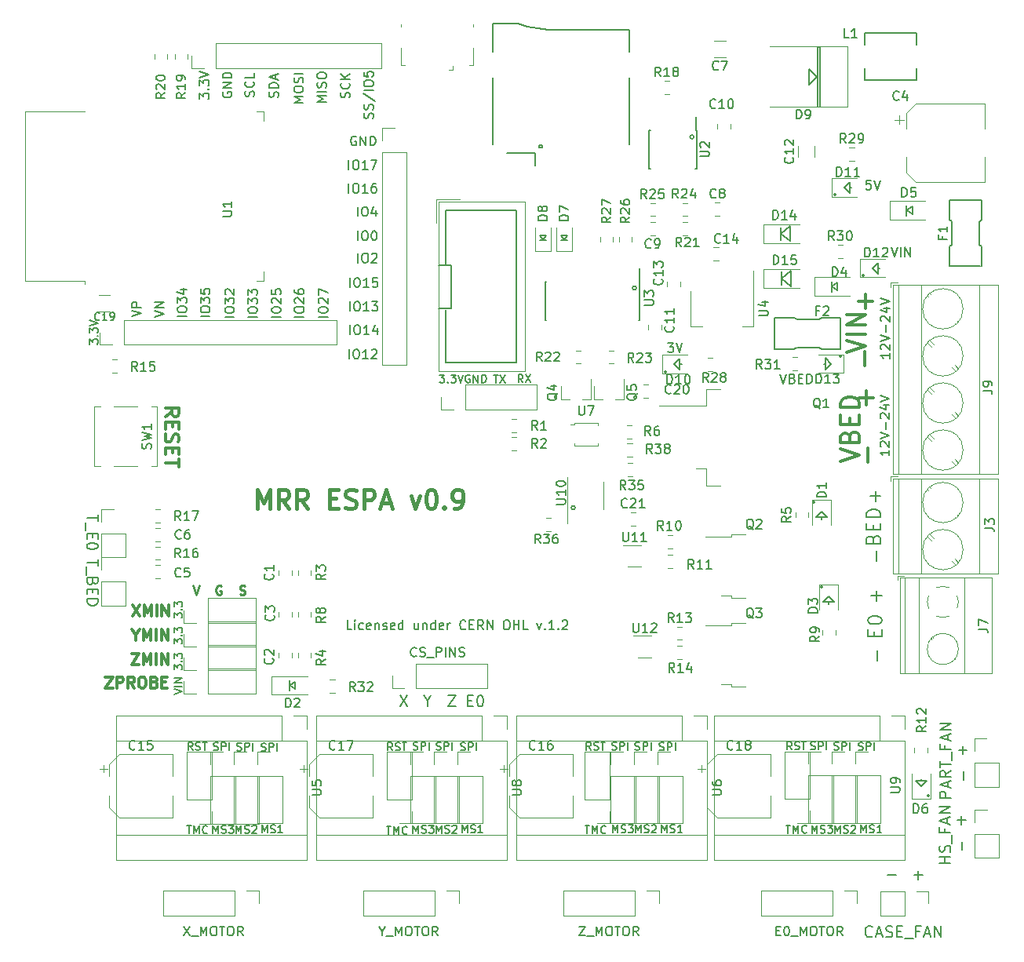
<source format=gto>
G04 #@! TF.GenerationSoftware,KiCad,Pcbnew,5.0.2-bee76a0~70~ubuntu18.04.1*
G04 #@! TF.CreationDate,2019-02-18T17:05:05+09:00*
G04 #@! TF.ProjectId,MRR_ESPA,4d52525f-4553-4504-912e-6b696361645f,v0.9*
G04 #@! TF.SameCoordinates,Original*
G04 #@! TF.FileFunction,Legend,Top*
G04 #@! TF.FilePolarity,Positive*
%FSLAX46Y46*%
G04 Gerber Fmt 4.6, Leading zero omitted, Abs format (unit mm)*
G04 Created by KiCad (PCBNEW 5.0.2-bee76a0~70~ubuntu18.04.1) date Mon 18 Feb 2019 05:05:05 PM JST*
%MOMM*%
%LPD*%
G01*
G04 APERTURE LIST*
%ADD10C,0.200000*%
%ADD11C,0.150000*%
%ADD12C,0.400000*%
%ADD13C,0.300000*%
%ADD14C,0.250000*%
%ADD15C,0.120000*%
G04 APERTURE END LIST*
D10*
X120450000Y-63950000D02*
X120450000Y-65400000D01*
X120350000Y-59150000D02*
X120350000Y-60500000D01*
X120500000Y-64700000D02*
X121500000Y-63850000D01*
X121500000Y-65500000D02*
X120500000Y-64700000D01*
X121500000Y-63900000D02*
X121500000Y-65500000D01*
X120400000Y-59850000D02*
X121400000Y-59050000D01*
X121400000Y-60650000D02*
X120400000Y-59850000D01*
X121400000Y-59050000D02*
X121400000Y-60650000D01*
D11*
X54934523Y-109530952D02*
X55784523Y-109247619D01*
X54934523Y-108964285D01*
X55784523Y-108680952D02*
X54934523Y-108680952D01*
X55784523Y-108276190D02*
X54934523Y-108276190D01*
X55784523Y-107790476D01*
X54934523Y-107790476D01*
X54934523Y-106890476D02*
X54934523Y-106364285D01*
X55258333Y-106647619D01*
X55258333Y-106526190D01*
X55298809Y-106445238D01*
X55339285Y-106404761D01*
X55420238Y-106364285D01*
X55622619Y-106364285D01*
X55703571Y-106404761D01*
X55744047Y-106445238D01*
X55784523Y-106526190D01*
X55784523Y-106769047D01*
X55744047Y-106850000D01*
X55703571Y-106890476D01*
X55703571Y-106000000D02*
X55744047Y-105959523D01*
X55784523Y-106000000D01*
X55744047Y-106040476D01*
X55703571Y-106000000D01*
X55784523Y-106000000D01*
X54934523Y-105676190D02*
X54934523Y-105150000D01*
X55258333Y-105433333D01*
X55258333Y-105311904D01*
X55298809Y-105230952D01*
X55339285Y-105190476D01*
X55420238Y-105150000D01*
X55622619Y-105150000D01*
X55703571Y-105190476D01*
X55744047Y-105230952D01*
X55784523Y-105311904D01*
X55784523Y-105554761D01*
X55744047Y-105635714D01*
X55703571Y-105676190D01*
X54934523Y-104090476D02*
X54934523Y-103564285D01*
X55258333Y-103847619D01*
X55258333Y-103726190D01*
X55298809Y-103645238D01*
X55339285Y-103604761D01*
X55420238Y-103564285D01*
X55622619Y-103564285D01*
X55703571Y-103604761D01*
X55744047Y-103645238D01*
X55784523Y-103726190D01*
X55784523Y-103969047D01*
X55744047Y-104050000D01*
X55703571Y-104090476D01*
X55703571Y-103200000D02*
X55744047Y-103159523D01*
X55784523Y-103200000D01*
X55744047Y-103240476D01*
X55703571Y-103200000D01*
X55784523Y-103200000D01*
X54934523Y-102876190D02*
X54934523Y-102350000D01*
X55258333Y-102633333D01*
X55258333Y-102511904D01*
X55298809Y-102430952D01*
X55339285Y-102390476D01*
X55420238Y-102350000D01*
X55622619Y-102350000D01*
X55703571Y-102390476D01*
X55744047Y-102430952D01*
X55784523Y-102511904D01*
X55784523Y-102754761D01*
X55744047Y-102835714D01*
X55703571Y-102876190D01*
X54934523Y-101290476D02*
X54934523Y-100764285D01*
X55258333Y-101047619D01*
X55258333Y-100926190D01*
X55298809Y-100845238D01*
X55339285Y-100804761D01*
X55420238Y-100764285D01*
X55622619Y-100764285D01*
X55703571Y-100804761D01*
X55744047Y-100845238D01*
X55784523Y-100926190D01*
X55784523Y-101169047D01*
X55744047Y-101250000D01*
X55703571Y-101290476D01*
X55703571Y-100400000D02*
X55744047Y-100359523D01*
X55784523Y-100400000D01*
X55744047Y-100440476D01*
X55703571Y-100400000D01*
X55784523Y-100400000D01*
X54934523Y-100076190D02*
X54934523Y-99550000D01*
X55258333Y-99833333D01*
X55258333Y-99711904D01*
X55298809Y-99630952D01*
X55339285Y-99590476D01*
X55420238Y-99550000D01*
X55622619Y-99550000D01*
X55703571Y-99590476D01*
X55744047Y-99630952D01*
X55784523Y-99711904D01*
X55784523Y-99954761D01*
X55744047Y-100035714D01*
X55703571Y-100076190D01*
D10*
X98200000Y-89400000D02*
G75*
G03X98200000Y-89400000I-200000J0D01*
G01*
X104800000Y-65700000D02*
G75*
G03X104800000Y-65700000I-200000J0D01*
G01*
X111000000Y-49400000D02*
G75*
G03X111000000Y-49400000I-200000J0D01*
G01*
X74094047Y-102552380D02*
X73617857Y-102552380D01*
X73617857Y-101552380D01*
X74427380Y-102552380D02*
X74427380Y-101885714D01*
X74427380Y-101552380D02*
X74379761Y-101600000D01*
X74427380Y-101647619D01*
X74475000Y-101600000D01*
X74427380Y-101552380D01*
X74427380Y-101647619D01*
X75332142Y-102504761D02*
X75236904Y-102552380D01*
X75046428Y-102552380D01*
X74951190Y-102504761D01*
X74903571Y-102457142D01*
X74855952Y-102361904D01*
X74855952Y-102076190D01*
X74903571Y-101980952D01*
X74951190Y-101933333D01*
X75046428Y-101885714D01*
X75236904Y-101885714D01*
X75332142Y-101933333D01*
X76141666Y-102504761D02*
X76046428Y-102552380D01*
X75855952Y-102552380D01*
X75760714Y-102504761D01*
X75713095Y-102409523D01*
X75713095Y-102028571D01*
X75760714Y-101933333D01*
X75855952Y-101885714D01*
X76046428Y-101885714D01*
X76141666Y-101933333D01*
X76189285Y-102028571D01*
X76189285Y-102123809D01*
X75713095Y-102219047D01*
X76617857Y-101885714D02*
X76617857Y-102552380D01*
X76617857Y-101980952D02*
X76665476Y-101933333D01*
X76760714Y-101885714D01*
X76903571Y-101885714D01*
X76998809Y-101933333D01*
X77046428Y-102028571D01*
X77046428Y-102552380D01*
X77475000Y-102504761D02*
X77570238Y-102552380D01*
X77760714Y-102552380D01*
X77855952Y-102504761D01*
X77903571Y-102409523D01*
X77903571Y-102361904D01*
X77855952Y-102266666D01*
X77760714Y-102219047D01*
X77617857Y-102219047D01*
X77522619Y-102171428D01*
X77475000Y-102076190D01*
X77475000Y-102028571D01*
X77522619Y-101933333D01*
X77617857Y-101885714D01*
X77760714Y-101885714D01*
X77855952Y-101933333D01*
X78713095Y-102504761D02*
X78617857Y-102552380D01*
X78427380Y-102552380D01*
X78332142Y-102504761D01*
X78284523Y-102409523D01*
X78284523Y-102028571D01*
X78332142Y-101933333D01*
X78427380Y-101885714D01*
X78617857Y-101885714D01*
X78713095Y-101933333D01*
X78760714Y-102028571D01*
X78760714Y-102123809D01*
X78284523Y-102219047D01*
X79617857Y-102552380D02*
X79617857Y-101552380D01*
X79617857Y-102504761D02*
X79522619Y-102552380D01*
X79332142Y-102552380D01*
X79236904Y-102504761D01*
X79189285Y-102457142D01*
X79141666Y-102361904D01*
X79141666Y-102076190D01*
X79189285Y-101980952D01*
X79236904Y-101933333D01*
X79332142Y-101885714D01*
X79522619Y-101885714D01*
X79617857Y-101933333D01*
X81284523Y-101885714D02*
X81284523Y-102552380D01*
X80855952Y-101885714D02*
X80855952Y-102409523D01*
X80903571Y-102504761D01*
X80998809Y-102552380D01*
X81141666Y-102552380D01*
X81236904Y-102504761D01*
X81284523Y-102457142D01*
X81760714Y-101885714D02*
X81760714Y-102552380D01*
X81760714Y-101980952D02*
X81808333Y-101933333D01*
X81903571Y-101885714D01*
X82046428Y-101885714D01*
X82141666Y-101933333D01*
X82189285Y-102028571D01*
X82189285Y-102552380D01*
X83094047Y-102552380D02*
X83094047Y-101552380D01*
X83094047Y-102504761D02*
X82998809Y-102552380D01*
X82808333Y-102552380D01*
X82713095Y-102504761D01*
X82665476Y-102457142D01*
X82617857Y-102361904D01*
X82617857Y-102076190D01*
X82665476Y-101980952D01*
X82713095Y-101933333D01*
X82808333Y-101885714D01*
X82998809Y-101885714D01*
X83094047Y-101933333D01*
X83951190Y-102504761D02*
X83855952Y-102552380D01*
X83665476Y-102552380D01*
X83570238Y-102504761D01*
X83522619Y-102409523D01*
X83522619Y-102028571D01*
X83570238Y-101933333D01*
X83665476Y-101885714D01*
X83855952Y-101885714D01*
X83951190Y-101933333D01*
X83998809Y-102028571D01*
X83998809Y-102123809D01*
X83522619Y-102219047D01*
X84427380Y-102552380D02*
X84427380Y-101885714D01*
X84427380Y-102076190D02*
X84475000Y-101980952D01*
X84522619Y-101933333D01*
X84617857Y-101885714D01*
X84713095Y-101885714D01*
X86379761Y-102457142D02*
X86332142Y-102504761D01*
X86189285Y-102552380D01*
X86094047Y-102552380D01*
X85951190Y-102504761D01*
X85855952Y-102409523D01*
X85808333Y-102314285D01*
X85760714Y-102123809D01*
X85760714Y-101980952D01*
X85808333Y-101790476D01*
X85855952Y-101695238D01*
X85951190Y-101600000D01*
X86094047Y-101552380D01*
X86189285Y-101552380D01*
X86332142Y-101600000D01*
X86379761Y-101647619D01*
X86808333Y-102028571D02*
X87141666Y-102028571D01*
X87284523Y-102552380D02*
X86808333Y-102552380D01*
X86808333Y-101552380D01*
X87284523Y-101552380D01*
X88284523Y-102552380D02*
X87951190Y-102076190D01*
X87713095Y-102552380D02*
X87713095Y-101552380D01*
X88094047Y-101552380D01*
X88189285Y-101600000D01*
X88236904Y-101647619D01*
X88284523Y-101742857D01*
X88284523Y-101885714D01*
X88236904Y-101980952D01*
X88189285Y-102028571D01*
X88094047Y-102076190D01*
X87713095Y-102076190D01*
X88713095Y-102552380D02*
X88713095Y-101552380D01*
X89284523Y-102552380D01*
X89284523Y-101552380D01*
X90713095Y-101552380D02*
X90903571Y-101552380D01*
X90998809Y-101600000D01*
X91094047Y-101695238D01*
X91141666Y-101885714D01*
X91141666Y-102219047D01*
X91094047Y-102409523D01*
X90998809Y-102504761D01*
X90903571Y-102552380D01*
X90713095Y-102552380D01*
X90617857Y-102504761D01*
X90522619Y-102409523D01*
X90475000Y-102219047D01*
X90475000Y-101885714D01*
X90522619Y-101695238D01*
X90617857Y-101600000D01*
X90713095Y-101552380D01*
X91570238Y-102552380D02*
X91570238Y-101552380D01*
X91570238Y-102028571D02*
X92141666Y-102028571D01*
X92141666Y-102552380D02*
X92141666Y-101552380D01*
X93094047Y-102552380D02*
X92617857Y-102552380D01*
X92617857Y-101552380D01*
X94094047Y-101885714D02*
X94332142Y-102552380D01*
X94570238Y-101885714D01*
X94951190Y-102457142D02*
X94998809Y-102504761D01*
X94951190Y-102552380D01*
X94903571Y-102504761D01*
X94951190Y-102457142D01*
X94951190Y-102552380D01*
X95951190Y-102552380D02*
X95379761Y-102552380D01*
X95665476Y-102552380D02*
X95665476Y-101552380D01*
X95570238Y-101695238D01*
X95475000Y-101790476D01*
X95379761Y-101838095D01*
X96379761Y-102457142D02*
X96427380Y-102504761D01*
X96379761Y-102552380D01*
X96332142Y-102504761D01*
X96379761Y-102457142D01*
X96379761Y-102552380D01*
X96808333Y-101647619D02*
X96855952Y-101600000D01*
X96951190Y-101552380D01*
X97189285Y-101552380D01*
X97284523Y-101600000D01*
X97332142Y-101647619D01*
X97379761Y-101742857D01*
X97379761Y-101838095D01*
X97332142Y-101980952D01*
X96760714Y-102552380D01*
X97379761Y-102552380D01*
D12*
X63902380Y-89479761D02*
X63902380Y-87479761D01*
X64569047Y-88908333D01*
X65235714Y-87479761D01*
X65235714Y-89479761D01*
X67330952Y-89479761D02*
X66664285Y-88527380D01*
X66188095Y-89479761D02*
X66188095Y-87479761D01*
X66950000Y-87479761D01*
X67140476Y-87575000D01*
X67235714Y-87670238D01*
X67330952Y-87860714D01*
X67330952Y-88146428D01*
X67235714Y-88336904D01*
X67140476Y-88432142D01*
X66950000Y-88527380D01*
X66188095Y-88527380D01*
X69330952Y-89479761D02*
X68664285Y-88527380D01*
X68188095Y-89479761D02*
X68188095Y-87479761D01*
X68950000Y-87479761D01*
X69140476Y-87575000D01*
X69235714Y-87670238D01*
X69330952Y-87860714D01*
X69330952Y-88146428D01*
X69235714Y-88336904D01*
X69140476Y-88432142D01*
X68950000Y-88527380D01*
X68188095Y-88527380D01*
X71711904Y-88432142D02*
X72378571Y-88432142D01*
X72664285Y-89479761D02*
X71711904Y-89479761D01*
X71711904Y-87479761D01*
X72664285Y-87479761D01*
X73426190Y-89384523D02*
X73711904Y-89479761D01*
X74188095Y-89479761D01*
X74378571Y-89384523D01*
X74473809Y-89289285D01*
X74569047Y-89098809D01*
X74569047Y-88908333D01*
X74473809Y-88717857D01*
X74378571Y-88622619D01*
X74188095Y-88527380D01*
X73807142Y-88432142D01*
X73616666Y-88336904D01*
X73521428Y-88241666D01*
X73426190Y-88051190D01*
X73426190Y-87860714D01*
X73521428Y-87670238D01*
X73616666Y-87575000D01*
X73807142Y-87479761D01*
X74283333Y-87479761D01*
X74569047Y-87575000D01*
X75426190Y-89479761D02*
X75426190Y-87479761D01*
X76188095Y-87479761D01*
X76378571Y-87575000D01*
X76473809Y-87670238D01*
X76569047Y-87860714D01*
X76569047Y-88146428D01*
X76473809Y-88336904D01*
X76378571Y-88432142D01*
X76188095Y-88527380D01*
X75426190Y-88527380D01*
X77330952Y-88908333D02*
X78283333Y-88908333D01*
X77140476Y-89479761D02*
X77807142Y-87479761D01*
X78473809Y-89479761D01*
X80473809Y-88146428D02*
X80950000Y-89479761D01*
X81426190Y-88146428D01*
X82569047Y-87479761D02*
X82759523Y-87479761D01*
X82950000Y-87575000D01*
X83045238Y-87670238D01*
X83140476Y-87860714D01*
X83235714Y-88241666D01*
X83235714Y-88717857D01*
X83140476Y-89098809D01*
X83045238Y-89289285D01*
X82950000Y-89384523D01*
X82759523Y-89479761D01*
X82569047Y-89479761D01*
X82378571Y-89384523D01*
X82283333Y-89289285D01*
X82188095Y-89098809D01*
X82092857Y-88717857D01*
X82092857Y-88241666D01*
X82188095Y-87860714D01*
X82283333Y-87670238D01*
X82378571Y-87575000D01*
X82569047Y-87479761D01*
X84092857Y-89289285D02*
X84188095Y-89384523D01*
X84092857Y-89479761D01*
X83997619Y-89384523D01*
X84092857Y-89289285D01*
X84092857Y-89479761D01*
X85140476Y-89479761D02*
X85521428Y-89479761D01*
X85711904Y-89384523D01*
X85807142Y-89289285D01*
X85997619Y-89003571D01*
X86092857Y-88622619D01*
X86092857Y-87860714D01*
X85997619Y-87670238D01*
X85902380Y-87575000D01*
X85711904Y-87479761D01*
X85330952Y-87479761D01*
X85140476Y-87575000D01*
X85045238Y-87670238D01*
X84950000Y-87860714D01*
X84950000Y-88336904D01*
X85045238Y-88527380D01*
X85140476Y-88622619D01*
X85330952Y-88717857D01*
X85711904Y-88717857D01*
X85902380Y-88622619D01*
X85997619Y-88527380D01*
X86092857Y-88336904D01*
D10*
X120314285Y-75002380D02*
X120647619Y-76002380D01*
X120980952Y-75002380D01*
X121647619Y-75478571D02*
X121790476Y-75526190D01*
X121838095Y-75573809D01*
X121885714Y-75669047D01*
X121885714Y-75811904D01*
X121838095Y-75907142D01*
X121790476Y-75954761D01*
X121695238Y-76002380D01*
X121314285Y-76002380D01*
X121314285Y-75002380D01*
X121647619Y-75002380D01*
X121742857Y-75050000D01*
X121790476Y-75097619D01*
X121838095Y-75192857D01*
X121838095Y-75288095D01*
X121790476Y-75383333D01*
X121742857Y-75430952D01*
X121647619Y-75478571D01*
X121314285Y-75478571D01*
X122314285Y-75478571D02*
X122647619Y-75478571D01*
X122790476Y-76002380D02*
X122314285Y-76002380D01*
X122314285Y-75002380D01*
X122790476Y-75002380D01*
X123219047Y-76002380D02*
X123219047Y-75002380D01*
X123457142Y-75002380D01*
X123599999Y-75050000D01*
X123695238Y-75145238D01*
X123742857Y-75240476D01*
X123790476Y-75430952D01*
X123790476Y-75573809D01*
X123742857Y-75764285D01*
X123695238Y-75859523D01*
X123599999Y-75954761D01*
X123457142Y-76002380D01*
X123219047Y-76002380D01*
X132329761Y-61327380D02*
X132663095Y-62327380D01*
X132996428Y-61327380D01*
X133329761Y-62327380D02*
X133329761Y-61327380D01*
X133805952Y-62327380D02*
X133805952Y-61327380D01*
X134377380Y-62327380D01*
X134377380Y-61327380D01*
X130109523Y-54077380D02*
X129633333Y-54077380D01*
X129585714Y-54553571D01*
X129633333Y-54505952D01*
X129728571Y-54458333D01*
X129966666Y-54458333D01*
X130061904Y-54505952D01*
X130109523Y-54553571D01*
X130157142Y-54648809D01*
X130157142Y-54886904D01*
X130109523Y-54982142D01*
X130061904Y-55029761D01*
X129966666Y-55077380D01*
X129728571Y-55077380D01*
X129633333Y-55029761D01*
X129585714Y-54982142D01*
X130442857Y-54077380D02*
X130776190Y-55077380D01*
X131109523Y-54077380D01*
X108188095Y-71627380D02*
X108807142Y-71627380D01*
X108473809Y-72008333D01*
X108616666Y-72008333D01*
X108711904Y-72055952D01*
X108759523Y-72103571D01*
X108807142Y-72198809D01*
X108807142Y-72436904D01*
X108759523Y-72532142D01*
X108711904Y-72579761D01*
X108616666Y-72627380D01*
X108330952Y-72627380D01*
X108235714Y-72579761D01*
X108188095Y-72532142D01*
X109092857Y-71627380D02*
X109426190Y-72627380D01*
X109759523Y-71627380D01*
X84200000Y-73775000D02*
X84200000Y-68050000D01*
X84525000Y-73775000D02*
X84200000Y-73775000D01*
X91825000Y-73775000D02*
X84525000Y-73775000D01*
X91825000Y-57325000D02*
X91825000Y-73775000D01*
X84200000Y-57325000D02*
X91825000Y-57325000D01*
X84200000Y-63250000D02*
X84200000Y-57325000D01*
X84850000Y-67925000D02*
X83500000Y-67925000D01*
X84850000Y-63250000D02*
X84850000Y-67925000D01*
X83500000Y-63250000D02*
X84850000Y-63250000D01*
X73823809Y-73327380D02*
X73823809Y-72327380D01*
X74490476Y-72327380D02*
X74680952Y-72327380D01*
X74776190Y-72375000D01*
X74871428Y-72470238D01*
X74919047Y-72660714D01*
X74919047Y-72994047D01*
X74871428Y-73184523D01*
X74776190Y-73279761D01*
X74680952Y-73327380D01*
X74490476Y-73327380D01*
X74395238Y-73279761D01*
X74300000Y-73184523D01*
X74252380Y-72994047D01*
X74252380Y-72660714D01*
X74300000Y-72470238D01*
X74395238Y-72375000D01*
X74490476Y-72327380D01*
X75871428Y-73327380D02*
X75300000Y-73327380D01*
X75585714Y-73327380D02*
X75585714Y-72327380D01*
X75490476Y-72470238D01*
X75395238Y-72565476D01*
X75300000Y-72613095D01*
X76252380Y-72422619D02*
X76300000Y-72375000D01*
X76395238Y-72327380D01*
X76633333Y-72327380D01*
X76728571Y-72375000D01*
X76776190Y-72422619D01*
X76823809Y-72517857D01*
X76823809Y-72613095D01*
X76776190Y-72755952D01*
X76204761Y-73327380D01*
X76823809Y-73327380D01*
X73923809Y-70702380D02*
X73923809Y-69702380D01*
X74590476Y-69702380D02*
X74780952Y-69702380D01*
X74876190Y-69750000D01*
X74971428Y-69845238D01*
X75019047Y-70035714D01*
X75019047Y-70369047D01*
X74971428Y-70559523D01*
X74876190Y-70654761D01*
X74780952Y-70702380D01*
X74590476Y-70702380D01*
X74495238Y-70654761D01*
X74400000Y-70559523D01*
X74352380Y-70369047D01*
X74352380Y-70035714D01*
X74400000Y-69845238D01*
X74495238Y-69750000D01*
X74590476Y-69702380D01*
X75971428Y-70702380D02*
X75400000Y-70702380D01*
X75685714Y-70702380D02*
X75685714Y-69702380D01*
X75590476Y-69845238D01*
X75495238Y-69940476D01*
X75400000Y-69988095D01*
X76828571Y-70035714D02*
X76828571Y-70702380D01*
X76590476Y-69654761D02*
X76352380Y-70369047D01*
X76971428Y-70369047D01*
X73898809Y-68177380D02*
X73898809Y-67177380D01*
X74565476Y-67177380D02*
X74755952Y-67177380D01*
X74851190Y-67225000D01*
X74946428Y-67320238D01*
X74994047Y-67510714D01*
X74994047Y-67844047D01*
X74946428Y-68034523D01*
X74851190Y-68129761D01*
X74755952Y-68177380D01*
X74565476Y-68177380D01*
X74470238Y-68129761D01*
X74375000Y-68034523D01*
X74327380Y-67844047D01*
X74327380Y-67510714D01*
X74375000Y-67320238D01*
X74470238Y-67225000D01*
X74565476Y-67177380D01*
X75946428Y-68177380D02*
X75375000Y-68177380D01*
X75660714Y-68177380D02*
X75660714Y-67177380D01*
X75565476Y-67320238D01*
X75470238Y-67415476D01*
X75375000Y-67463095D01*
X76279761Y-67177380D02*
X76898809Y-67177380D01*
X76565476Y-67558333D01*
X76708333Y-67558333D01*
X76803571Y-67605952D01*
X76851190Y-67653571D01*
X76898809Y-67748809D01*
X76898809Y-67986904D01*
X76851190Y-68082142D01*
X76803571Y-68129761D01*
X76708333Y-68177380D01*
X76422619Y-68177380D01*
X76327380Y-68129761D01*
X76279761Y-68082142D01*
X73898809Y-65602380D02*
X73898809Y-64602380D01*
X74565476Y-64602380D02*
X74755952Y-64602380D01*
X74851190Y-64650000D01*
X74946428Y-64745238D01*
X74994047Y-64935714D01*
X74994047Y-65269047D01*
X74946428Y-65459523D01*
X74851190Y-65554761D01*
X74755952Y-65602380D01*
X74565476Y-65602380D01*
X74470238Y-65554761D01*
X74375000Y-65459523D01*
X74327380Y-65269047D01*
X74327380Y-64935714D01*
X74375000Y-64745238D01*
X74470238Y-64650000D01*
X74565476Y-64602380D01*
X75946428Y-65602380D02*
X75375000Y-65602380D01*
X75660714Y-65602380D02*
X75660714Y-64602380D01*
X75565476Y-64745238D01*
X75470238Y-64840476D01*
X75375000Y-64888095D01*
X76851190Y-64602380D02*
X76375000Y-64602380D01*
X76327380Y-65078571D01*
X76375000Y-65030952D01*
X76470238Y-64983333D01*
X76708333Y-64983333D01*
X76803571Y-65030952D01*
X76851190Y-65078571D01*
X76898809Y-65173809D01*
X76898809Y-65411904D01*
X76851190Y-65507142D01*
X76803571Y-65554761D01*
X76708333Y-65602380D01*
X76470238Y-65602380D01*
X76375000Y-65554761D01*
X76327380Y-65507142D01*
X74775000Y-62952380D02*
X74775000Y-61952380D01*
X75441666Y-61952380D02*
X75632142Y-61952380D01*
X75727380Y-62000000D01*
X75822619Y-62095238D01*
X75870238Y-62285714D01*
X75870238Y-62619047D01*
X75822619Y-62809523D01*
X75727380Y-62904761D01*
X75632142Y-62952380D01*
X75441666Y-62952380D01*
X75346428Y-62904761D01*
X75251190Y-62809523D01*
X75203571Y-62619047D01*
X75203571Y-62285714D01*
X75251190Y-62095238D01*
X75346428Y-62000000D01*
X75441666Y-61952380D01*
X76251190Y-62047619D02*
X76298809Y-62000000D01*
X76394047Y-61952380D01*
X76632142Y-61952380D01*
X76727380Y-62000000D01*
X76775000Y-62047619D01*
X76822619Y-62142857D01*
X76822619Y-62238095D01*
X76775000Y-62380952D01*
X76203571Y-62952380D01*
X76822619Y-62952380D01*
X74750000Y-60552380D02*
X74750000Y-59552380D01*
X75416666Y-59552380D02*
X75607142Y-59552380D01*
X75702380Y-59600000D01*
X75797619Y-59695238D01*
X75845238Y-59885714D01*
X75845238Y-60219047D01*
X75797619Y-60409523D01*
X75702380Y-60504761D01*
X75607142Y-60552380D01*
X75416666Y-60552380D01*
X75321428Y-60504761D01*
X75226190Y-60409523D01*
X75178571Y-60219047D01*
X75178571Y-59885714D01*
X75226190Y-59695238D01*
X75321428Y-59600000D01*
X75416666Y-59552380D01*
X76464285Y-59552380D02*
X76559523Y-59552380D01*
X76654761Y-59600000D01*
X76702380Y-59647619D01*
X76750000Y-59742857D01*
X76797619Y-59933333D01*
X76797619Y-60171428D01*
X76750000Y-60361904D01*
X76702380Y-60457142D01*
X76654761Y-60504761D01*
X76559523Y-60552380D01*
X76464285Y-60552380D01*
X76369047Y-60504761D01*
X76321428Y-60457142D01*
X76273809Y-60361904D01*
X76226190Y-60171428D01*
X76226190Y-59933333D01*
X76273809Y-59742857D01*
X76321428Y-59647619D01*
X76369047Y-59600000D01*
X76464285Y-59552380D01*
X74750000Y-57952380D02*
X74750000Y-56952380D01*
X75416666Y-56952380D02*
X75607142Y-56952380D01*
X75702380Y-57000000D01*
X75797619Y-57095238D01*
X75845238Y-57285714D01*
X75845238Y-57619047D01*
X75797619Y-57809523D01*
X75702380Y-57904761D01*
X75607142Y-57952380D01*
X75416666Y-57952380D01*
X75321428Y-57904761D01*
X75226190Y-57809523D01*
X75178571Y-57619047D01*
X75178571Y-57285714D01*
X75226190Y-57095238D01*
X75321428Y-57000000D01*
X75416666Y-56952380D01*
X76702380Y-57285714D02*
X76702380Y-57952380D01*
X76464285Y-56904761D02*
X76226190Y-57619047D01*
X76845238Y-57619047D01*
X73773809Y-55427380D02*
X73773809Y-54427380D01*
X74440476Y-54427380D02*
X74630952Y-54427380D01*
X74726190Y-54475000D01*
X74821428Y-54570238D01*
X74869047Y-54760714D01*
X74869047Y-55094047D01*
X74821428Y-55284523D01*
X74726190Y-55379761D01*
X74630952Y-55427380D01*
X74440476Y-55427380D01*
X74345238Y-55379761D01*
X74250000Y-55284523D01*
X74202380Y-55094047D01*
X74202380Y-54760714D01*
X74250000Y-54570238D01*
X74345238Y-54475000D01*
X74440476Y-54427380D01*
X75821428Y-55427380D02*
X75250000Y-55427380D01*
X75535714Y-55427380D02*
X75535714Y-54427380D01*
X75440476Y-54570238D01*
X75345238Y-54665476D01*
X75250000Y-54713095D01*
X76678571Y-54427380D02*
X76488095Y-54427380D01*
X76392857Y-54475000D01*
X76345238Y-54522619D01*
X76250000Y-54665476D01*
X76202380Y-54855952D01*
X76202380Y-55236904D01*
X76250000Y-55332142D01*
X76297619Y-55379761D01*
X76392857Y-55427380D01*
X76583333Y-55427380D01*
X76678571Y-55379761D01*
X76726190Y-55332142D01*
X76773809Y-55236904D01*
X76773809Y-54998809D01*
X76726190Y-54903571D01*
X76678571Y-54855952D01*
X76583333Y-54808333D01*
X76392857Y-54808333D01*
X76297619Y-54855952D01*
X76250000Y-54903571D01*
X76202380Y-54998809D01*
X73773809Y-52902380D02*
X73773809Y-51902380D01*
X74440476Y-51902380D02*
X74630952Y-51902380D01*
X74726190Y-51950000D01*
X74821428Y-52045238D01*
X74869047Y-52235714D01*
X74869047Y-52569047D01*
X74821428Y-52759523D01*
X74726190Y-52854761D01*
X74630952Y-52902380D01*
X74440476Y-52902380D01*
X74345238Y-52854761D01*
X74250000Y-52759523D01*
X74202380Y-52569047D01*
X74202380Y-52235714D01*
X74250000Y-52045238D01*
X74345238Y-51950000D01*
X74440476Y-51902380D01*
X75821428Y-52902380D02*
X75250000Y-52902380D01*
X75535714Y-52902380D02*
X75535714Y-51902380D01*
X75440476Y-52045238D01*
X75345238Y-52140476D01*
X75250000Y-52188095D01*
X76154761Y-51902380D02*
X76821428Y-51902380D01*
X76392857Y-52902380D01*
X74563095Y-49375000D02*
X74467857Y-49327380D01*
X74325000Y-49327380D01*
X74182142Y-49375000D01*
X74086904Y-49470238D01*
X74039285Y-49565476D01*
X73991666Y-49755952D01*
X73991666Y-49898809D01*
X74039285Y-50089285D01*
X74086904Y-50184523D01*
X74182142Y-50279761D01*
X74325000Y-50327380D01*
X74420238Y-50327380D01*
X74563095Y-50279761D01*
X74610714Y-50232142D01*
X74610714Y-49898809D01*
X74420238Y-49898809D01*
X75039285Y-50327380D02*
X75039285Y-49327380D01*
X75610714Y-50327380D01*
X75610714Y-49327380D01*
X76086904Y-50327380D02*
X76086904Y-49327380D01*
X76325000Y-49327380D01*
X76467857Y-49375000D01*
X76563095Y-49470238D01*
X76610714Y-49565476D01*
X76658333Y-49755952D01*
X76658333Y-49898809D01*
X76610714Y-50089285D01*
X76563095Y-50184523D01*
X76467857Y-50279761D01*
X76325000Y-50327380D01*
X76086904Y-50327380D01*
X71502380Y-68826190D02*
X70502380Y-68826190D01*
X70502380Y-68159523D02*
X70502380Y-67969047D01*
X70550000Y-67873809D01*
X70645238Y-67778571D01*
X70835714Y-67730952D01*
X71169047Y-67730952D01*
X71359523Y-67778571D01*
X71454761Y-67873809D01*
X71502380Y-67969047D01*
X71502380Y-68159523D01*
X71454761Y-68254761D01*
X71359523Y-68350000D01*
X71169047Y-68397619D01*
X70835714Y-68397619D01*
X70645238Y-68350000D01*
X70550000Y-68254761D01*
X70502380Y-68159523D01*
X70597619Y-67350000D02*
X70550000Y-67302380D01*
X70502380Y-67207142D01*
X70502380Y-66969047D01*
X70550000Y-66873809D01*
X70597619Y-66826190D01*
X70692857Y-66778571D01*
X70788095Y-66778571D01*
X70930952Y-66826190D01*
X71502380Y-67397619D01*
X71502380Y-66778571D01*
X70502380Y-66445238D02*
X70502380Y-65778571D01*
X71502380Y-66207142D01*
X68927380Y-68801190D02*
X67927380Y-68801190D01*
X67927380Y-68134523D02*
X67927380Y-67944047D01*
X67975000Y-67848809D01*
X68070238Y-67753571D01*
X68260714Y-67705952D01*
X68594047Y-67705952D01*
X68784523Y-67753571D01*
X68879761Y-67848809D01*
X68927380Y-67944047D01*
X68927380Y-68134523D01*
X68879761Y-68229761D01*
X68784523Y-68325000D01*
X68594047Y-68372619D01*
X68260714Y-68372619D01*
X68070238Y-68325000D01*
X67975000Y-68229761D01*
X67927380Y-68134523D01*
X68022619Y-67325000D02*
X67975000Y-67277380D01*
X67927380Y-67182142D01*
X67927380Y-66944047D01*
X67975000Y-66848809D01*
X68022619Y-66801190D01*
X68117857Y-66753571D01*
X68213095Y-66753571D01*
X68355952Y-66801190D01*
X68927380Y-67372619D01*
X68927380Y-66753571D01*
X67927380Y-65896428D02*
X67927380Y-66086904D01*
X67975000Y-66182142D01*
X68022619Y-66229761D01*
X68165476Y-66325000D01*
X68355952Y-66372619D01*
X68736904Y-66372619D01*
X68832142Y-66325000D01*
X68879761Y-66277380D01*
X68927380Y-66182142D01*
X68927380Y-65991666D01*
X68879761Y-65896428D01*
X68832142Y-65848809D01*
X68736904Y-65801190D01*
X68498809Y-65801190D01*
X68403571Y-65848809D01*
X68355952Y-65896428D01*
X68308333Y-65991666D01*
X68308333Y-66182142D01*
X68355952Y-66277380D01*
X68403571Y-66325000D01*
X68498809Y-66372619D01*
X66452380Y-68826190D02*
X65452380Y-68826190D01*
X65452380Y-68159523D02*
X65452380Y-67969047D01*
X65500000Y-67873809D01*
X65595238Y-67778571D01*
X65785714Y-67730952D01*
X66119047Y-67730952D01*
X66309523Y-67778571D01*
X66404761Y-67873809D01*
X66452380Y-67969047D01*
X66452380Y-68159523D01*
X66404761Y-68254761D01*
X66309523Y-68350000D01*
X66119047Y-68397619D01*
X65785714Y-68397619D01*
X65595238Y-68350000D01*
X65500000Y-68254761D01*
X65452380Y-68159523D01*
X65547619Y-67350000D02*
X65500000Y-67302380D01*
X65452380Y-67207142D01*
X65452380Y-66969047D01*
X65500000Y-66873809D01*
X65547619Y-66826190D01*
X65642857Y-66778571D01*
X65738095Y-66778571D01*
X65880952Y-66826190D01*
X66452380Y-67397619D01*
X66452380Y-66778571D01*
X65452380Y-65873809D02*
X65452380Y-66350000D01*
X65928571Y-66397619D01*
X65880952Y-66350000D01*
X65833333Y-66254761D01*
X65833333Y-66016666D01*
X65880952Y-65921428D01*
X65928571Y-65873809D01*
X66023809Y-65826190D01*
X66261904Y-65826190D01*
X66357142Y-65873809D01*
X66404761Y-65921428D01*
X66452380Y-66016666D01*
X66452380Y-66254761D01*
X66404761Y-66350000D01*
X66357142Y-66397619D01*
X63902380Y-68851190D02*
X62902380Y-68851190D01*
X62902380Y-68184523D02*
X62902380Y-67994047D01*
X62950000Y-67898809D01*
X63045238Y-67803571D01*
X63235714Y-67755952D01*
X63569047Y-67755952D01*
X63759523Y-67803571D01*
X63854761Y-67898809D01*
X63902380Y-67994047D01*
X63902380Y-68184523D01*
X63854761Y-68279761D01*
X63759523Y-68375000D01*
X63569047Y-68422619D01*
X63235714Y-68422619D01*
X63045238Y-68375000D01*
X62950000Y-68279761D01*
X62902380Y-68184523D01*
X62902380Y-67422619D02*
X62902380Y-66803571D01*
X63283333Y-67136904D01*
X63283333Y-66994047D01*
X63330952Y-66898809D01*
X63378571Y-66851190D01*
X63473809Y-66803571D01*
X63711904Y-66803571D01*
X63807142Y-66851190D01*
X63854761Y-66898809D01*
X63902380Y-66994047D01*
X63902380Y-67279761D01*
X63854761Y-67375000D01*
X63807142Y-67422619D01*
X62902380Y-66470238D02*
X62902380Y-65851190D01*
X63283333Y-66184523D01*
X63283333Y-66041666D01*
X63330952Y-65946428D01*
X63378571Y-65898809D01*
X63473809Y-65851190D01*
X63711904Y-65851190D01*
X63807142Y-65898809D01*
X63854761Y-65946428D01*
X63902380Y-66041666D01*
X63902380Y-66327380D01*
X63854761Y-66422619D01*
X63807142Y-66470238D01*
X61402380Y-68826190D02*
X60402380Y-68826190D01*
X60402380Y-68159523D02*
X60402380Y-67969047D01*
X60450000Y-67873809D01*
X60545238Y-67778571D01*
X60735714Y-67730952D01*
X61069047Y-67730952D01*
X61259523Y-67778571D01*
X61354761Y-67873809D01*
X61402380Y-67969047D01*
X61402380Y-68159523D01*
X61354761Y-68254761D01*
X61259523Y-68350000D01*
X61069047Y-68397619D01*
X60735714Y-68397619D01*
X60545238Y-68350000D01*
X60450000Y-68254761D01*
X60402380Y-68159523D01*
X60402380Y-67397619D02*
X60402380Y-66778571D01*
X60783333Y-67111904D01*
X60783333Y-66969047D01*
X60830952Y-66873809D01*
X60878571Y-66826190D01*
X60973809Y-66778571D01*
X61211904Y-66778571D01*
X61307142Y-66826190D01*
X61354761Y-66873809D01*
X61402380Y-66969047D01*
X61402380Y-67254761D01*
X61354761Y-67350000D01*
X61307142Y-67397619D01*
X60497619Y-66397619D02*
X60450000Y-66350000D01*
X60402380Y-66254761D01*
X60402380Y-66016666D01*
X60450000Y-65921428D01*
X60497619Y-65873809D01*
X60592857Y-65826190D01*
X60688095Y-65826190D01*
X60830952Y-65873809D01*
X61402380Y-66445238D01*
X61402380Y-65826190D01*
X58777380Y-68776190D02*
X57777380Y-68776190D01*
X57777380Y-68109523D02*
X57777380Y-67919047D01*
X57825000Y-67823809D01*
X57920238Y-67728571D01*
X58110714Y-67680952D01*
X58444047Y-67680952D01*
X58634523Y-67728571D01*
X58729761Y-67823809D01*
X58777380Y-67919047D01*
X58777380Y-68109523D01*
X58729761Y-68204761D01*
X58634523Y-68300000D01*
X58444047Y-68347619D01*
X58110714Y-68347619D01*
X57920238Y-68300000D01*
X57825000Y-68204761D01*
X57777380Y-68109523D01*
X57777380Y-67347619D02*
X57777380Y-66728571D01*
X58158333Y-67061904D01*
X58158333Y-66919047D01*
X58205952Y-66823809D01*
X58253571Y-66776190D01*
X58348809Y-66728571D01*
X58586904Y-66728571D01*
X58682142Y-66776190D01*
X58729761Y-66823809D01*
X58777380Y-66919047D01*
X58777380Y-67204761D01*
X58729761Y-67300000D01*
X58682142Y-67347619D01*
X57777380Y-65823809D02*
X57777380Y-66300000D01*
X58253571Y-66347619D01*
X58205952Y-66300000D01*
X58158333Y-66204761D01*
X58158333Y-65966666D01*
X58205952Y-65871428D01*
X58253571Y-65823809D01*
X58348809Y-65776190D01*
X58586904Y-65776190D01*
X58682142Y-65823809D01*
X58729761Y-65871428D01*
X58777380Y-65966666D01*
X58777380Y-66204761D01*
X58729761Y-66300000D01*
X58682142Y-66347619D01*
X56277380Y-68776190D02*
X55277380Y-68776190D01*
X55277380Y-68109523D02*
X55277380Y-67919047D01*
X55325000Y-67823809D01*
X55420238Y-67728571D01*
X55610714Y-67680952D01*
X55944047Y-67680952D01*
X56134523Y-67728571D01*
X56229761Y-67823809D01*
X56277380Y-67919047D01*
X56277380Y-68109523D01*
X56229761Y-68204761D01*
X56134523Y-68300000D01*
X55944047Y-68347619D01*
X55610714Y-68347619D01*
X55420238Y-68300000D01*
X55325000Y-68204761D01*
X55277380Y-68109523D01*
X55277380Y-67347619D02*
X55277380Y-66728571D01*
X55658333Y-67061904D01*
X55658333Y-66919047D01*
X55705952Y-66823809D01*
X55753571Y-66776190D01*
X55848809Y-66728571D01*
X56086904Y-66728571D01*
X56182142Y-66776190D01*
X56229761Y-66823809D01*
X56277380Y-66919047D01*
X56277380Y-67204761D01*
X56229761Y-67300000D01*
X56182142Y-67347619D01*
X55610714Y-65871428D02*
X56277380Y-65871428D01*
X55229761Y-66109523D02*
X55944047Y-66347619D01*
X55944047Y-65728571D01*
X52802380Y-68832142D02*
X53802380Y-68498809D01*
X52802380Y-68165476D01*
X53802380Y-67832142D02*
X52802380Y-67832142D01*
X53802380Y-67260714D01*
X52802380Y-67260714D01*
X50377380Y-68783333D02*
X51377380Y-68450000D01*
X50377380Y-68116666D01*
X51377380Y-67783333D02*
X50377380Y-67783333D01*
X50377380Y-67402380D01*
X50425000Y-67307142D01*
X50472619Y-67259523D01*
X50567857Y-67211904D01*
X50710714Y-67211904D01*
X50805952Y-67259523D01*
X50853571Y-67307142D01*
X50901190Y-67402380D01*
X50901190Y-67783333D01*
X45834523Y-71754761D02*
X45834523Y-71228571D01*
X46158333Y-71511904D01*
X46158333Y-71390476D01*
X46198809Y-71309523D01*
X46239285Y-71269047D01*
X46320238Y-71228571D01*
X46522619Y-71228571D01*
X46603571Y-71269047D01*
X46644047Y-71309523D01*
X46684523Y-71390476D01*
X46684523Y-71633333D01*
X46644047Y-71714285D01*
X46603571Y-71754761D01*
X46603571Y-70864285D02*
X46644047Y-70823809D01*
X46684523Y-70864285D01*
X46644047Y-70904761D01*
X46603571Y-70864285D01*
X46684523Y-70864285D01*
X45834523Y-70540476D02*
X45834523Y-70014285D01*
X46158333Y-70297619D01*
X46158333Y-70176190D01*
X46198809Y-70095238D01*
X46239285Y-70054761D01*
X46320238Y-70014285D01*
X46522619Y-70014285D01*
X46603571Y-70054761D01*
X46644047Y-70095238D01*
X46684523Y-70176190D01*
X46684523Y-70419047D01*
X46644047Y-70500000D01*
X46603571Y-70540476D01*
X45834523Y-69771428D02*
X46684523Y-69488095D01*
X45834523Y-69204761D01*
X76354761Y-47398809D02*
X76402380Y-47255952D01*
X76402380Y-47017857D01*
X76354761Y-46922619D01*
X76307142Y-46875000D01*
X76211904Y-46827380D01*
X76116666Y-46827380D01*
X76021428Y-46875000D01*
X75973809Y-46922619D01*
X75926190Y-47017857D01*
X75878571Y-47208333D01*
X75830952Y-47303571D01*
X75783333Y-47351190D01*
X75688095Y-47398809D01*
X75592857Y-47398809D01*
X75497619Y-47351190D01*
X75450000Y-47303571D01*
X75402380Y-47208333D01*
X75402380Y-46970238D01*
X75450000Y-46827380D01*
X76354761Y-46446428D02*
X76402380Y-46303571D01*
X76402380Y-46065476D01*
X76354761Y-45970238D01*
X76307142Y-45922619D01*
X76211904Y-45875000D01*
X76116666Y-45875000D01*
X76021428Y-45922619D01*
X75973809Y-45970238D01*
X75926190Y-46065476D01*
X75878571Y-46255952D01*
X75830952Y-46351190D01*
X75783333Y-46398809D01*
X75688095Y-46446428D01*
X75592857Y-46446428D01*
X75497619Y-46398809D01*
X75450000Y-46351190D01*
X75402380Y-46255952D01*
X75402380Y-46017857D01*
X75450000Y-45875000D01*
X75354761Y-44732142D02*
X76640476Y-45589285D01*
X76402380Y-44398809D02*
X75402380Y-44398809D01*
X75402380Y-43732142D02*
X75402380Y-43541666D01*
X75450000Y-43446428D01*
X75545238Y-43351190D01*
X75735714Y-43303571D01*
X76069047Y-43303571D01*
X76259523Y-43351190D01*
X76354761Y-43446428D01*
X76402380Y-43541666D01*
X76402380Y-43732142D01*
X76354761Y-43827380D01*
X76259523Y-43922619D01*
X76069047Y-43970238D01*
X75735714Y-43970238D01*
X75545238Y-43922619D01*
X75450000Y-43827380D01*
X75402380Y-43732142D01*
X75402380Y-42398809D02*
X75402380Y-42875000D01*
X75878571Y-42922619D01*
X75830952Y-42875000D01*
X75783333Y-42779761D01*
X75783333Y-42541666D01*
X75830952Y-42446428D01*
X75878571Y-42398809D01*
X75973809Y-42351190D01*
X76211904Y-42351190D01*
X76307142Y-42398809D01*
X76354761Y-42446428D01*
X76402380Y-42541666D01*
X76402380Y-42779761D01*
X76354761Y-42875000D01*
X76307142Y-42922619D01*
X73854761Y-45160714D02*
X73902380Y-45017857D01*
X73902380Y-44779761D01*
X73854761Y-44684523D01*
X73807142Y-44636904D01*
X73711904Y-44589285D01*
X73616666Y-44589285D01*
X73521428Y-44636904D01*
X73473809Y-44684523D01*
X73426190Y-44779761D01*
X73378571Y-44970238D01*
X73330952Y-45065476D01*
X73283333Y-45113095D01*
X73188095Y-45160714D01*
X73092857Y-45160714D01*
X72997619Y-45113095D01*
X72950000Y-45065476D01*
X72902380Y-44970238D01*
X72902380Y-44732142D01*
X72950000Y-44589285D01*
X73807142Y-43589285D02*
X73854761Y-43636904D01*
X73902380Y-43779761D01*
X73902380Y-43875000D01*
X73854761Y-44017857D01*
X73759523Y-44113095D01*
X73664285Y-44160714D01*
X73473809Y-44208333D01*
X73330952Y-44208333D01*
X73140476Y-44160714D01*
X73045238Y-44113095D01*
X72950000Y-44017857D01*
X72902380Y-43875000D01*
X72902380Y-43779761D01*
X72950000Y-43636904D01*
X72997619Y-43589285D01*
X73902380Y-43160714D02*
X72902380Y-43160714D01*
X73902380Y-42589285D02*
X73330952Y-43017857D01*
X72902380Y-42589285D02*
X73473809Y-43160714D01*
X71352380Y-45646428D02*
X70352380Y-45646428D01*
X71066666Y-45313095D01*
X70352380Y-44979761D01*
X71352380Y-44979761D01*
X71352380Y-44503571D02*
X70352380Y-44503571D01*
X71304761Y-44075000D02*
X71352380Y-43932142D01*
X71352380Y-43694047D01*
X71304761Y-43598809D01*
X71257142Y-43551190D01*
X71161904Y-43503571D01*
X71066666Y-43503571D01*
X70971428Y-43551190D01*
X70923809Y-43598809D01*
X70876190Y-43694047D01*
X70828571Y-43884523D01*
X70780952Y-43979761D01*
X70733333Y-44027380D01*
X70638095Y-44075000D01*
X70542857Y-44075000D01*
X70447619Y-44027380D01*
X70400000Y-43979761D01*
X70352380Y-43884523D01*
X70352380Y-43646428D01*
X70400000Y-43503571D01*
X70352380Y-42884523D02*
X70352380Y-42694047D01*
X70400000Y-42598809D01*
X70495238Y-42503571D01*
X70685714Y-42455952D01*
X71019047Y-42455952D01*
X71209523Y-42503571D01*
X71304761Y-42598809D01*
X71352380Y-42694047D01*
X71352380Y-42884523D01*
X71304761Y-42979761D01*
X71209523Y-43075000D01*
X71019047Y-43122619D01*
X70685714Y-43122619D01*
X70495238Y-43075000D01*
X70400000Y-42979761D01*
X70352380Y-42884523D01*
X68852380Y-45696428D02*
X67852380Y-45696428D01*
X68566666Y-45363095D01*
X67852380Y-45029761D01*
X68852380Y-45029761D01*
X67852380Y-44363095D02*
X67852380Y-44172619D01*
X67900000Y-44077380D01*
X67995238Y-43982142D01*
X68185714Y-43934523D01*
X68519047Y-43934523D01*
X68709523Y-43982142D01*
X68804761Y-44077380D01*
X68852380Y-44172619D01*
X68852380Y-44363095D01*
X68804761Y-44458333D01*
X68709523Y-44553571D01*
X68519047Y-44601190D01*
X68185714Y-44601190D01*
X67995238Y-44553571D01*
X67900000Y-44458333D01*
X67852380Y-44363095D01*
X68804761Y-43553571D02*
X68852380Y-43410714D01*
X68852380Y-43172619D01*
X68804761Y-43077380D01*
X68757142Y-43029761D01*
X68661904Y-42982142D01*
X68566666Y-42982142D01*
X68471428Y-43029761D01*
X68423809Y-43077380D01*
X68376190Y-43172619D01*
X68328571Y-43363095D01*
X68280952Y-43458333D01*
X68233333Y-43505952D01*
X68138095Y-43553571D01*
X68042857Y-43553571D01*
X67947619Y-43505952D01*
X67900000Y-43458333D01*
X67852380Y-43363095D01*
X67852380Y-43125000D01*
X67900000Y-42982142D01*
X68852380Y-42553571D02*
X67852380Y-42553571D01*
X66129761Y-45114285D02*
X66177380Y-44971428D01*
X66177380Y-44733333D01*
X66129761Y-44638095D01*
X66082142Y-44590476D01*
X65986904Y-44542857D01*
X65891666Y-44542857D01*
X65796428Y-44590476D01*
X65748809Y-44638095D01*
X65701190Y-44733333D01*
X65653571Y-44923809D01*
X65605952Y-45019047D01*
X65558333Y-45066666D01*
X65463095Y-45114285D01*
X65367857Y-45114285D01*
X65272619Y-45066666D01*
X65225000Y-45019047D01*
X65177380Y-44923809D01*
X65177380Y-44685714D01*
X65225000Y-44542857D01*
X66177380Y-44114285D02*
X65177380Y-44114285D01*
X65177380Y-43876190D01*
X65225000Y-43733333D01*
X65320238Y-43638095D01*
X65415476Y-43590476D01*
X65605952Y-43542857D01*
X65748809Y-43542857D01*
X65939285Y-43590476D01*
X66034523Y-43638095D01*
X66129761Y-43733333D01*
X66177380Y-43876190D01*
X66177380Y-44114285D01*
X65891666Y-43161904D02*
X65891666Y-42685714D01*
X66177380Y-43257142D02*
X65177380Y-42923809D01*
X66177380Y-42590476D01*
X63529761Y-45015476D02*
X63577380Y-44872619D01*
X63577380Y-44634523D01*
X63529761Y-44539285D01*
X63482142Y-44491666D01*
X63386904Y-44444047D01*
X63291666Y-44444047D01*
X63196428Y-44491666D01*
X63148809Y-44539285D01*
X63101190Y-44634523D01*
X63053571Y-44825000D01*
X63005952Y-44920238D01*
X62958333Y-44967857D01*
X62863095Y-45015476D01*
X62767857Y-45015476D01*
X62672619Y-44967857D01*
X62625000Y-44920238D01*
X62577380Y-44825000D01*
X62577380Y-44586904D01*
X62625000Y-44444047D01*
X63482142Y-43444047D02*
X63529761Y-43491666D01*
X63577380Y-43634523D01*
X63577380Y-43729761D01*
X63529761Y-43872619D01*
X63434523Y-43967857D01*
X63339285Y-44015476D01*
X63148809Y-44063095D01*
X63005952Y-44063095D01*
X62815476Y-44015476D01*
X62720238Y-43967857D01*
X62625000Y-43872619D01*
X62577380Y-43729761D01*
X62577380Y-43634523D01*
X62625000Y-43491666D01*
X62672619Y-43444047D01*
X63577380Y-42539285D02*
X63577380Y-43015476D01*
X62577380Y-43015476D01*
X60200000Y-44561904D02*
X60152380Y-44657142D01*
X60152380Y-44800000D01*
X60200000Y-44942857D01*
X60295238Y-45038095D01*
X60390476Y-45085714D01*
X60580952Y-45133333D01*
X60723809Y-45133333D01*
X60914285Y-45085714D01*
X61009523Y-45038095D01*
X61104761Y-44942857D01*
X61152380Y-44800000D01*
X61152380Y-44704761D01*
X61104761Y-44561904D01*
X61057142Y-44514285D01*
X60723809Y-44514285D01*
X60723809Y-44704761D01*
X61152380Y-44085714D02*
X60152380Y-44085714D01*
X61152380Y-43514285D01*
X60152380Y-43514285D01*
X61152380Y-43038095D02*
X60152380Y-43038095D01*
X60152380Y-42800000D01*
X60200000Y-42657142D01*
X60295238Y-42561904D01*
X60390476Y-42514285D01*
X60580952Y-42466666D01*
X60723809Y-42466666D01*
X60914285Y-42514285D01*
X61009523Y-42561904D01*
X61104761Y-42657142D01*
X61152380Y-42800000D01*
X61152380Y-43038095D01*
X57677380Y-45301190D02*
X57677380Y-44682142D01*
X58058333Y-45015476D01*
X58058333Y-44872619D01*
X58105952Y-44777380D01*
X58153571Y-44729761D01*
X58248809Y-44682142D01*
X58486904Y-44682142D01*
X58582142Y-44729761D01*
X58629761Y-44777380D01*
X58677380Y-44872619D01*
X58677380Y-45158333D01*
X58629761Y-45253571D01*
X58582142Y-45301190D01*
X58582142Y-44253571D02*
X58629761Y-44205952D01*
X58677380Y-44253571D01*
X58629761Y-44301190D01*
X58582142Y-44253571D01*
X58677380Y-44253571D01*
X57677380Y-43872619D02*
X57677380Y-43253571D01*
X58058333Y-43586904D01*
X58058333Y-43444047D01*
X58105952Y-43348809D01*
X58153571Y-43301190D01*
X58248809Y-43253571D01*
X58486904Y-43253571D01*
X58582142Y-43301190D01*
X58629761Y-43348809D01*
X58677380Y-43444047D01*
X58677380Y-43729761D01*
X58629761Y-43825000D01*
X58582142Y-43872619D01*
X57677380Y-42967857D02*
X58677380Y-42634523D01*
X57677380Y-42301190D01*
X132102380Y-83194047D02*
X132102380Y-83765476D01*
X132102380Y-83479761D02*
X131102380Y-83479761D01*
X131245238Y-83575000D01*
X131340476Y-83670238D01*
X131388095Y-83765476D01*
X131197619Y-82813095D02*
X131150000Y-82765476D01*
X131102380Y-82670238D01*
X131102380Y-82432142D01*
X131150000Y-82336904D01*
X131197619Y-82289285D01*
X131292857Y-82241666D01*
X131388095Y-82241666D01*
X131530952Y-82289285D01*
X132102380Y-82860714D01*
X132102380Y-82241666D01*
X131102380Y-81955952D02*
X132102380Y-81622619D01*
X131102380Y-81289285D01*
X131721428Y-80955952D02*
X131721428Y-80194047D01*
X131197619Y-79765476D02*
X131150000Y-79717857D01*
X131102380Y-79622619D01*
X131102380Y-79384523D01*
X131150000Y-79289285D01*
X131197619Y-79241666D01*
X131292857Y-79194047D01*
X131388095Y-79194047D01*
X131530952Y-79241666D01*
X132102380Y-79813095D01*
X132102380Y-79194047D01*
X131435714Y-78336904D02*
X132102380Y-78336904D01*
X131054761Y-78575000D02*
X131769047Y-78813095D01*
X131769047Y-78194047D01*
X131102380Y-77955952D02*
X132102380Y-77622619D01*
X131102380Y-77289285D01*
X132152380Y-72719047D02*
X132152380Y-73290476D01*
X132152380Y-73004761D02*
X131152380Y-73004761D01*
X131295238Y-73100000D01*
X131390476Y-73195238D01*
X131438095Y-73290476D01*
X131247619Y-72338095D02*
X131200000Y-72290476D01*
X131152380Y-72195238D01*
X131152380Y-71957142D01*
X131200000Y-71861904D01*
X131247619Y-71814285D01*
X131342857Y-71766666D01*
X131438095Y-71766666D01*
X131580952Y-71814285D01*
X132152380Y-72385714D01*
X132152380Y-71766666D01*
X131152380Y-71480952D02*
X132152380Y-71147619D01*
X131152380Y-70814285D01*
X131771428Y-70480952D02*
X131771428Y-69719047D01*
X131247619Y-69290476D02*
X131200000Y-69242857D01*
X131152380Y-69147619D01*
X131152380Y-68909523D01*
X131200000Y-68814285D01*
X131247619Y-68766666D01*
X131342857Y-68719047D01*
X131438095Y-68719047D01*
X131580952Y-68766666D01*
X132152380Y-69338095D01*
X132152380Y-68719047D01*
X131485714Y-67861904D02*
X132152380Y-67861904D01*
X131104761Y-68100000D02*
X131819047Y-68338095D01*
X131819047Y-67719047D01*
X131152380Y-67480952D02*
X132152380Y-67147619D01*
X131152380Y-66814285D01*
D13*
X126854761Y-84396428D02*
X128854761Y-83729761D01*
X126854761Y-83063095D01*
X127807142Y-81729761D02*
X127902380Y-81444047D01*
X127997619Y-81348809D01*
X128188095Y-81253571D01*
X128473809Y-81253571D01*
X128664285Y-81348809D01*
X128759523Y-81444047D01*
X128854761Y-81634523D01*
X128854761Y-82396428D01*
X126854761Y-82396428D01*
X126854761Y-81729761D01*
X126950000Y-81539285D01*
X127045238Y-81444047D01*
X127235714Y-81348809D01*
X127426190Y-81348809D01*
X127616666Y-81444047D01*
X127711904Y-81539285D01*
X127807142Y-81729761D01*
X127807142Y-82396428D01*
X127807142Y-80396428D02*
X127807142Y-79729761D01*
X128854761Y-79444047D02*
X128854761Y-80396428D01*
X126854761Y-80396428D01*
X126854761Y-79444047D01*
X128854761Y-78586904D02*
X126854761Y-78586904D01*
X126854761Y-78110714D01*
X126950000Y-77825000D01*
X127140476Y-77634523D01*
X127330952Y-77539285D01*
X127711904Y-77444047D01*
X127997619Y-77444047D01*
X128378571Y-77539285D01*
X128569047Y-77634523D01*
X128759523Y-77825000D01*
X128854761Y-78110714D01*
X128854761Y-78586904D01*
X127529761Y-72665476D02*
X129529761Y-71998809D01*
X127529761Y-71332142D01*
X129529761Y-70665476D02*
X127529761Y-70665476D01*
X129529761Y-69713095D02*
X127529761Y-69713095D01*
X129529761Y-68570238D01*
X127529761Y-68570238D01*
X129767857Y-84511904D02*
X129767857Y-82988095D01*
X128888095Y-77542857D02*
X130411904Y-77542857D01*
X129650000Y-78304761D02*
X129650000Y-76780952D01*
X129417857Y-74111904D02*
X129417857Y-72588095D01*
X128763095Y-67142857D02*
X130286904Y-67142857D01*
X129525000Y-67904761D02*
X129525000Y-66380952D01*
D10*
X130682142Y-95196428D02*
X130682142Y-94053571D01*
X130607142Y-88746428D02*
X130607142Y-87603571D01*
X131178571Y-88175000D02*
X130035714Y-88175000D01*
X130367857Y-92796428D02*
X130439285Y-92582142D01*
X130510714Y-92510714D01*
X130653571Y-92439285D01*
X130867857Y-92439285D01*
X131010714Y-92510714D01*
X131082142Y-92582142D01*
X131153571Y-92725000D01*
X131153571Y-93296428D01*
X129653571Y-93296428D01*
X129653571Y-92796428D01*
X129725000Y-92653571D01*
X129796428Y-92582142D01*
X129939285Y-92510714D01*
X130082142Y-92510714D01*
X130225000Y-92582142D01*
X130296428Y-92653571D01*
X130367857Y-92796428D01*
X130367857Y-93296428D01*
X130367857Y-91796428D02*
X130367857Y-91296428D01*
X131153571Y-91082142D02*
X131153571Y-91796428D01*
X129653571Y-91796428D01*
X129653571Y-91082142D01*
X131153571Y-90439285D02*
X129653571Y-90439285D01*
X129653571Y-90082142D01*
X129725000Y-89867857D01*
X129867857Y-89725000D01*
X130010714Y-89653571D01*
X130296428Y-89582142D01*
X130510714Y-89582142D01*
X130796428Y-89653571D01*
X130939285Y-89725000D01*
X131082142Y-89867857D01*
X131153571Y-90082142D01*
X131153571Y-90439285D01*
X130492857Y-103260714D02*
X130492857Y-102760714D01*
X131278571Y-102546428D02*
X131278571Y-103260714D01*
X129778571Y-103260714D01*
X129778571Y-102546428D01*
X129778571Y-101617857D02*
X129778571Y-101475000D01*
X129850000Y-101332142D01*
X129921428Y-101260714D01*
X130064285Y-101189285D01*
X130350000Y-101117857D01*
X130707142Y-101117857D01*
X130992857Y-101189285D01*
X131135714Y-101260714D01*
X131207142Y-101332142D01*
X131278571Y-101475000D01*
X131278571Y-101617857D01*
X131207142Y-101760714D01*
X131135714Y-101832142D01*
X130992857Y-101903571D01*
X130707142Y-101975000D01*
X130350000Y-101975000D01*
X130064285Y-101903571D01*
X129921428Y-101832142D01*
X129850000Y-101760714D01*
X129778571Y-101617857D01*
X130732142Y-99496428D02*
X130732142Y-98353571D01*
X131303571Y-98925000D02*
X130160714Y-98925000D01*
X130807142Y-105946428D02*
X130807142Y-104803571D01*
X138742857Y-120700000D02*
X137542857Y-120700000D01*
X137542857Y-120242857D01*
X137600000Y-120128571D01*
X137657142Y-120071428D01*
X137771428Y-120014285D01*
X137942857Y-120014285D01*
X138057142Y-120071428D01*
X138114285Y-120128571D01*
X138171428Y-120242857D01*
X138171428Y-120700000D01*
X138400000Y-119557142D02*
X138400000Y-118985714D01*
X138742857Y-119671428D02*
X137542857Y-119271428D01*
X138742857Y-118871428D01*
X138742857Y-117785714D02*
X138171428Y-118185714D01*
X138742857Y-118471428D02*
X137542857Y-118471428D01*
X137542857Y-118014285D01*
X137600000Y-117900000D01*
X137657142Y-117842857D01*
X137771428Y-117785714D01*
X137942857Y-117785714D01*
X138057142Y-117842857D01*
X138114285Y-117900000D01*
X138171428Y-118014285D01*
X138171428Y-118471428D01*
X137542857Y-117442857D02*
X137542857Y-116757142D01*
X138742857Y-117100000D02*
X137542857Y-117100000D01*
X138857142Y-116642857D02*
X138857142Y-115728571D01*
X138114285Y-115042857D02*
X138114285Y-115442857D01*
X138742857Y-115442857D02*
X137542857Y-115442857D01*
X137542857Y-114871428D01*
X138400000Y-114471428D02*
X138400000Y-113900000D01*
X138742857Y-114585714D02*
X137542857Y-114185714D01*
X138742857Y-113785714D01*
X138742857Y-113385714D02*
X137542857Y-113385714D01*
X138742857Y-112700000D01*
X137542857Y-112700000D01*
X138692857Y-127753571D02*
X137492857Y-127753571D01*
X138064285Y-127753571D02*
X138064285Y-127067857D01*
X138692857Y-127067857D02*
X137492857Y-127067857D01*
X138635714Y-126553571D02*
X138692857Y-126382142D01*
X138692857Y-126096428D01*
X138635714Y-125982142D01*
X138578571Y-125925000D01*
X138464285Y-125867857D01*
X138350000Y-125867857D01*
X138235714Y-125925000D01*
X138178571Y-125982142D01*
X138121428Y-126096428D01*
X138064285Y-126325000D01*
X138007142Y-126439285D01*
X137950000Y-126496428D01*
X137835714Y-126553571D01*
X137721428Y-126553571D01*
X137607142Y-126496428D01*
X137550000Y-126439285D01*
X137492857Y-126325000D01*
X137492857Y-126039285D01*
X137550000Y-125867857D01*
X138807142Y-125639285D02*
X138807142Y-124725000D01*
X138064285Y-124039285D02*
X138064285Y-124439285D01*
X138692857Y-124439285D02*
X137492857Y-124439285D01*
X137492857Y-123867857D01*
X138350000Y-123467857D02*
X138350000Y-122896428D01*
X138692857Y-123582142D02*
X137492857Y-123182142D01*
X138692857Y-122782142D01*
X138692857Y-122382142D02*
X137492857Y-122382142D01*
X138692857Y-121696428D01*
X137492857Y-121696428D01*
X140085714Y-118782142D02*
X140085714Y-117867857D01*
X139567857Y-115560714D02*
X140482142Y-115560714D01*
X140025000Y-116017857D02*
X140025000Y-115103571D01*
X139442857Y-123135714D02*
X140357142Y-123135714D01*
X139900000Y-123592857D02*
X139900000Y-122678571D01*
X139960714Y-126357142D02*
X139960714Y-125442857D01*
X134767857Y-129060714D02*
X135682142Y-129060714D01*
X135225000Y-129517857D02*
X135225000Y-128603571D01*
X131917857Y-129060714D02*
X132832142Y-129060714D01*
X130253571Y-135628571D02*
X130196428Y-135685714D01*
X130025000Y-135742857D01*
X129910714Y-135742857D01*
X129739285Y-135685714D01*
X129625000Y-135571428D01*
X129567857Y-135457142D01*
X129510714Y-135228571D01*
X129510714Y-135057142D01*
X129567857Y-134828571D01*
X129625000Y-134714285D01*
X129739285Y-134600000D01*
X129910714Y-134542857D01*
X130025000Y-134542857D01*
X130196428Y-134600000D01*
X130253571Y-134657142D01*
X130710714Y-135400000D02*
X131282142Y-135400000D01*
X130596428Y-135742857D02*
X130996428Y-134542857D01*
X131396428Y-135742857D01*
X131739285Y-135685714D02*
X131910714Y-135742857D01*
X132196428Y-135742857D01*
X132310714Y-135685714D01*
X132367857Y-135628571D01*
X132425000Y-135514285D01*
X132425000Y-135400000D01*
X132367857Y-135285714D01*
X132310714Y-135228571D01*
X132196428Y-135171428D01*
X131967857Y-135114285D01*
X131853571Y-135057142D01*
X131796428Y-135000000D01*
X131739285Y-134885714D01*
X131739285Y-134771428D01*
X131796428Y-134657142D01*
X131853571Y-134600000D01*
X131967857Y-134542857D01*
X132253571Y-134542857D01*
X132425000Y-134600000D01*
X132939285Y-135114285D02*
X133339285Y-135114285D01*
X133510714Y-135742857D02*
X132939285Y-135742857D01*
X132939285Y-134542857D01*
X133510714Y-134542857D01*
X133739285Y-135857142D02*
X134653571Y-135857142D01*
X135339285Y-135114285D02*
X134939285Y-135114285D01*
X134939285Y-135742857D02*
X134939285Y-134542857D01*
X135510714Y-134542857D01*
X135910714Y-135400000D02*
X136482142Y-135400000D01*
X135796428Y-135742857D02*
X136196428Y-134542857D01*
X136596428Y-135742857D01*
X136996428Y-135742857D02*
X136996428Y-134542857D01*
X137682142Y-135742857D01*
X137682142Y-134542857D01*
X123732142Y-124509523D02*
X123732142Y-123659523D01*
X124015476Y-124266666D01*
X124298809Y-123659523D01*
X124298809Y-124509523D01*
X124663095Y-124469047D02*
X124784523Y-124509523D01*
X124986904Y-124509523D01*
X125067857Y-124469047D01*
X125108333Y-124428571D01*
X125148809Y-124347619D01*
X125148809Y-124266666D01*
X125108333Y-124185714D01*
X125067857Y-124145238D01*
X124986904Y-124104761D01*
X124825000Y-124064285D01*
X124744047Y-124023809D01*
X124703571Y-123983333D01*
X124663095Y-123902380D01*
X124663095Y-123821428D01*
X124703571Y-123740476D01*
X124744047Y-123700000D01*
X124825000Y-123659523D01*
X125027380Y-123659523D01*
X125148809Y-123700000D01*
X125432142Y-123659523D02*
X125958333Y-123659523D01*
X125675000Y-123983333D01*
X125796428Y-123983333D01*
X125877380Y-124023809D01*
X125917857Y-124064285D01*
X125958333Y-124145238D01*
X125958333Y-124347619D01*
X125917857Y-124428571D01*
X125877380Y-124469047D01*
X125796428Y-124509523D01*
X125553571Y-124509523D01*
X125472619Y-124469047D01*
X125432142Y-124428571D01*
X120946428Y-123684523D02*
X121432142Y-123684523D01*
X121189285Y-124534523D02*
X121189285Y-123684523D01*
X121715476Y-124534523D02*
X121715476Y-123684523D01*
X121998809Y-124291666D01*
X122282142Y-123684523D01*
X122282142Y-124534523D01*
X123172619Y-124453571D02*
X123132142Y-124494047D01*
X123010714Y-124534523D01*
X122929761Y-124534523D01*
X122808333Y-124494047D01*
X122727380Y-124413095D01*
X122686904Y-124332142D01*
X122646428Y-124170238D01*
X122646428Y-124048809D01*
X122686904Y-123886904D01*
X122727380Y-123805952D01*
X122808333Y-123725000D01*
X122929761Y-123684523D01*
X123010714Y-123684523D01*
X123132142Y-123725000D01*
X123172619Y-123765476D01*
X121584523Y-115509523D02*
X121301190Y-115104761D01*
X121098809Y-115509523D02*
X121098809Y-114659523D01*
X121422619Y-114659523D01*
X121503571Y-114700000D01*
X121544047Y-114740476D01*
X121584523Y-114821428D01*
X121584523Y-114942857D01*
X121544047Y-115023809D01*
X121503571Y-115064285D01*
X121422619Y-115104761D01*
X121098809Y-115104761D01*
X121908333Y-115469047D02*
X122029761Y-115509523D01*
X122232142Y-115509523D01*
X122313095Y-115469047D01*
X122353571Y-115428571D01*
X122394047Y-115347619D01*
X122394047Y-115266666D01*
X122353571Y-115185714D01*
X122313095Y-115145238D01*
X122232142Y-115104761D01*
X122070238Y-115064285D01*
X121989285Y-115023809D01*
X121948809Y-114983333D01*
X121908333Y-114902380D01*
X121908333Y-114821428D01*
X121948809Y-114740476D01*
X121989285Y-114700000D01*
X122070238Y-114659523D01*
X122272619Y-114659523D01*
X122394047Y-114700000D01*
X122636904Y-114659523D02*
X123122619Y-114659523D01*
X122879761Y-115509523D02*
X122879761Y-114659523D01*
X126232142Y-124509523D02*
X126232142Y-123659523D01*
X126515476Y-124266666D01*
X126798809Y-123659523D01*
X126798809Y-124509523D01*
X127163095Y-124469047D02*
X127284523Y-124509523D01*
X127486904Y-124509523D01*
X127567857Y-124469047D01*
X127608333Y-124428571D01*
X127648809Y-124347619D01*
X127648809Y-124266666D01*
X127608333Y-124185714D01*
X127567857Y-124145238D01*
X127486904Y-124104761D01*
X127325000Y-124064285D01*
X127244047Y-124023809D01*
X127203571Y-123983333D01*
X127163095Y-123902380D01*
X127163095Y-123821428D01*
X127203571Y-123740476D01*
X127244047Y-123700000D01*
X127325000Y-123659523D01*
X127527380Y-123659523D01*
X127648809Y-123700000D01*
X127972619Y-123740476D02*
X128013095Y-123700000D01*
X128094047Y-123659523D01*
X128296428Y-123659523D01*
X128377380Y-123700000D01*
X128417857Y-123740476D01*
X128458333Y-123821428D01*
X128458333Y-123902380D01*
X128417857Y-124023809D01*
X127932142Y-124509523D01*
X128458333Y-124509523D01*
X128754761Y-115544047D02*
X128876190Y-115584523D01*
X129078571Y-115584523D01*
X129159523Y-115544047D01*
X129200000Y-115503571D01*
X129240476Y-115422619D01*
X129240476Y-115341666D01*
X129200000Y-115260714D01*
X129159523Y-115220238D01*
X129078571Y-115179761D01*
X128916666Y-115139285D01*
X128835714Y-115098809D01*
X128795238Y-115058333D01*
X128754761Y-114977380D01*
X128754761Y-114896428D01*
X128795238Y-114815476D01*
X128835714Y-114775000D01*
X128916666Y-114734523D01*
X129119047Y-114734523D01*
X129240476Y-114775000D01*
X129604761Y-115584523D02*
X129604761Y-114734523D01*
X129928571Y-114734523D01*
X130009523Y-114775000D01*
X130050000Y-114815476D01*
X130090476Y-114896428D01*
X130090476Y-115017857D01*
X130050000Y-115098809D01*
X130009523Y-115139285D01*
X129928571Y-115179761D01*
X129604761Y-115179761D01*
X130454761Y-115584523D02*
X130454761Y-114734523D01*
X129032142Y-124484523D02*
X129032142Y-123634523D01*
X129315476Y-124241666D01*
X129598809Y-123634523D01*
X129598809Y-124484523D01*
X129963095Y-124444047D02*
X130084523Y-124484523D01*
X130286904Y-124484523D01*
X130367857Y-124444047D01*
X130408333Y-124403571D01*
X130448809Y-124322619D01*
X130448809Y-124241666D01*
X130408333Y-124160714D01*
X130367857Y-124120238D01*
X130286904Y-124079761D01*
X130125000Y-124039285D01*
X130044047Y-123998809D01*
X130003571Y-123958333D01*
X129963095Y-123877380D01*
X129963095Y-123796428D01*
X130003571Y-123715476D01*
X130044047Y-123675000D01*
X130125000Y-123634523D01*
X130327380Y-123634523D01*
X130448809Y-123675000D01*
X131258333Y-124484523D02*
X130772619Y-124484523D01*
X131015476Y-124484523D02*
X131015476Y-123634523D01*
X130934523Y-123755952D01*
X130853571Y-123836904D01*
X130772619Y-123877380D01*
X123629761Y-115469047D02*
X123751190Y-115509523D01*
X123953571Y-115509523D01*
X124034523Y-115469047D01*
X124075000Y-115428571D01*
X124115476Y-115347619D01*
X124115476Y-115266666D01*
X124075000Y-115185714D01*
X124034523Y-115145238D01*
X123953571Y-115104761D01*
X123791666Y-115064285D01*
X123710714Y-115023809D01*
X123670238Y-114983333D01*
X123629761Y-114902380D01*
X123629761Y-114821428D01*
X123670238Y-114740476D01*
X123710714Y-114700000D01*
X123791666Y-114659523D01*
X123994047Y-114659523D01*
X124115476Y-114700000D01*
X124479761Y-115509523D02*
X124479761Y-114659523D01*
X124803571Y-114659523D01*
X124884523Y-114700000D01*
X124925000Y-114740476D01*
X124965476Y-114821428D01*
X124965476Y-114942857D01*
X124925000Y-115023809D01*
X124884523Y-115064285D01*
X124803571Y-115104761D01*
X124479761Y-115104761D01*
X125329761Y-115509523D02*
X125329761Y-114659523D01*
X126129761Y-115494047D02*
X126251190Y-115534523D01*
X126453571Y-115534523D01*
X126534523Y-115494047D01*
X126575000Y-115453571D01*
X126615476Y-115372619D01*
X126615476Y-115291666D01*
X126575000Y-115210714D01*
X126534523Y-115170238D01*
X126453571Y-115129761D01*
X126291666Y-115089285D01*
X126210714Y-115048809D01*
X126170238Y-115008333D01*
X126129761Y-114927380D01*
X126129761Y-114846428D01*
X126170238Y-114765476D01*
X126210714Y-114725000D01*
X126291666Y-114684523D01*
X126494047Y-114684523D01*
X126615476Y-114725000D01*
X126979761Y-115534523D02*
X126979761Y-114684523D01*
X127303571Y-114684523D01*
X127384523Y-114725000D01*
X127425000Y-114765476D01*
X127465476Y-114846428D01*
X127465476Y-114967857D01*
X127425000Y-115048809D01*
X127384523Y-115089285D01*
X127303571Y-115129761D01*
X126979761Y-115129761D01*
X127829761Y-115534523D02*
X127829761Y-114684523D01*
X102232142Y-124484523D02*
X102232142Y-123634523D01*
X102515476Y-124241666D01*
X102798809Y-123634523D01*
X102798809Y-124484523D01*
X103163095Y-124444047D02*
X103284523Y-124484523D01*
X103486904Y-124484523D01*
X103567857Y-124444047D01*
X103608333Y-124403571D01*
X103648809Y-124322619D01*
X103648809Y-124241666D01*
X103608333Y-124160714D01*
X103567857Y-124120238D01*
X103486904Y-124079761D01*
X103325000Y-124039285D01*
X103244047Y-123998809D01*
X103203571Y-123958333D01*
X103163095Y-123877380D01*
X103163095Y-123796428D01*
X103203571Y-123715476D01*
X103244047Y-123675000D01*
X103325000Y-123634523D01*
X103527380Y-123634523D01*
X103648809Y-123675000D01*
X103932142Y-123634523D02*
X104458333Y-123634523D01*
X104175000Y-123958333D01*
X104296428Y-123958333D01*
X104377380Y-123998809D01*
X104417857Y-124039285D01*
X104458333Y-124120238D01*
X104458333Y-124322619D01*
X104417857Y-124403571D01*
X104377380Y-124444047D01*
X104296428Y-124484523D01*
X104053571Y-124484523D01*
X103972619Y-124444047D01*
X103932142Y-124403571D01*
X99271428Y-123709523D02*
X99757142Y-123709523D01*
X99514285Y-124559523D02*
X99514285Y-123709523D01*
X100040476Y-124559523D02*
X100040476Y-123709523D01*
X100323809Y-124316666D01*
X100607142Y-123709523D01*
X100607142Y-124559523D01*
X101497619Y-124478571D02*
X101457142Y-124519047D01*
X101335714Y-124559523D01*
X101254761Y-124559523D01*
X101133333Y-124519047D01*
X101052380Y-124438095D01*
X101011904Y-124357142D01*
X100971428Y-124195238D01*
X100971428Y-124073809D01*
X101011904Y-123911904D01*
X101052380Y-123830952D01*
X101133333Y-123750000D01*
X101254761Y-123709523D01*
X101335714Y-123709523D01*
X101457142Y-123750000D01*
X101497619Y-123790476D01*
X99909523Y-115534523D02*
X99626190Y-115129761D01*
X99423809Y-115534523D02*
X99423809Y-114684523D01*
X99747619Y-114684523D01*
X99828571Y-114725000D01*
X99869047Y-114765476D01*
X99909523Y-114846428D01*
X99909523Y-114967857D01*
X99869047Y-115048809D01*
X99828571Y-115089285D01*
X99747619Y-115129761D01*
X99423809Y-115129761D01*
X100233333Y-115494047D02*
X100354761Y-115534523D01*
X100557142Y-115534523D01*
X100638095Y-115494047D01*
X100678571Y-115453571D01*
X100719047Y-115372619D01*
X100719047Y-115291666D01*
X100678571Y-115210714D01*
X100638095Y-115170238D01*
X100557142Y-115129761D01*
X100395238Y-115089285D01*
X100314285Y-115048809D01*
X100273809Y-115008333D01*
X100233333Y-114927380D01*
X100233333Y-114846428D01*
X100273809Y-114765476D01*
X100314285Y-114725000D01*
X100395238Y-114684523D01*
X100597619Y-114684523D01*
X100719047Y-114725000D01*
X100961904Y-114684523D02*
X101447619Y-114684523D01*
X101204761Y-115534523D02*
X101204761Y-114684523D01*
X104732142Y-124484523D02*
X104732142Y-123634523D01*
X105015476Y-124241666D01*
X105298809Y-123634523D01*
X105298809Y-124484523D01*
X105663095Y-124444047D02*
X105784523Y-124484523D01*
X105986904Y-124484523D01*
X106067857Y-124444047D01*
X106108333Y-124403571D01*
X106148809Y-124322619D01*
X106148809Y-124241666D01*
X106108333Y-124160714D01*
X106067857Y-124120238D01*
X105986904Y-124079761D01*
X105825000Y-124039285D01*
X105744047Y-123998809D01*
X105703571Y-123958333D01*
X105663095Y-123877380D01*
X105663095Y-123796428D01*
X105703571Y-123715476D01*
X105744047Y-123675000D01*
X105825000Y-123634523D01*
X106027380Y-123634523D01*
X106148809Y-123675000D01*
X106472619Y-123715476D02*
X106513095Y-123675000D01*
X106594047Y-123634523D01*
X106796428Y-123634523D01*
X106877380Y-123675000D01*
X106917857Y-123715476D01*
X106958333Y-123796428D01*
X106958333Y-123877380D01*
X106917857Y-123998809D01*
X106432142Y-124484523D01*
X106958333Y-124484523D01*
X107304761Y-115569047D02*
X107426190Y-115609523D01*
X107628571Y-115609523D01*
X107709523Y-115569047D01*
X107750000Y-115528571D01*
X107790476Y-115447619D01*
X107790476Y-115366666D01*
X107750000Y-115285714D01*
X107709523Y-115245238D01*
X107628571Y-115204761D01*
X107466666Y-115164285D01*
X107385714Y-115123809D01*
X107345238Y-115083333D01*
X107304761Y-115002380D01*
X107304761Y-114921428D01*
X107345238Y-114840476D01*
X107385714Y-114800000D01*
X107466666Y-114759523D01*
X107669047Y-114759523D01*
X107790476Y-114800000D01*
X108154761Y-115609523D02*
X108154761Y-114759523D01*
X108478571Y-114759523D01*
X108559523Y-114800000D01*
X108600000Y-114840476D01*
X108640476Y-114921428D01*
X108640476Y-115042857D01*
X108600000Y-115123809D01*
X108559523Y-115164285D01*
X108478571Y-115204761D01*
X108154761Y-115204761D01*
X109004761Y-115609523D02*
X109004761Y-114759523D01*
X107532142Y-124459523D02*
X107532142Y-123609523D01*
X107815476Y-124216666D01*
X108098809Y-123609523D01*
X108098809Y-124459523D01*
X108463095Y-124419047D02*
X108584523Y-124459523D01*
X108786904Y-124459523D01*
X108867857Y-124419047D01*
X108908333Y-124378571D01*
X108948809Y-124297619D01*
X108948809Y-124216666D01*
X108908333Y-124135714D01*
X108867857Y-124095238D01*
X108786904Y-124054761D01*
X108625000Y-124014285D01*
X108544047Y-123973809D01*
X108503571Y-123933333D01*
X108463095Y-123852380D01*
X108463095Y-123771428D01*
X108503571Y-123690476D01*
X108544047Y-123650000D01*
X108625000Y-123609523D01*
X108827380Y-123609523D01*
X108948809Y-123650000D01*
X109758333Y-124459523D02*
X109272619Y-124459523D01*
X109515476Y-124459523D02*
X109515476Y-123609523D01*
X109434523Y-123730952D01*
X109353571Y-123811904D01*
X109272619Y-123852380D01*
X102179761Y-115494047D02*
X102301190Y-115534523D01*
X102503571Y-115534523D01*
X102584523Y-115494047D01*
X102625000Y-115453571D01*
X102665476Y-115372619D01*
X102665476Y-115291666D01*
X102625000Y-115210714D01*
X102584523Y-115170238D01*
X102503571Y-115129761D01*
X102341666Y-115089285D01*
X102260714Y-115048809D01*
X102220238Y-115008333D01*
X102179761Y-114927380D01*
X102179761Y-114846428D01*
X102220238Y-114765476D01*
X102260714Y-114725000D01*
X102341666Y-114684523D01*
X102544047Y-114684523D01*
X102665476Y-114725000D01*
X103029761Y-115534523D02*
X103029761Y-114684523D01*
X103353571Y-114684523D01*
X103434523Y-114725000D01*
X103475000Y-114765476D01*
X103515476Y-114846428D01*
X103515476Y-114967857D01*
X103475000Y-115048809D01*
X103434523Y-115089285D01*
X103353571Y-115129761D01*
X103029761Y-115129761D01*
X103879761Y-115534523D02*
X103879761Y-114684523D01*
X104679761Y-115519047D02*
X104801190Y-115559523D01*
X105003571Y-115559523D01*
X105084523Y-115519047D01*
X105125000Y-115478571D01*
X105165476Y-115397619D01*
X105165476Y-115316666D01*
X105125000Y-115235714D01*
X105084523Y-115195238D01*
X105003571Y-115154761D01*
X104841666Y-115114285D01*
X104760714Y-115073809D01*
X104720238Y-115033333D01*
X104679761Y-114952380D01*
X104679761Y-114871428D01*
X104720238Y-114790476D01*
X104760714Y-114750000D01*
X104841666Y-114709523D01*
X105044047Y-114709523D01*
X105165476Y-114750000D01*
X105529761Y-115559523D02*
X105529761Y-114709523D01*
X105853571Y-114709523D01*
X105934523Y-114750000D01*
X105975000Y-114790476D01*
X106015476Y-114871428D01*
X106015476Y-114992857D01*
X105975000Y-115073809D01*
X105934523Y-115114285D01*
X105853571Y-115154761D01*
X105529761Y-115154761D01*
X106379761Y-115559523D02*
X106379761Y-114709523D01*
X80707142Y-124509523D02*
X80707142Y-123659523D01*
X80990476Y-124266666D01*
X81273809Y-123659523D01*
X81273809Y-124509523D01*
X81638095Y-124469047D02*
X81759523Y-124509523D01*
X81961904Y-124509523D01*
X82042857Y-124469047D01*
X82083333Y-124428571D01*
X82123809Y-124347619D01*
X82123809Y-124266666D01*
X82083333Y-124185714D01*
X82042857Y-124145238D01*
X81961904Y-124104761D01*
X81800000Y-124064285D01*
X81719047Y-124023809D01*
X81678571Y-123983333D01*
X81638095Y-123902380D01*
X81638095Y-123821428D01*
X81678571Y-123740476D01*
X81719047Y-123700000D01*
X81800000Y-123659523D01*
X82002380Y-123659523D01*
X82123809Y-123700000D01*
X82407142Y-123659523D02*
X82933333Y-123659523D01*
X82650000Y-123983333D01*
X82771428Y-123983333D01*
X82852380Y-124023809D01*
X82892857Y-124064285D01*
X82933333Y-124145238D01*
X82933333Y-124347619D01*
X82892857Y-124428571D01*
X82852380Y-124469047D01*
X82771428Y-124509523D01*
X82528571Y-124509523D01*
X82447619Y-124469047D01*
X82407142Y-124428571D01*
X77846428Y-123784523D02*
X78332142Y-123784523D01*
X78089285Y-124634523D02*
X78089285Y-123784523D01*
X78615476Y-124634523D02*
X78615476Y-123784523D01*
X78898809Y-124391666D01*
X79182142Y-123784523D01*
X79182142Y-124634523D01*
X80072619Y-124553571D02*
X80032142Y-124594047D01*
X79910714Y-124634523D01*
X79829761Y-124634523D01*
X79708333Y-124594047D01*
X79627380Y-124513095D01*
X79586904Y-124432142D01*
X79546428Y-124270238D01*
X79546428Y-124148809D01*
X79586904Y-123986904D01*
X79627380Y-123905952D01*
X79708333Y-123825000D01*
X79829761Y-123784523D01*
X79910714Y-123784523D01*
X80032142Y-123825000D01*
X80072619Y-123865476D01*
X78484523Y-115609523D02*
X78201190Y-115204761D01*
X77998809Y-115609523D02*
X77998809Y-114759523D01*
X78322619Y-114759523D01*
X78403571Y-114800000D01*
X78444047Y-114840476D01*
X78484523Y-114921428D01*
X78484523Y-115042857D01*
X78444047Y-115123809D01*
X78403571Y-115164285D01*
X78322619Y-115204761D01*
X77998809Y-115204761D01*
X78808333Y-115569047D02*
X78929761Y-115609523D01*
X79132142Y-115609523D01*
X79213095Y-115569047D01*
X79253571Y-115528571D01*
X79294047Y-115447619D01*
X79294047Y-115366666D01*
X79253571Y-115285714D01*
X79213095Y-115245238D01*
X79132142Y-115204761D01*
X78970238Y-115164285D01*
X78889285Y-115123809D01*
X78848809Y-115083333D01*
X78808333Y-115002380D01*
X78808333Y-114921428D01*
X78848809Y-114840476D01*
X78889285Y-114800000D01*
X78970238Y-114759523D01*
X79172619Y-114759523D01*
X79294047Y-114800000D01*
X79536904Y-114759523D02*
X80022619Y-114759523D01*
X79779761Y-115609523D02*
X79779761Y-114759523D01*
X83207142Y-124509523D02*
X83207142Y-123659523D01*
X83490476Y-124266666D01*
X83773809Y-123659523D01*
X83773809Y-124509523D01*
X84138095Y-124469047D02*
X84259523Y-124509523D01*
X84461904Y-124509523D01*
X84542857Y-124469047D01*
X84583333Y-124428571D01*
X84623809Y-124347619D01*
X84623809Y-124266666D01*
X84583333Y-124185714D01*
X84542857Y-124145238D01*
X84461904Y-124104761D01*
X84300000Y-124064285D01*
X84219047Y-124023809D01*
X84178571Y-123983333D01*
X84138095Y-123902380D01*
X84138095Y-123821428D01*
X84178571Y-123740476D01*
X84219047Y-123700000D01*
X84300000Y-123659523D01*
X84502380Y-123659523D01*
X84623809Y-123700000D01*
X84947619Y-123740476D02*
X84988095Y-123700000D01*
X85069047Y-123659523D01*
X85271428Y-123659523D01*
X85352380Y-123700000D01*
X85392857Y-123740476D01*
X85433333Y-123821428D01*
X85433333Y-123902380D01*
X85392857Y-124023809D01*
X84907142Y-124509523D01*
X85433333Y-124509523D01*
X85854761Y-115569047D02*
X85976190Y-115609523D01*
X86178571Y-115609523D01*
X86259523Y-115569047D01*
X86300000Y-115528571D01*
X86340476Y-115447619D01*
X86340476Y-115366666D01*
X86300000Y-115285714D01*
X86259523Y-115245238D01*
X86178571Y-115204761D01*
X86016666Y-115164285D01*
X85935714Y-115123809D01*
X85895238Y-115083333D01*
X85854761Y-115002380D01*
X85854761Y-114921428D01*
X85895238Y-114840476D01*
X85935714Y-114800000D01*
X86016666Y-114759523D01*
X86219047Y-114759523D01*
X86340476Y-114800000D01*
X86704761Y-115609523D02*
X86704761Y-114759523D01*
X87028571Y-114759523D01*
X87109523Y-114800000D01*
X87150000Y-114840476D01*
X87190476Y-114921428D01*
X87190476Y-115042857D01*
X87150000Y-115123809D01*
X87109523Y-115164285D01*
X87028571Y-115204761D01*
X86704761Y-115204761D01*
X87554761Y-115609523D02*
X87554761Y-114759523D01*
X86007142Y-124484523D02*
X86007142Y-123634523D01*
X86290476Y-124241666D01*
X86573809Y-123634523D01*
X86573809Y-124484523D01*
X86938095Y-124444047D02*
X87059523Y-124484523D01*
X87261904Y-124484523D01*
X87342857Y-124444047D01*
X87383333Y-124403571D01*
X87423809Y-124322619D01*
X87423809Y-124241666D01*
X87383333Y-124160714D01*
X87342857Y-124120238D01*
X87261904Y-124079761D01*
X87100000Y-124039285D01*
X87019047Y-123998809D01*
X86978571Y-123958333D01*
X86938095Y-123877380D01*
X86938095Y-123796428D01*
X86978571Y-123715476D01*
X87019047Y-123675000D01*
X87100000Y-123634523D01*
X87302380Y-123634523D01*
X87423809Y-123675000D01*
X88233333Y-124484523D02*
X87747619Y-124484523D01*
X87990476Y-124484523D02*
X87990476Y-123634523D01*
X87909523Y-123755952D01*
X87828571Y-123836904D01*
X87747619Y-123877380D01*
X80729761Y-115494047D02*
X80851190Y-115534523D01*
X81053571Y-115534523D01*
X81134523Y-115494047D01*
X81175000Y-115453571D01*
X81215476Y-115372619D01*
X81215476Y-115291666D01*
X81175000Y-115210714D01*
X81134523Y-115170238D01*
X81053571Y-115129761D01*
X80891666Y-115089285D01*
X80810714Y-115048809D01*
X80770238Y-115008333D01*
X80729761Y-114927380D01*
X80729761Y-114846428D01*
X80770238Y-114765476D01*
X80810714Y-114725000D01*
X80891666Y-114684523D01*
X81094047Y-114684523D01*
X81215476Y-114725000D01*
X81579761Y-115534523D02*
X81579761Y-114684523D01*
X81903571Y-114684523D01*
X81984523Y-114725000D01*
X82025000Y-114765476D01*
X82065476Y-114846428D01*
X82065476Y-114967857D01*
X82025000Y-115048809D01*
X81984523Y-115089285D01*
X81903571Y-115129761D01*
X81579761Y-115129761D01*
X82429761Y-115534523D02*
X82429761Y-114684523D01*
X83229761Y-115519047D02*
X83351190Y-115559523D01*
X83553571Y-115559523D01*
X83634523Y-115519047D01*
X83675000Y-115478571D01*
X83715476Y-115397619D01*
X83715476Y-115316666D01*
X83675000Y-115235714D01*
X83634523Y-115195238D01*
X83553571Y-115154761D01*
X83391666Y-115114285D01*
X83310714Y-115073809D01*
X83270238Y-115033333D01*
X83229761Y-114952380D01*
X83229761Y-114871428D01*
X83270238Y-114790476D01*
X83310714Y-114750000D01*
X83391666Y-114709523D01*
X83594047Y-114709523D01*
X83715476Y-114750000D01*
X84079761Y-115559523D02*
X84079761Y-114709523D01*
X84403571Y-114709523D01*
X84484523Y-114750000D01*
X84525000Y-114790476D01*
X84565476Y-114871428D01*
X84565476Y-114992857D01*
X84525000Y-115073809D01*
X84484523Y-115114285D01*
X84403571Y-115154761D01*
X84079761Y-115154761D01*
X84929761Y-115559523D02*
X84929761Y-114709523D01*
X64329761Y-115625047D02*
X64451190Y-115665523D01*
X64653571Y-115665523D01*
X64734523Y-115625047D01*
X64775000Y-115584571D01*
X64815476Y-115503619D01*
X64815476Y-115422666D01*
X64775000Y-115341714D01*
X64734523Y-115301238D01*
X64653571Y-115260761D01*
X64491666Y-115220285D01*
X64410714Y-115179809D01*
X64370238Y-115139333D01*
X64329761Y-115058380D01*
X64329761Y-114977428D01*
X64370238Y-114896476D01*
X64410714Y-114856000D01*
X64491666Y-114815523D01*
X64694047Y-114815523D01*
X64815476Y-114856000D01*
X65179761Y-115665523D02*
X65179761Y-114815523D01*
X65503571Y-114815523D01*
X65584523Y-114856000D01*
X65625000Y-114896476D01*
X65665476Y-114977428D01*
X65665476Y-115098857D01*
X65625000Y-115179809D01*
X65584523Y-115220285D01*
X65503571Y-115260761D01*
X65179761Y-115260761D01*
X66029761Y-115665523D02*
X66029761Y-114815523D01*
X61704761Y-115575047D02*
X61826190Y-115615523D01*
X62028571Y-115615523D01*
X62109523Y-115575047D01*
X62150000Y-115534571D01*
X62190476Y-115453619D01*
X62190476Y-115372666D01*
X62150000Y-115291714D01*
X62109523Y-115251238D01*
X62028571Y-115210761D01*
X61866666Y-115170285D01*
X61785714Y-115129809D01*
X61745238Y-115089333D01*
X61704761Y-115008380D01*
X61704761Y-114927428D01*
X61745238Y-114846476D01*
X61785714Y-114806000D01*
X61866666Y-114765523D01*
X62069047Y-114765523D01*
X62190476Y-114806000D01*
X62554761Y-115615523D02*
X62554761Y-114765523D01*
X62878571Y-114765523D01*
X62959523Y-114806000D01*
X63000000Y-114846476D01*
X63040476Y-114927428D01*
X63040476Y-115048857D01*
X63000000Y-115129809D01*
X62959523Y-115170285D01*
X62878571Y-115210761D01*
X62554761Y-115210761D01*
X63404761Y-115615523D02*
X63404761Y-114765523D01*
X59204761Y-115550047D02*
X59326190Y-115590523D01*
X59528571Y-115590523D01*
X59609523Y-115550047D01*
X59650000Y-115509571D01*
X59690476Y-115428619D01*
X59690476Y-115347666D01*
X59650000Y-115266714D01*
X59609523Y-115226238D01*
X59528571Y-115185761D01*
X59366666Y-115145285D01*
X59285714Y-115104809D01*
X59245238Y-115064333D01*
X59204761Y-114983380D01*
X59204761Y-114902428D01*
X59245238Y-114821476D01*
X59285714Y-114781000D01*
X59366666Y-114740523D01*
X59569047Y-114740523D01*
X59690476Y-114781000D01*
X60054761Y-115590523D02*
X60054761Y-114740523D01*
X60378571Y-114740523D01*
X60459523Y-114781000D01*
X60500000Y-114821476D01*
X60540476Y-114902428D01*
X60540476Y-115023857D01*
X60500000Y-115104809D01*
X60459523Y-115145285D01*
X60378571Y-115185761D01*
X60054761Y-115185761D01*
X60904761Y-115590523D02*
X60904761Y-114740523D01*
X56296428Y-123734523D02*
X56782142Y-123734523D01*
X56539285Y-124584523D02*
X56539285Y-123734523D01*
X57065476Y-124584523D02*
X57065476Y-123734523D01*
X57348809Y-124341666D01*
X57632142Y-123734523D01*
X57632142Y-124584523D01*
X58522619Y-124503571D02*
X58482142Y-124544047D01*
X58360714Y-124584523D01*
X58279761Y-124584523D01*
X58158333Y-124544047D01*
X58077380Y-124463095D01*
X58036904Y-124382142D01*
X57996428Y-124220238D01*
X57996428Y-124098809D01*
X58036904Y-123936904D01*
X58077380Y-123855952D01*
X58158333Y-123775000D01*
X58279761Y-123734523D01*
X58360714Y-123734523D01*
X58482142Y-123775000D01*
X58522619Y-123815476D01*
X64410142Y-124499523D02*
X64410142Y-123649523D01*
X64693476Y-124256666D01*
X64976809Y-123649523D01*
X64976809Y-124499523D01*
X65341095Y-124459047D02*
X65462523Y-124499523D01*
X65664904Y-124499523D01*
X65745857Y-124459047D01*
X65786333Y-124418571D01*
X65826809Y-124337619D01*
X65826809Y-124256666D01*
X65786333Y-124175714D01*
X65745857Y-124135238D01*
X65664904Y-124094761D01*
X65503000Y-124054285D01*
X65422047Y-124013809D01*
X65381571Y-123973333D01*
X65341095Y-123892380D01*
X65341095Y-123811428D01*
X65381571Y-123730476D01*
X65422047Y-123690000D01*
X65503000Y-123649523D01*
X65705380Y-123649523D01*
X65826809Y-123690000D01*
X66636333Y-124499523D02*
X66150619Y-124499523D01*
X66393476Y-124499523D02*
X66393476Y-123649523D01*
X66312523Y-123770952D01*
X66231571Y-123851904D01*
X66150619Y-123892380D01*
X61610142Y-124524523D02*
X61610142Y-123674523D01*
X61893476Y-124281666D01*
X62176809Y-123674523D01*
X62176809Y-124524523D01*
X62541095Y-124484047D02*
X62662523Y-124524523D01*
X62864904Y-124524523D01*
X62945857Y-124484047D01*
X62986333Y-124443571D01*
X63026809Y-124362619D01*
X63026809Y-124281666D01*
X62986333Y-124200714D01*
X62945857Y-124160238D01*
X62864904Y-124119761D01*
X62703000Y-124079285D01*
X62622047Y-124038809D01*
X62581571Y-123998333D01*
X62541095Y-123917380D01*
X62541095Y-123836428D01*
X62581571Y-123755476D01*
X62622047Y-123715000D01*
X62703000Y-123674523D01*
X62905380Y-123674523D01*
X63026809Y-123715000D01*
X63350619Y-123755476D02*
X63391095Y-123715000D01*
X63472047Y-123674523D01*
X63674428Y-123674523D01*
X63755380Y-123715000D01*
X63795857Y-123755476D01*
X63836333Y-123836428D01*
X63836333Y-123917380D01*
X63795857Y-124038809D01*
X63310142Y-124524523D01*
X63836333Y-124524523D01*
X59110142Y-124524523D02*
X59110142Y-123674523D01*
X59393476Y-124281666D01*
X59676809Y-123674523D01*
X59676809Y-124524523D01*
X60041095Y-124484047D02*
X60162523Y-124524523D01*
X60364904Y-124524523D01*
X60445857Y-124484047D01*
X60486333Y-124443571D01*
X60526809Y-124362619D01*
X60526809Y-124281666D01*
X60486333Y-124200714D01*
X60445857Y-124160238D01*
X60364904Y-124119761D01*
X60203000Y-124079285D01*
X60122047Y-124038809D01*
X60081571Y-123998333D01*
X60041095Y-123917380D01*
X60041095Y-123836428D01*
X60081571Y-123755476D01*
X60122047Y-123715000D01*
X60203000Y-123674523D01*
X60405380Y-123674523D01*
X60526809Y-123715000D01*
X60810142Y-123674523D02*
X61336333Y-123674523D01*
X61053000Y-123998333D01*
X61174428Y-123998333D01*
X61255380Y-124038809D01*
X61295857Y-124079285D01*
X61336333Y-124160238D01*
X61336333Y-124362619D01*
X61295857Y-124443571D01*
X61255380Y-124484047D01*
X61174428Y-124524523D01*
X60931571Y-124524523D01*
X60850619Y-124484047D01*
X60810142Y-124443571D01*
X56934523Y-115559523D02*
X56651190Y-115154761D01*
X56448809Y-115559523D02*
X56448809Y-114709523D01*
X56772619Y-114709523D01*
X56853571Y-114750000D01*
X56894047Y-114790476D01*
X56934523Y-114871428D01*
X56934523Y-114992857D01*
X56894047Y-115073809D01*
X56853571Y-115114285D01*
X56772619Y-115154761D01*
X56448809Y-115154761D01*
X57258333Y-115519047D02*
X57379761Y-115559523D01*
X57582142Y-115559523D01*
X57663095Y-115519047D01*
X57703571Y-115478571D01*
X57744047Y-115397619D01*
X57744047Y-115316666D01*
X57703571Y-115235714D01*
X57663095Y-115195238D01*
X57582142Y-115154761D01*
X57420238Y-115114285D01*
X57339285Y-115073809D01*
X57298809Y-115033333D01*
X57258333Y-114952380D01*
X57258333Y-114871428D01*
X57298809Y-114790476D01*
X57339285Y-114750000D01*
X57420238Y-114709523D01*
X57622619Y-114709523D01*
X57744047Y-114750000D01*
X57986904Y-114709523D02*
X58472619Y-114709523D01*
X58229761Y-115559523D02*
X58229761Y-114709523D01*
X86596428Y-110214285D02*
X86996428Y-110214285D01*
X87167857Y-110842857D02*
X86596428Y-110842857D01*
X86596428Y-109642857D01*
X87167857Y-109642857D01*
X87910714Y-109642857D02*
X88025000Y-109642857D01*
X88139285Y-109700000D01*
X88196428Y-109757142D01*
X88253571Y-109871428D01*
X88310714Y-110100000D01*
X88310714Y-110385714D01*
X88253571Y-110614285D01*
X88196428Y-110728571D01*
X88139285Y-110785714D01*
X88025000Y-110842857D01*
X87910714Y-110842857D01*
X87796428Y-110785714D01*
X87739285Y-110728571D01*
X87682142Y-110614285D01*
X87625000Y-110385714D01*
X87625000Y-110100000D01*
X87682142Y-109871428D01*
X87739285Y-109757142D01*
X87796428Y-109700000D01*
X87910714Y-109642857D01*
X84500000Y-109642857D02*
X85300000Y-109642857D01*
X84500000Y-110842857D01*
X85300000Y-110842857D01*
X82250000Y-110271428D02*
X82250000Y-110842857D01*
X81850000Y-109642857D02*
X82250000Y-110271428D01*
X82650000Y-109642857D01*
X79300000Y-109642857D02*
X80100000Y-110842857D01*
X80100000Y-109642857D02*
X79300000Y-110842857D01*
X92558333Y-75884523D02*
X92275000Y-75479761D01*
X92072619Y-75884523D02*
X92072619Y-75034523D01*
X92396428Y-75034523D01*
X92477380Y-75075000D01*
X92517857Y-75115476D01*
X92558333Y-75196428D01*
X92558333Y-75317857D01*
X92517857Y-75398809D01*
X92477380Y-75439285D01*
X92396428Y-75479761D01*
X92072619Y-75479761D01*
X92841666Y-75034523D02*
X93408333Y-75884523D01*
X93408333Y-75034523D02*
X92841666Y-75884523D01*
X89402380Y-75084523D02*
X89888095Y-75084523D01*
X89645238Y-75934523D02*
X89645238Y-75084523D01*
X90090476Y-75084523D02*
X90657142Y-75934523D01*
X90657142Y-75084523D02*
X90090476Y-75934523D01*
X86827380Y-75100000D02*
X86746428Y-75059523D01*
X86625000Y-75059523D01*
X86503571Y-75100000D01*
X86422619Y-75180952D01*
X86382142Y-75261904D01*
X86341666Y-75423809D01*
X86341666Y-75545238D01*
X86382142Y-75707142D01*
X86422619Y-75788095D01*
X86503571Y-75869047D01*
X86625000Y-75909523D01*
X86705952Y-75909523D01*
X86827380Y-75869047D01*
X86867857Y-75828571D01*
X86867857Y-75545238D01*
X86705952Y-75545238D01*
X87232142Y-75909523D02*
X87232142Y-75059523D01*
X87717857Y-75909523D01*
X87717857Y-75059523D01*
X88122619Y-75909523D02*
X88122619Y-75059523D01*
X88325000Y-75059523D01*
X88446428Y-75100000D01*
X88527380Y-75180952D01*
X88567857Y-75261904D01*
X88608333Y-75423809D01*
X88608333Y-75545238D01*
X88567857Y-75707142D01*
X88527380Y-75788095D01*
X88446428Y-75869047D01*
X88325000Y-75909523D01*
X88122619Y-75909523D01*
X83570238Y-75059523D02*
X84096428Y-75059523D01*
X83813095Y-75383333D01*
X83934523Y-75383333D01*
X84015476Y-75423809D01*
X84055952Y-75464285D01*
X84096428Y-75545238D01*
X84096428Y-75747619D01*
X84055952Y-75828571D01*
X84015476Y-75869047D01*
X83934523Y-75909523D01*
X83691666Y-75909523D01*
X83610714Y-75869047D01*
X83570238Y-75828571D01*
X84460714Y-75828571D02*
X84501190Y-75869047D01*
X84460714Y-75909523D01*
X84420238Y-75869047D01*
X84460714Y-75828571D01*
X84460714Y-75909523D01*
X84784523Y-75059523D02*
X85310714Y-75059523D01*
X85027380Y-75383333D01*
X85148809Y-75383333D01*
X85229761Y-75423809D01*
X85270238Y-75464285D01*
X85310714Y-75545238D01*
X85310714Y-75747619D01*
X85270238Y-75828571D01*
X85229761Y-75869047D01*
X85148809Y-75909523D01*
X84905952Y-75909523D01*
X84825000Y-75869047D01*
X84784523Y-75828571D01*
X85553571Y-75059523D02*
X85836904Y-75909523D01*
X86120238Y-75059523D01*
X46732142Y-94982142D02*
X46732142Y-95667857D01*
X45532142Y-95325000D02*
X46732142Y-95325000D01*
X45417857Y-95782142D02*
X45417857Y-96696428D01*
X46160714Y-97382142D02*
X46103571Y-97553571D01*
X46046428Y-97610714D01*
X45932142Y-97667857D01*
X45760714Y-97667857D01*
X45646428Y-97610714D01*
X45589285Y-97553571D01*
X45532142Y-97439285D01*
X45532142Y-96982142D01*
X46732142Y-96982142D01*
X46732142Y-97382142D01*
X46675000Y-97496428D01*
X46617857Y-97553571D01*
X46503571Y-97610714D01*
X46389285Y-97610714D01*
X46275000Y-97553571D01*
X46217857Y-97496428D01*
X46160714Y-97382142D01*
X46160714Y-96982142D01*
X46160714Y-98182142D02*
X46160714Y-98582142D01*
X45532142Y-98753571D02*
X45532142Y-98182142D01*
X46732142Y-98182142D01*
X46732142Y-98753571D01*
X45532142Y-99267857D02*
X46732142Y-99267857D01*
X46732142Y-99553571D01*
X46675000Y-99725000D01*
X46560714Y-99839285D01*
X46446428Y-99896428D01*
X46217857Y-99953571D01*
X46046428Y-99953571D01*
X45817857Y-99896428D01*
X45703571Y-99839285D01*
X45589285Y-99725000D01*
X45532142Y-99553571D01*
X45532142Y-99267857D01*
X46707142Y-90185714D02*
X46707142Y-90871428D01*
X45507142Y-90528571D02*
X46707142Y-90528571D01*
X45392857Y-90985714D02*
X45392857Y-91900000D01*
X46135714Y-92185714D02*
X46135714Y-92585714D01*
X45507142Y-92757142D02*
X45507142Y-92185714D01*
X46707142Y-92185714D01*
X46707142Y-92757142D01*
X46707142Y-93500000D02*
X46707142Y-93614285D01*
X46650000Y-93728571D01*
X46592857Y-93785714D01*
X46478571Y-93842857D01*
X46250000Y-93900000D01*
X45964285Y-93900000D01*
X45735714Y-93842857D01*
X45621428Y-93785714D01*
X45564285Y-93728571D01*
X45507142Y-93614285D01*
X45507142Y-93500000D01*
X45564285Y-93385714D01*
X45621428Y-93328571D01*
X45735714Y-93271428D01*
X45964285Y-93214285D01*
X46250000Y-93214285D01*
X46478571Y-93271428D01*
X46592857Y-93328571D01*
X46650000Y-93385714D01*
X46707142Y-93500000D01*
D13*
X53971428Y-79546428D02*
X54685714Y-79046428D01*
X53971428Y-78689285D02*
X55471428Y-78689285D01*
X55471428Y-79260714D01*
X55400000Y-79403571D01*
X55328571Y-79475000D01*
X55185714Y-79546428D01*
X54971428Y-79546428D01*
X54828571Y-79475000D01*
X54757142Y-79403571D01*
X54685714Y-79260714D01*
X54685714Y-78689285D01*
X54757142Y-80189285D02*
X54757142Y-80689285D01*
X53971428Y-80903571D02*
X53971428Y-80189285D01*
X55471428Y-80189285D01*
X55471428Y-80903571D01*
X54042857Y-81475000D02*
X53971428Y-81689285D01*
X53971428Y-82046428D01*
X54042857Y-82189285D01*
X54114285Y-82260714D01*
X54257142Y-82332142D01*
X54400000Y-82332142D01*
X54542857Y-82260714D01*
X54614285Y-82189285D01*
X54685714Y-82046428D01*
X54757142Y-81760714D01*
X54828571Y-81617857D01*
X54900000Y-81546428D01*
X55042857Y-81475000D01*
X55185714Y-81475000D01*
X55328571Y-81546428D01*
X55400000Y-81617857D01*
X55471428Y-81760714D01*
X55471428Y-82117857D01*
X55400000Y-82332142D01*
X54757142Y-82975000D02*
X54757142Y-83475000D01*
X53971428Y-83689285D02*
X53971428Y-82975000D01*
X55471428Y-82975000D01*
X55471428Y-83689285D01*
X55471428Y-84117857D02*
X55471428Y-84975000D01*
X53971428Y-84546428D02*
X55471428Y-84546428D01*
D14*
X62014285Y-98754761D02*
X62157142Y-98802380D01*
X62395238Y-98802380D01*
X62490476Y-98754761D01*
X62538095Y-98707142D01*
X62585714Y-98611904D01*
X62585714Y-98516666D01*
X62538095Y-98421428D01*
X62490476Y-98373809D01*
X62395238Y-98326190D01*
X62204761Y-98278571D01*
X62109523Y-98230952D01*
X62061904Y-98183333D01*
X62014285Y-98088095D01*
X62014285Y-97992857D01*
X62061904Y-97897619D01*
X62109523Y-97850000D01*
X62204761Y-97802380D01*
X62442857Y-97802380D01*
X62585714Y-97850000D01*
X60011904Y-97850000D02*
X59916666Y-97802380D01*
X59773809Y-97802380D01*
X59630952Y-97850000D01*
X59535714Y-97945238D01*
X59488095Y-98040476D01*
X59440476Y-98230952D01*
X59440476Y-98373809D01*
X59488095Y-98564285D01*
X59535714Y-98659523D01*
X59630952Y-98754761D01*
X59773809Y-98802380D01*
X59869047Y-98802380D01*
X60011904Y-98754761D01*
X60059523Y-98707142D01*
X60059523Y-98373809D01*
X59869047Y-98373809D01*
X56991666Y-97802380D02*
X57325000Y-98802380D01*
X57658333Y-97802380D01*
D13*
X47503571Y-107667857D02*
X48303571Y-107667857D01*
X47503571Y-108867857D01*
X48303571Y-108867857D01*
X48760714Y-108867857D02*
X48760714Y-107667857D01*
X49217857Y-107667857D01*
X49332142Y-107725000D01*
X49389285Y-107782142D01*
X49446428Y-107896428D01*
X49446428Y-108067857D01*
X49389285Y-108182142D01*
X49332142Y-108239285D01*
X49217857Y-108296428D01*
X48760714Y-108296428D01*
X50646428Y-108867857D02*
X50246428Y-108296428D01*
X49960714Y-108867857D02*
X49960714Y-107667857D01*
X50417857Y-107667857D01*
X50532142Y-107725000D01*
X50589285Y-107782142D01*
X50646428Y-107896428D01*
X50646428Y-108067857D01*
X50589285Y-108182142D01*
X50532142Y-108239285D01*
X50417857Y-108296428D01*
X49960714Y-108296428D01*
X51389285Y-107667857D02*
X51617857Y-107667857D01*
X51732142Y-107725000D01*
X51846428Y-107839285D01*
X51903571Y-108067857D01*
X51903571Y-108467857D01*
X51846428Y-108696428D01*
X51732142Y-108810714D01*
X51617857Y-108867857D01*
X51389285Y-108867857D01*
X51275000Y-108810714D01*
X51160714Y-108696428D01*
X51103571Y-108467857D01*
X51103571Y-108067857D01*
X51160714Y-107839285D01*
X51275000Y-107725000D01*
X51389285Y-107667857D01*
X52817857Y-108239285D02*
X52989285Y-108296428D01*
X53046428Y-108353571D01*
X53103571Y-108467857D01*
X53103571Y-108639285D01*
X53046428Y-108753571D01*
X52989285Y-108810714D01*
X52875000Y-108867857D01*
X52417857Y-108867857D01*
X52417857Y-107667857D01*
X52817857Y-107667857D01*
X52932142Y-107725000D01*
X52989285Y-107782142D01*
X53046428Y-107896428D01*
X53046428Y-108010714D01*
X52989285Y-108125000D01*
X52932142Y-108182142D01*
X52817857Y-108239285D01*
X52417857Y-108239285D01*
X53617857Y-108239285D02*
X54017857Y-108239285D01*
X54189285Y-108867857D02*
X53617857Y-108867857D01*
X53617857Y-107667857D01*
X54189285Y-107667857D01*
X50350000Y-105142857D02*
X51150000Y-105142857D01*
X50350000Y-106342857D01*
X51150000Y-106342857D01*
X51607142Y-106342857D02*
X51607142Y-105142857D01*
X52007142Y-106000000D01*
X52407142Y-105142857D01*
X52407142Y-106342857D01*
X52978571Y-106342857D02*
X52978571Y-105142857D01*
X53550000Y-106342857D02*
X53550000Y-105142857D01*
X54235714Y-106342857D01*
X54235714Y-105142857D01*
X50800000Y-103146428D02*
X50800000Y-103717857D01*
X50400000Y-102517857D02*
X50800000Y-103146428D01*
X51200000Y-102517857D01*
X51600000Y-103717857D02*
X51600000Y-102517857D01*
X52000000Y-103375000D01*
X52400000Y-102517857D01*
X52400000Y-103717857D01*
X52971428Y-103717857D02*
X52971428Y-102517857D01*
X53542857Y-103717857D02*
X53542857Y-102517857D01*
X54228571Y-103717857D01*
X54228571Y-102517857D01*
X50425000Y-99892857D02*
X51225000Y-101092857D01*
X51225000Y-99892857D02*
X50425000Y-101092857D01*
X51682142Y-101092857D02*
X51682142Y-99892857D01*
X52082142Y-100750000D01*
X52482142Y-99892857D01*
X52482142Y-101092857D01*
X53053571Y-101092857D02*
X53053571Y-99892857D01*
X53625000Y-101092857D02*
X53625000Y-99892857D01*
X54310714Y-101092857D01*
X54310714Y-99892857D01*
D15*
G04 #@! TO.C,J16*
X85012000Y-42190500D02*
X85012000Y-41740500D01*
X85012000Y-42190500D02*
X84562000Y-42190500D01*
X79412000Y-41640500D02*
X79862000Y-41640500D01*
X79412000Y-39790500D02*
X79412000Y-41640500D01*
X87212000Y-37240500D02*
X87212000Y-37490500D01*
X79412000Y-37240500D02*
X79412000Y-37490500D01*
X87212000Y-39790500D02*
X87212000Y-41640500D01*
X87212000Y-41640500D02*
X86762000Y-41640500D01*
G04 #@! TO.C,J15*
X83213000Y-56122000D02*
X85753000Y-56122000D01*
X83213000Y-56122000D02*
X83213000Y-58662000D01*
X83463000Y-56372000D02*
X92813000Y-56372000D01*
X83463000Y-74692000D02*
X83463000Y-56372000D01*
X92813000Y-74692000D02*
X83463000Y-74692000D01*
X92813000Y-56372000D02*
X92813000Y-74692000D01*
G04 #@! TO.C,C1*
X66190000Y-96141422D02*
X66190000Y-96658578D01*
X67610000Y-96141422D02*
X67610000Y-96658578D01*
G04 #@! TO.C,C2*
X66190000Y-105041422D02*
X66190000Y-105558578D01*
X67610000Y-105041422D02*
X67610000Y-105558578D01*
G04 #@! TO.C,C3*
X66190000Y-100641422D02*
X66190000Y-101158578D01*
X67610000Y-100641422D02*
X67610000Y-101158578D01*
G04 #@! TO.C,C4*
X133175000Y-47040000D02*
X133175000Y-48040000D01*
X132675000Y-47540000D02*
X133675000Y-47540000D01*
X133915000Y-53245563D02*
X134979437Y-54310000D01*
X133915000Y-46854437D02*
X134979437Y-45790000D01*
X133915000Y-46854437D02*
X133915000Y-48540000D01*
X133915000Y-53245563D02*
X133915000Y-51560000D01*
X134979437Y-54310000D02*
X142435000Y-54310000D01*
X134979437Y-45790000D02*
X142435000Y-45790000D01*
X142435000Y-45790000D02*
X142435000Y-48540000D01*
X142435000Y-54310000D02*
X142435000Y-51560000D01*
G04 #@! TO.C,C5*
X52916422Y-97035000D02*
X53433578Y-97035000D01*
X52916422Y-95615000D02*
X53433578Y-95615000D01*
G04 #@! TO.C,C6*
X52916422Y-93010000D02*
X53433578Y-93010000D01*
X52916422Y-91590000D02*
X53433578Y-91590000D01*
G04 #@! TO.C,C7*
X114427064Y-39015000D02*
X113222936Y-39015000D01*
X114427064Y-40835000D02*
X113222936Y-40835000D01*
G04 #@! TO.C,C8*
X113291422Y-57910000D02*
X113808578Y-57910000D01*
X113291422Y-56490000D02*
X113808578Y-56490000D01*
G04 #@! TO.C,C9*
X106808578Y-58590000D02*
X106291422Y-58590000D01*
X106808578Y-60010000D02*
X106291422Y-60010000D01*
G04 #@! TO.C,C10*
X114935000Y-48533578D02*
X114935000Y-48016422D01*
X113515000Y-48533578D02*
X113515000Y-48016422D01*
G04 #@! TO.C,C11*
X106090000Y-69641422D02*
X106090000Y-70158578D01*
X107510000Y-69641422D02*
X107510000Y-70158578D01*
G04 #@! TO.C,C12*
X124060000Y-51577064D02*
X124060000Y-50372936D01*
X122240000Y-51577064D02*
X122240000Y-50372936D01*
G04 #@! TO.C,C13*
X108090000Y-65016422D02*
X108090000Y-65533578D01*
X109510000Y-65016422D02*
X109510000Y-65533578D01*
G04 #@! TO.C,C14*
X113141422Y-62760000D02*
X113658578Y-62760000D01*
X113141422Y-61340000D02*
X113658578Y-61340000D01*
G04 #@! TO.C,C15*
X47310250Y-117192750D02*
X47310250Y-117980250D01*
X46916500Y-117586500D02*
X47704000Y-117586500D01*
X47944000Y-121779563D02*
X49008437Y-122844000D01*
X47944000Y-117088437D02*
X49008437Y-116024000D01*
X47944000Y-117088437D02*
X47944000Y-118374000D01*
X47944000Y-121779563D02*
X47944000Y-120494000D01*
X49008437Y-122844000D02*
X54764000Y-122844000D01*
X49008437Y-116024000D02*
X54764000Y-116024000D01*
X54764000Y-116024000D02*
X54764000Y-118374000D01*
X54764000Y-122844000D02*
X54764000Y-120494000D01*
G04 #@! TO.C,C16*
X90490250Y-117192750D02*
X90490250Y-117980250D01*
X90096500Y-117586500D02*
X90884000Y-117586500D01*
X91124000Y-121779563D02*
X92188437Y-122844000D01*
X91124000Y-117088437D02*
X92188437Y-116024000D01*
X91124000Y-117088437D02*
X91124000Y-118374000D01*
X91124000Y-121779563D02*
X91124000Y-120494000D01*
X92188437Y-122844000D02*
X97944000Y-122844000D01*
X92188437Y-116024000D02*
X97944000Y-116024000D01*
X97944000Y-116024000D02*
X97944000Y-118374000D01*
X97944000Y-122844000D02*
X97944000Y-120494000D01*
G04 #@! TO.C,C17*
X68900250Y-117192750D02*
X68900250Y-117980250D01*
X68506500Y-117586500D02*
X69294000Y-117586500D01*
X69534000Y-121779563D02*
X70598437Y-122844000D01*
X69534000Y-117088437D02*
X70598437Y-116024000D01*
X69534000Y-117088437D02*
X69534000Y-118374000D01*
X69534000Y-121779563D02*
X69534000Y-120494000D01*
X70598437Y-122844000D02*
X76354000Y-122844000D01*
X70598437Y-116024000D02*
X76354000Y-116024000D01*
X76354000Y-116024000D02*
X76354000Y-118374000D01*
X76354000Y-122844000D02*
X76354000Y-120494000D01*
G04 #@! TO.C,C18*
X111826250Y-117192750D02*
X111826250Y-117980250D01*
X111432500Y-117586500D02*
X112220000Y-117586500D01*
X112460000Y-121779563D02*
X113524437Y-122844000D01*
X112460000Y-117088437D02*
X113524437Y-116024000D01*
X112460000Y-117088437D02*
X112460000Y-118374000D01*
X112460000Y-121779563D02*
X112460000Y-120494000D01*
X113524437Y-122844000D02*
X119280000Y-122844000D01*
X113524437Y-116024000D02*
X119280000Y-116024000D01*
X119280000Y-116024000D02*
X119280000Y-118374000D01*
X119280000Y-122844000D02*
X119280000Y-120494000D01*
G04 #@! TO.C,J1*
X55994000Y-101828000D02*
X55994000Y-100498000D01*
X57324000Y-101828000D02*
X55994000Y-101828000D01*
X58594000Y-101828000D02*
X58594000Y-99168000D01*
X58594000Y-99168000D02*
X63734000Y-99168000D01*
X58594000Y-101828000D02*
X63734000Y-101828000D01*
X63734000Y-101828000D02*
X63734000Y-99168000D01*
G04 #@! TO.C,J2*
X55994000Y-106908000D02*
X55994000Y-105578000D01*
X57324000Y-106908000D02*
X55994000Y-106908000D01*
X58594000Y-106908000D02*
X58594000Y-104248000D01*
X58594000Y-104248000D02*
X63734000Y-104248000D01*
X58594000Y-106908000D02*
X63734000Y-106908000D01*
X63734000Y-106908000D02*
X63734000Y-104248000D01*
G04 #@! TO.C,J3*
X132275000Y-86010000D02*
X132275000Y-86510000D01*
X133015000Y-86010000D02*
X132275000Y-86010000D01*
X136883000Y-92672000D02*
X136487000Y-92277000D01*
X139529000Y-95318000D02*
X139149000Y-94938000D01*
X136601000Y-92923000D02*
X136221000Y-92543000D01*
X139263000Y-95584000D02*
X138867000Y-95189000D01*
X136594000Y-87302000D02*
X136487000Y-87196000D01*
X139529000Y-90238000D02*
X139422000Y-90131000D01*
X136328000Y-87568000D02*
X136221000Y-87462000D01*
X139263000Y-90504000D02*
X139156000Y-90397000D01*
X143835000Y-96530000D02*
X132515000Y-96530000D01*
X143835000Y-86250000D02*
X132515000Y-86250000D01*
X132515000Y-86250000D02*
X132515000Y-96530000D01*
X143835000Y-86250000D02*
X143835000Y-96530000D01*
X141775000Y-86250000D02*
X141775000Y-96530000D01*
X135575000Y-86250000D02*
X135575000Y-96530000D01*
X133075000Y-86250000D02*
X133075000Y-96530000D01*
X140055000Y-93930000D02*
G75*
G03X140055000Y-93930000I-2180000J0D01*
G01*
X140055000Y-88850000D02*
G75*
G03X140055000Y-88850000I-2180000J0D01*
G01*
G04 #@! TO.C,J5*
X55994000Y-104368000D02*
X55994000Y-103038000D01*
X57324000Y-104368000D02*
X55994000Y-104368000D01*
X58594000Y-104368000D02*
X58594000Y-101708000D01*
X58594000Y-101708000D02*
X63734000Y-101708000D01*
X58594000Y-104368000D02*
X63734000Y-104368000D01*
X63734000Y-104368000D02*
X63734000Y-101708000D01*
G04 #@! TO.C,J6*
X55994000Y-109448000D02*
X55994000Y-108118000D01*
X57324000Y-109448000D02*
X55994000Y-109448000D01*
X58594000Y-109448000D02*
X58594000Y-106788000D01*
X58594000Y-106788000D02*
X63734000Y-106788000D01*
X58594000Y-109448000D02*
X63734000Y-109448000D01*
X63734000Y-109448000D02*
X63734000Y-106788000D01*
G04 #@! TO.C,J8*
X136330000Y-130770000D02*
X136330000Y-132100000D01*
X135000000Y-130770000D02*
X136330000Y-130770000D01*
X133730000Y-130770000D02*
X133730000Y-133430000D01*
X133730000Y-133430000D02*
X131130000Y-133430000D01*
X133730000Y-130770000D02*
X131130000Y-130770000D01*
X131130000Y-130770000D02*
X131130000Y-133430000D01*
G04 #@! TO.C,J9*
X132275000Y-65110000D02*
X132275000Y-65610000D01*
X133015000Y-65110000D02*
X132275000Y-65110000D01*
X136883000Y-81932000D02*
X136487000Y-81537000D01*
X139529000Y-84578000D02*
X139149000Y-84198000D01*
X136601000Y-82183000D02*
X136221000Y-81803000D01*
X139263000Y-84844000D02*
X138867000Y-84449000D01*
X136883000Y-76852000D02*
X136487000Y-76457000D01*
X139529000Y-79498000D02*
X139149000Y-79118000D01*
X136601000Y-77103000D02*
X136221000Y-76723000D01*
X139263000Y-79764000D02*
X138867000Y-79369000D01*
X136883000Y-71772000D02*
X136487000Y-71377000D01*
X139529000Y-74418000D02*
X139149000Y-74038000D01*
X136601000Y-72023000D02*
X136221000Y-71643000D01*
X139263000Y-74684000D02*
X138867000Y-74289000D01*
X136594000Y-66402000D02*
X136487000Y-66296000D01*
X139529000Y-69338000D02*
X139422000Y-69231000D01*
X136328000Y-66668000D02*
X136221000Y-66562000D01*
X139263000Y-69604000D02*
X139156000Y-69497000D01*
X143835000Y-85790000D02*
X132515000Y-85790000D01*
X143835000Y-65350000D02*
X132515000Y-65350000D01*
X132515000Y-65350000D02*
X132515000Y-85790000D01*
X143835000Y-65350000D02*
X143835000Y-85790000D01*
X141775000Y-65350000D02*
X141775000Y-85790000D01*
X135575000Y-65350000D02*
X135575000Y-85790000D01*
X133075000Y-65350000D02*
X133075000Y-85790000D01*
X140055000Y-83190000D02*
G75*
G03X140055000Y-83190000I-2180000J0D01*
G01*
X140055000Y-78110000D02*
G75*
G03X140055000Y-78110000I-2180000J0D01*
G01*
X140055000Y-73030000D02*
G75*
G03X140055000Y-73030000I-2180000J0D01*
G01*
X140055000Y-67950000D02*
G75*
G03X140055000Y-67950000I-2180000J0D01*
G01*
G04 #@! TO.C,J10*
X141270000Y-114320000D02*
X142600000Y-114320000D01*
X141270000Y-115650000D02*
X141270000Y-114320000D01*
X141270000Y-116920000D02*
X143930000Y-116920000D01*
X143930000Y-116920000D02*
X143930000Y-119520000D01*
X141270000Y-116920000D02*
X141270000Y-119520000D01*
X141270000Y-119520000D02*
X143930000Y-119520000D01*
G04 #@! TO.C,J11*
X141295000Y-121995000D02*
X142625000Y-121995000D01*
X141295000Y-123325000D02*
X141295000Y-121995000D01*
X141295000Y-124595000D02*
X143955000Y-124595000D01*
X143955000Y-124595000D02*
X143955000Y-127195000D01*
X141295000Y-124595000D02*
X141295000Y-127195000D01*
X141295000Y-127195000D02*
X143955000Y-127195000D01*
G04 #@! TO.C,J12*
X47070000Y-94770000D02*
X48400000Y-94770000D01*
X47070000Y-96100000D02*
X47070000Y-94770000D01*
X47070000Y-97370000D02*
X49730000Y-97370000D01*
X49730000Y-97370000D02*
X49730000Y-99970000D01*
X47070000Y-97370000D02*
X47070000Y-99970000D01*
X47070000Y-99970000D02*
X49730000Y-99970000D01*
G04 #@! TO.C,J13*
X47070000Y-89570000D02*
X48400000Y-89570000D01*
X47070000Y-90900000D02*
X47070000Y-89570000D01*
X47070000Y-92170000D02*
X49730000Y-92170000D01*
X49730000Y-92170000D02*
X49730000Y-94770000D01*
X47070000Y-92170000D02*
X47070000Y-94770000D01*
X47070000Y-94770000D02*
X49730000Y-94770000D01*
G04 #@! TO.C,J14*
X56836000Y-41986000D02*
X56836000Y-40656000D01*
X58166000Y-41986000D02*
X56836000Y-41986000D01*
X59436000Y-41986000D02*
X59436000Y-39326000D01*
X59436000Y-39326000D02*
X77276000Y-39326000D01*
X59436000Y-41986000D02*
X77276000Y-41986000D01*
X77276000Y-41986000D02*
X77276000Y-39326000D01*
G04 #@! TO.C,J17*
X83760000Y-78800000D02*
X83760000Y-77470000D01*
X85090000Y-78800000D02*
X83760000Y-78800000D01*
X86360000Y-78800000D02*
X86360000Y-76140000D01*
X86360000Y-76140000D02*
X94040000Y-76140000D01*
X86360000Y-78800000D02*
X94040000Y-78800000D01*
X94040000Y-78800000D02*
X94040000Y-76140000D01*
G04 #@! TO.C,J18*
X46930000Y-71830000D02*
X46930000Y-70500000D01*
X48260000Y-71830000D02*
X46930000Y-71830000D01*
X49530000Y-71830000D02*
X49530000Y-69170000D01*
X49530000Y-69170000D02*
X72450000Y-69170000D01*
X49530000Y-71830000D02*
X72450000Y-71830000D01*
X72450000Y-71830000D02*
X72450000Y-69170000D01*
G04 #@! TO.C,J19*
X77370000Y-48470000D02*
X78700000Y-48470000D01*
X77370000Y-49800000D02*
X77370000Y-48470000D01*
X77370000Y-51070000D02*
X80030000Y-51070000D01*
X80030000Y-51070000D02*
X80030000Y-73990000D01*
X77370000Y-51070000D02*
X77370000Y-73990000D01*
X77370000Y-73990000D02*
X80030000Y-73990000D01*
G04 #@! TO.C,J20*
X78445000Y-108880000D02*
X78445000Y-107550000D01*
X79775000Y-108880000D02*
X78445000Y-108880000D01*
X81045000Y-108880000D02*
X81045000Y-106220000D01*
X81045000Y-106220000D02*
X88725000Y-106220000D01*
X81045000Y-108880000D02*
X88725000Y-108880000D01*
X88725000Y-108880000D02*
X88725000Y-106220000D01*
G04 #@! TO.C,J21*
X64068000Y-130750000D02*
X64068000Y-132080000D01*
X62738000Y-130750000D02*
X64068000Y-130750000D01*
X61468000Y-130750000D02*
X61468000Y-133410000D01*
X61468000Y-133410000D02*
X53788000Y-133410000D01*
X61468000Y-130750000D02*
X53788000Y-130750000D01*
X53788000Y-130750000D02*
X53788000Y-133410000D01*
G04 #@! TO.C,J22*
X107248000Y-130750000D02*
X107248000Y-132080000D01*
X105918000Y-130750000D02*
X107248000Y-130750000D01*
X104648000Y-130750000D02*
X104648000Y-133410000D01*
X104648000Y-133410000D02*
X96968000Y-133410000D01*
X104648000Y-130750000D02*
X96968000Y-130750000D01*
X96968000Y-130750000D02*
X96968000Y-133410000D01*
G04 #@! TO.C,J23*
X85658000Y-130750000D02*
X85658000Y-132080000D01*
X84328000Y-130750000D02*
X85658000Y-130750000D01*
X83058000Y-130750000D02*
X83058000Y-133410000D01*
X83058000Y-133410000D02*
X75378000Y-133410000D01*
X83058000Y-130750000D02*
X75378000Y-130750000D01*
X75378000Y-130750000D02*
X75378000Y-133410000D01*
G04 #@! TO.C,J24*
X128584000Y-130750000D02*
X128584000Y-132080000D01*
X127254000Y-130750000D02*
X128584000Y-130750000D01*
X125984000Y-130750000D02*
X125984000Y-133410000D01*
X125984000Y-133410000D02*
X118304000Y-133410000D01*
X125984000Y-130750000D02*
X118304000Y-130750000D01*
X118304000Y-130750000D02*
X118304000Y-133410000D01*
G04 #@! TO.C,JP1*
X63945000Y-115745000D02*
X65275000Y-115745000D01*
X63945000Y-117075000D02*
X63945000Y-115745000D01*
X63945000Y-118345000D02*
X66605000Y-118345000D01*
X66605000Y-118345000D02*
X66605000Y-123485000D01*
X63945000Y-118345000D02*
X63945000Y-123485000D01*
X63945000Y-123485000D02*
X66605000Y-123485000D01*
G04 #@! TO.C,JP2*
X85513000Y-115731000D02*
X86843000Y-115731000D01*
X85513000Y-117061000D02*
X85513000Y-115731000D01*
X85513000Y-118331000D02*
X88173000Y-118331000D01*
X88173000Y-118331000D02*
X88173000Y-123471000D01*
X85513000Y-118331000D02*
X85513000Y-123471000D01*
X85513000Y-123471000D02*
X88173000Y-123471000D01*
G04 #@! TO.C,JP3*
X107103000Y-115731000D02*
X108433000Y-115731000D01*
X107103000Y-117061000D02*
X107103000Y-115731000D01*
X107103000Y-118331000D02*
X109763000Y-118331000D01*
X109763000Y-118331000D02*
X109763000Y-123471000D01*
X107103000Y-118331000D02*
X107103000Y-123471000D01*
X107103000Y-123471000D02*
X109763000Y-123471000D01*
G04 #@! TO.C,JP4*
X128464000Y-115702000D02*
X129794000Y-115702000D01*
X128464000Y-117032000D02*
X128464000Y-115702000D01*
X128464000Y-118302000D02*
X131124000Y-118302000D01*
X131124000Y-118302000D02*
X131124000Y-123442000D01*
X128464000Y-118302000D02*
X128464000Y-123442000D01*
X128464000Y-123442000D02*
X131124000Y-123442000D01*
G04 #@! TO.C,JP5*
X61383000Y-115756000D02*
X62713000Y-115756000D01*
X61383000Y-117086000D02*
X61383000Y-115756000D01*
X61383000Y-118356000D02*
X64043000Y-118356000D01*
X64043000Y-118356000D02*
X64043000Y-123496000D01*
X61383000Y-118356000D02*
X61383000Y-123496000D01*
X61383000Y-123496000D02*
X64043000Y-123496000D01*
G04 #@! TO.C,JP6*
X82973000Y-115731000D02*
X84303000Y-115731000D01*
X82973000Y-117061000D02*
X82973000Y-115731000D01*
X82973000Y-118331000D02*
X85633000Y-118331000D01*
X85633000Y-118331000D02*
X85633000Y-123471000D01*
X82973000Y-118331000D02*
X82973000Y-123471000D01*
X82973000Y-123471000D02*
X85633000Y-123471000D01*
G04 #@! TO.C,JP7*
X104563000Y-115731000D02*
X105893000Y-115731000D01*
X104563000Y-117061000D02*
X104563000Y-115731000D01*
X104563000Y-118331000D02*
X107223000Y-118331000D01*
X107223000Y-118331000D02*
X107223000Y-123471000D01*
X104563000Y-118331000D02*
X104563000Y-123471000D01*
X104563000Y-123471000D02*
X107223000Y-123471000D01*
G04 #@! TO.C,JP8*
X125924000Y-115702000D02*
X127254000Y-115702000D01*
X125924000Y-117032000D02*
X125924000Y-115702000D01*
X125924000Y-118302000D02*
X128584000Y-118302000D01*
X128584000Y-118302000D02*
X128584000Y-123442000D01*
X125924000Y-118302000D02*
X125924000Y-123442000D01*
X125924000Y-123442000D02*
X128584000Y-123442000D01*
G04 #@! TO.C,JP9*
X58843000Y-115756000D02*
X60173000Y-115756000D01*
X58843000Y-117086000D02*
X58843000Y-115756000D01*
X58843000Y-118356000D02*
X61503000Y-118356000D01*
X61503000Y-118356000D02*
X61503000Y-123496000D01*
X58843000Y-118356000D02*
X58843000Y-123496000D01*
X58843000Y-123496000D02*
X61503000Y-123496000D01*
G04 #@! TO.C,JP10*
X80433000Y-115731000D02*
X81763000Y-115731000D01*
X80433000Y-117061000D02*
X80433000Y-115731000D01*
X80433000Y-118331000D02*
X83093000Y-118331000D01*
X83093000Y-118331000D02*
X83093000Y-123471000D01*
X80433000Y-118331000D02*
X80433000Y-123471000D01*
X80433000Y-123471000D02*
X83093000Y-123471000D01*
G04 #@! TO.C,JP11*
X102023000Y-115731000D02*
X103353000Y-115731000D01*
X102023000Y-117061000D02*
X102023000Y-115731000D01*
X102023000Y-118331000D02*
X104683000Y-118331000D01*
X104683000Y-118331000D02*
X104683000Y-123471000D01*
X102023000Y-118331000D02*
X102023000Y-123471000D01*
X102023000Y-123471000D02*
X104683000Y-123471000D01*
G04 #@! TO.C,JP12*
X123384000Y-115702000D02*
X124714000Y-115702000D01*
X123384000Y-117032000D02*
X123384000Y-115702000D01*
X123384000Y-118302000D02*
X126044000Y-118302000D01*
X126044000Y-118302000D02*
X126044000Y-123442000D01*
X123384000Y-118302000D02*
X123384000Y-123442000D01*
X123384000Y-123442000D02*
X126044000Y-123442000D01*
G04 #@! TO.C,JP13*
X58963000Y-123496000D02*
X57633000Y-123496000D01*
X58963000Y-122166000D02*
X58963000Y-123496000D01*
X58963000Y-120896000D02*
X56303000Y-120896000D01*
X56303000Y-120896000D02*
X56303000Y-115756000D01*
X58963000Y-120896000D02*
X58963000Y-115756000D01*
X58963000Y-115756000D02*
X56303000Y-115756000D01*
G04 #@! TO.C,JP14*
X80553000Y-123471000D02*
X79223000Y-123471000D01*
X80553000Y-122141000D02*
X80553000Y-123471000D01*
X80553000Y-120871000D02*
X77893000Y-120871000D01*
X77893000Y-120871000D02*
X77893000Y-115731000D01*
X80553000Y-120871000D02*
X80553000Y-115731000D01*
X80553000Y-115731000D02*
X77893000Y-115731000D01*
G04 #@! TO.C,JP15*
X101889000Y-123471000D02*
X100559000Y-123471000D01*
X101889000Y-122141000D02*
X101889000Y-123471000D01*
X101889000Y-120871000D02*
X99229000Y-120871000D01*
X99229000Y-120871000D02*
X99229000Y-115731000D01*
X101889000Y-120871000D02*
X101889000Y-115731000D01*
X101889000Y-115731000D02*
X99229000Y-115731000D01*
G04 #@! TO.C,JP16*
X123504000Y-123442000D02*
X122174000Y-123442000D01*
X123504000Y-122112000D02*
X123504000Y-123442000D01*
X123504000Y-120842000D02*
X120844000Y-120842000D01*
X120844000Y-120842000D02*
X120844000Y-115702000D01*
X123504000Y-120842000D02*
X123504000Y-115702000D01*
X123504000Y-115702000D02*
X120844000Y-115702000D01*
G04 #@! TO.C,Q1*
X112375000Y-85190000D02*
X111275000Y-85190000D01*
X112375000Y-87000000D02*
X112375000Y-85190000D01*
X113875000Y-87000000D02*
X112375000Y-87000000D01*
X112375000Y-78410000D02*
X107250000Y-78410000D01*
X112375000Y-76600000D02*
X112375000Y-78410000D01*
X113875000Y-76600000D02*
X112375000Y-76600000D01*
G04 #@! TO.C,Q2*
X115055000Y-98880000D02*
X113955000Y-98880000D01*
X115055000Y-99150000D02*
X115055000Y-98880000D01*
X116555000Y-99150000D02*
X115055000Y-99150000D01*
X115055000Y-92520000D02*
X112225000Y-92520000D01*
X115055000Y-92250000D02*
X115055000Y-92520000D01*
X116555000Y-92250000D02*
X115055000Y-92250000D01*
G04 #@! TO.C,Q3*
X115055000Y-108480000D02*
X113955000Y-108480000D01*
X115055000Y-108750000D02*
X115055000Y-108480000D01*
X116555000Y-108750000D02*
X115055000Y-108750000D01*
X115055000Y-102120000D02*
X112225000Y-102120000D01*
X115055000Y-101850000D02*
X115055000Y-102120000D01*
X116555000Y-101850000D02*
X115055000Y-101850000D01*
G04 #@! TO.C,Q4*
X96718000Y-77722000D02*
X96718000Y-76262000D01*
X99878000Y-77722000D02*
X99878000Y-75562000D01*
X99878000Y-77722000D02*
X98948000Y-77722000D01*
X96718000Y-77722000D02*
X97648000Y-77722000D01*
G04 #@! TO.C,Q5*
X100274000Y-77722000D02*
X100274000Y-76262000D01*
X103434000Y-77722000D02*
X103434000Y-75562000D01*
X103434000Y-77722000D02*
X102504000Y-77722000D01*
X100274000Y-77722000D02*
X101204000Y-77722000D01*
G04 #@! TO.C,R1*
X91888578Y-79860000D02*
X91371422Y-79860000D01*
X91888578Y-81280000D02*
X91371422Y-81280000D01*
G04 #@! TO.C,R2*
X91878578Y-81790000D02*
X91361422Y-81790000D01*
X91878578Y-83210000D02*
X91361422Y-83210000D01*
G04 #@! TO.C,R3*
X69710000Y-96658578D02*
X69710000Y-96141422D01*
X68290000Y-96658578D02*
X68290000Y-96141422D01*
G04 #@! TO.C,R4*
X69710000Y-105558578D02*
X69710000Y-105041422D01*
X68290000Y-105558578D02*
X68290000Y-105041422D01*
G04 #@! TO.C,R5*
X123385000Y-90458578D02*
X123385000Y-89941422D01*
X121965000Y-90458578D02*
X121965000Y-89941422D01*
G04 #@! TO.C,R8*
X69710000Y-101158578D02*
X69710000Y-100641422D01*
X68290000Y-101158578D02*
X68290000Y-100641422D01*
G04 #@! TO.C,R9*
X124865000Y-102616422D02*
X124865000Y-103133578D01*
X126285000Y-102616422D02*
X126285000Y-103133578D01*
G04 #@! TO.C,R10*
X108683578Y-92365000D02*
X108166422Y-92365000D01*
X108683578Y-93785000D02*
X108166422Y-93785000D01*
G04 #@! TO.C,R11*
X108708578Y-94465000D02*
X108191422Y-94465000D01*
X108708578Y-95885000D02*
X108191422Y-95885000D01*
G04 #@! TO.C,R12*
X136210000Y-115858578D02*
X136210000Y-115341422D01*
X134790000Y-115858578D02*
X134790000Y-115341422D01*
G04 #@! TO.C,R13*
X109758578Y-102240000D02*
X109241422Y-102240000D01*
X109758578Y-103660000D02*
X109241422Y-103660000D01*
G04 #@! TO.C,R14*
X109758578Y-104290000D02*
X109241422Y-104290000D01*
X109758578Y-105710000D02*
X109241422Y-105710000D01*
G04 #@! TO.C,R15*
X48241422Y-74810000D02*
X48758578Y-74810000D01*
X48241422Y-73390000D02*
X48758578Y-73390000D01*
G04 #@! TO.C,R16*
X53433578Y-93615000D02*
X52916422Y-93615000D01*
X53433578Y-95035000D02*
X52916422Y-95035000D01*
G04 #@! TO.C,R17*
X53433578Y-89565000D02*
X52916422Y-89565000D01*
X53433578Y-90985000D02*
X52916422Y-90985000D01*
G04 #@! TO.C,R18*
X107816422Y-44785000D02*
X108333578Y-44785000D01*
X107816422Y-43365000D02*
X108333578Y-43365000D01*
G04 #@! TO.C,R19*
X54990000Y-40441422D02*
X54990000Y-40958578D01*
X56410000Y-40441422D02*
X56410000Y-40958578D01*
G04 #@! TO.C,R20*
X52790000Y-40441422D02*
X52790000Y-40958578D01*
X54210000Y-40441422D02*
X54210000Y-40958578D01*
G04 #@! TO.C,R21*
X109816422Y-60010000D02*
X110333578Y-60010000D01*
X109816422Y-58590000D02*
X110333578Y-58590000D01*
G04 #@! TO.C,R22*
X98293422Y-73862000D02*
X98810578Y-73862000D01*
X98293422Y-72442000D02*
X98810578Y-72442000D01*
G04 #@! TO.C,R23*
X101849422Y-73862000D02*
X102366578Y-73862000D01*
X101849422Y-72442000D02*
X102366578Y-72442000D01*
G04 #@! TO.C,R24*
X110333578Y-56515000D02*
X109816422Y-56515000D01*
X110333578Y-57935000D02*
X109816422Y-57935000D01*
G04 #@! TO.C,R25*
X106833578Y-56515000D02*
X106316422Y-56515000D01*
X106833578Y-57935000D02*
X106316422Y-57935000D01*
G04 #@! TO.C,R26*
X102922000Y-60193422D02*
X102922000Y-60710578D01*
X104342000Y-60193422D02*
X104342000Y-60710578D01*
G04 #@! TO.C,R27*
X100890000Y-60193422D02*
X100890000Y-60710578D01*
X102310000Y-60193422D02*
X102310000Y-60710578D01*
G04 #@! TO.C,R28*
X112516422Y-74635000D02*
X113033578Y-74635000D01*
X112516422Y-73215000D02*
X113033578Y-73215000D01*
G04 #@! TO.C,R29*
X127791422Y-51960000D02*
X128308578Y-51960000D01*
X127791422Y-50540000D02*
X128308578Y-50540000D01*
G04 #@! TO.C,R30*
X126541422Y-62460000D02*
X127058578Y-62460000D01*
X126541422Y-61040000D02*
X127058578Y-61040000D01*
G04 #@! TO.C,R31*
X122158578Y-73165000D02*
X121641422Y-73165000D01*
X122158578Y-74585000D02*
X121641422Y-74585000D01*
G04 #@! TO.C,R32*
X71741422Y-109385000D02*
X72258578Y-109385000D01*
X71741422Y-107965000D02*
X72258578Y-107965000D01*
G04 #@! TO.C,U1*
X45255000Y-64920000D02*
X45255000Y-65300000D01*
X38835000Y-64920000D02*
X45255000Y-64920000D01*
X38835000Y-46680000D02*
X45255000Y-46680000D01*
X38835000Y-64920000D02*
X38835000Y-46680000D01*
X64580000Y-46680000D02*
X64580000Y-47680000D01*
X63800000Y-46680000D02*
X64580000Y-46680000D01*
X64580000Y-64920000D02*
X64580000Y-63920000D01*
X63800000Y-64920000D02*
X64580000Y-64920000D01*
D11*
G04 #@! TO.C,U2*
X111250000Y-48675000D02*
X111250000Y-47275000D01*
X106150000Y-48675000D02*
X106150000Y-52825000D01*
X111300000Y-48675000D02*
X111300000Y-52825000D01*
X106150000Y-48675000D02*
X106295000Y-48675000D01*
X106150000Y-52825000D02*
X106295000Y-52825000D01*
X111300000Y-52825000D02*
X111155000Y-52825000D01*
X111300000Y-48675000D02*
X111250000Y-48675000D01*
G04 #@! TO.C,U3*
X105126000Y-64981000D02*
X105126000Y-63606000D01*
X95001000Y-64981000D02*
X95001000Y-69131000D01*
X105151000Y-64981000D02*
X105151000Y-69131000D01*
X95001000Y-64981000D02*
X95106000Y-64981000D01*
X95001000Y-69131000D02*
X95106000Y-69131000D01*
X105151000Y-69131000D02*
X105046000Y-69131000D01*
X105151000Y-64981000D02*
X105126000Y-64981000D01*
D15*
G04 #@! TO.C,U4*
X117460000Y-63825000D02*
X117460000Y-69835000D01*
X110640000Y-66075000D02*
X110640000Y-69835000D01*
X117460000Y-69835000D02*
X116200000Y-69835000D01*
X110640000Y-69835000D02*
X111900000Y-69835000D01*
G04 #@! TO.C,U5*
X69218000Y-127384000D02*
X69218000Y-114554000D01*
X48638000Y-127384000D02*
X69218000Y-127384000D01*
X48638000Y-111884000D02*
X48638000Y-127384000D01*
X66548000Y-111884000D02*
X48638000Y-111884000D01*
X66548000Y-114554000D02*
X66548000Y-111884000D01*
X69218000Y-114554000D02*
X66548000Y-114554000D01*
X69218000Y-111884000D02*
X67818000Y-111884000D01*
X69218000Y-113284000D02*
X69218000Y-111884000D01*
X66548000Y-114554000D02*
X48638000Y-114554000D01*
X69218000Y-124714000D02*
X48638000Y-124714000D01*
G04 #@! TO.C,U6*
X112398000Y-127384000D02*
X112398000Y-114554000D01*
X91818000Y-127384000D02*
X112398000Y-127384000D01*
X91818000Y-111884000D02*
X91818000Y-127384000D01*
X109728000Y-111884000D02*
X91818000Y-111884000D01*
X109728000Y-114554000D02*
X109728000Y-111884000D01*
X112398000Y-114554000D02*
X109728000Y-114554000D01*
X112398000Y-111884000D02*
X110998000Y-111884000D01*
X112398000Y-113284000D02*
X112398000Y-111884000D01*
X109728000Y-114554000D02*
X91818000Y-114554000D01*
X112398000Y-124714000D02*
X91818000Y-124714000D01*
G04 #@! TO.C,U8*
X90808000Y-127384000D02*
X90808000Y-114554000D01*
X70228000Y-127384000D02*
X90808000Y-127384000D01*
X70228000Y-111884000D02*
X70228000Y-127384000D01*
X88138000Y-111884000D02*
X70228000Y-111884000D01*
X88138000Y-114554000D02*
X88138000Y-111884000D01*
X90808000Y-114554000D02*
X88138000Y-114554000D01*
X90808000Y-111884000D02*
X89408000Y-111884000D01*
X90808000Y-113284000D02*
X90808000Y-111884000D01*
X88138000Y-114554000D02*
X70228000Y-114554000D01*
X90808000Y-124714000D02*
X70228000Y-124714000D01*
G04 #@! TO.C,U9*
X133734000Y-127384000D02*
X133734000Y-114554000D01*
X113154000Y-127384000D02*
X133734000Y-127384000D01*
X113154000Y-111884000D02*
X113154000Y-127384000D01*
X131064000Y-111884000D02*
X113154000Y-111884000D01*
X131064000Y-114554000D02*
X131064000Y-111884000D01*
X133734000Y-114554000D02*
X131064000Y-114554000D01*
X133734000Y-111884000D02*
X132334000Y-111884000D01*
X133734000Y-113284000D02*
X133734000Y-111884000D01*
X131064000Y-114554000D02*
X113154000Y-114554000D01*
X133734000Y-124714000D02*
X113154000Y-124714000D01*
G04 #@! TO.C,J7*
X132975000Y-96735000D02*
X132975000Y-97235000D01*
X133715000Y-96735000D02*
X132975000Y-96735000D01*
X136852000Y-103428000D02*
X136806000Y-103381000D01*
X139150000Y-105725000D02*
X139114000Y-105690000D01*
X136636000Y-103621000D02*
X136601000Y-103586000D01*
X138944000Y-105930000D02*
X138898000Y-105883000D01*
X143136000Y-107255000D02*
X133215000Y-107255000D01*
X143136000Y-96975000D02*
X133215000Y-96975000D01*
X133215000Y-96975000D02*
X133215000Y-107255000D01*
X143136000Y-96975000D02*
X143136000Y-107255000D01*
X140176000Y-96975000D02*
X140176000Y-107255000D01*
X135275000Y-96975000D02*
X135275000Y-107255000D01*
X133775000Y-96975000D02*
X133775000Y-107255000D01*
X139555000Y-104655000D02*
G75*
G03X139555000Y-104655000I-1680000J0D01*
G01*
X136194747Y-99603805D02*
G75*
G02X136340000Y-98891000I1680253J28805D01*
G01*
X137191958Y-98039574D02*
G75*
G02X138559000Y-98040000I683042J-1535426D01*
G01*
X139410426Y-98891958D02*
G75*
G02X139410000Y-100259000I-1535426J-683042D01*
G01*
X138558042Y-101110426D02*
G75*
G02X137191000Y-101110000I-683042J1535426D01*
G01*
X136340244Y-100258318D02*
G75*
G02X136195000Y-99575000I1534756J683318D01*
G01*
D11*
G04 #@! TO.C,J4*
X93875000Y-51175000D02*
X90875000Y-51175000D01*
X94325000Y-50275000D02*
X94325000Y-50575000D01*
X94625000Y-50275000D02*
X94325000Y-50275000D01*
X94625000Y-50575000D02*
X94625000Y-50275000D01*
X94325000Y-50575000D02*
X94625000Y-50575000D01*
X89325000Y-50175000D02*
X89325000Y-42975000D01*
X89325000Y-37175000D02*
X89325000Y-40175000D01*
X92025000Y-37175000D02*
X89325000Y-37175000D01*
X104025000Y-40175000D02*
X104025000Y-37875000D01*
X104025000Y-42975000D02*
X104025000Y-50175000D01*
X93875000Y-51175000D02*
X93875000Y-52475000D01*
X93075000Y-37475000D02*
X92025000Y-37175000D01*
X94175000Y-37675000D02*
X93075000Y-37475000D01*
X95325000Y-37825000D02*
X94175000Y-37675000D01*
X96675000Y-37875000D02*
X95325000Y-37825000D01*
X104025000Y-37875000D02*
X96675000Y-37875000D01*
D13*
G04 #@! TO.C,D1*
X123975000Y-88850000D02*
X123975000Y-88850000D01*
D11*
X124775000Y-90450000D02*
X124775000Y-90650000D01*
X125375000Y-90450000D02*
X124775000Y-90450000D01*
X124175000Y-90450000D02*
X125375000Y-90450000D01*
X124775000Y-89850000D02*
X124175000Y-90450000D01*
X125375000Y-90450000D02*
X124775000Y-89850000D01*
D15*
X123775000Y-88550000D02*
X123775000Y-91250000D01*
X125775000Y-88550000D02*
X123775000Y-88550000D01*
X125775000Y-91250000D02*
X125775000Y-88550000D01*
D13*
G04 #@! TO.C,D3*
X124775000Y-98000000D02*
X124775000Y-98000000D01*
D11*
X125575000Y-99600000D02*
X125575000Y-99800000D01*
X126175000Y-99600000D02*
X125575000Y-99600000D01*
X124975000Y-99600000D02*
X126175000Y-99600000D01*
X125575000Y-99000000D02*
X124975000Y-99600000D01*
X126175000Y-99600000D02*
X125575000Y-99000000D01*
D15*
X124575000Y-97700000D02*
X124575000Y-100400000D01*
X126575000Y-97700000D02*
X124575000Y-97700000D01*
X126575000Y-100400000D02*
X126575000Y-97700000D01*
D13*
G04 #@! TO.C,D6*
X136325000Y-120500000D02*
X136325000Y-120500000D01*
D11*
X135525000Y-118900000D02*
X135525000Y-118700000D01*
X134925000Y-118900000D02*
X135525000Y-118900000D01*
X136125000Y-118900000D02*
X134925000Y-118900000D01*
X135525000Y-119500000D02*
X136125000Y-118900000D01*
X134925000Y-118900000D02*
X135525000Y-119500000D01*
D15*
X136525000Y-120800000D02*
X136525000Y-118100000D01*
X134525000Y-120800000D02*
X136525000Y-120800000D01*
X134525000Y-118100000D02*
X134525000Y-120800000D01*
D13*
G04 #@! TO.C,D10*
X107900000Y-74725000D02*
X107900000Y-74725000D01*
D11*
X109500000Y-73925000D02*
X109700000Y-73925000D01*
X109500000Y-73325000D02*
X109500000Y-73925000D01*
X109500000Y-74525000D02*
X109500000Y-73325000D01*
X108900000Y-73925000D02*
X109500000Y-74525000D01*
X109500000Y-73325000D02*
X108900000Y-73925000D01*
D15*
X107600000Y-74925000D02*
X110300000Y-74925000D01*
X107600000Y-72925000D02*
X107600000Y-74925000D01*
X110300000Y-72925000D02*
X107600000Y-72925000D01*
D13*
G04 #@! TO.C,D11*
X126225000Y-55650000D02*
X126225000Y-55650000D01*
D11*
X127825000Y-54850000D02*
X128025000Y-54850000D01*
X127825000Y-54250000D02*
X127825000Y-54850000D01*
X127825000Y-55450000D02*
X127825000Y-54250000D01*
X127225000Y-54850000D02*
X127825000Y-55450000D01*
X127825000Y-54250000D02*
X127225000Y-54850000D01*
D15*
X125925000Y-55850000D02*
X128625000Y-55850000D01*
X125925000Y-53850000D02*
X125925000Y-55850000D01*
X128625000Y-53850000D02*
X125925000Y-53850000D01*
D13*
G04 #@! TO.C,D12*
X129275000Y-64350000D02*
X129275000Y-64350000D01*
D11*
X130875000Y-63550000D02*
X131075000Y-63550000D01*
X130875000Y-62950000D02*
X130875000Y-63550000D01*
X130875000Y-64150000D02*
X130875000Y-62950000D01*
X130275000Y-63550000D02*
X130875000Y-64150000D01*
X130875000Y-62950000D02*
X130275000Y-63550000D01*
D15*
X128975000Y-64550000D02*
X131675000Y-64550000D01*
X128975000Y-62550000D02*
X128975000Y-64550000D01*
X131675000Y-62550000D02*
X128975000Y-62550000D01*
D13*
G04 #@! TO.C,D13*
X126825000Y-73075000D02*
X126825000Y-73075000D01*
D11*
X125225000Y-73875000D02*
X125025000Y-73875000D01*
X125225000Y-74475000D02*
X125225000Y-73875000D01*
X125225000Y-73275000D02*
X125225000Y-74475000D01*
X125825000Y-73875000D02*
X125225000Y-73275000D01*
X125225000Y-74475000D02*
X125825000Y-73875000D01*
D15*
X127125000Y-72875000D02*
X124425000Y-72875000D01*
X127125000Y-74875000D02*
X127125000Y-72875000D01*
X124425000Y-74875000D02*
X127125000Y-74875000D01*
D11*
G04 #@! TO.C,F1*
X142025000Y-61225000D02*
X142025000Y-63325000D01*
X141825000Y-61025000D02*
X142025000Y-61225000D01*
X141825000Y-58625000D02*
X141825000Y-61025000D01*
X142025000Y-58325000D02*
X141825000Y-58625000D01*
X142025000Y-56225000D02*
X142025000Y-58325000D01*
X138625000Y-56225000D02*
X142025000Y-56225000D01*
X138625000Y-58325000D02*
X138625000Y-56225000D01*
X138825000Y-58525000D02*
X138625000Y-58325000D01*
X138825000Y-61025000D02*
X138825000Y-58625000D01*
X138625000Y-61225000D02*
X138825000Y-61025000D01*
X138625000Y-63325000D02*
X138625000Y-61225000D01*
X141925000Y-63325000D02*
X138625000Y-63325000D01*
G04 #@! TO.C,F2*
X124750000Y-68925000D02*
X126850000Y-68925000D01*
X124550000Y-69125000D02*
X124750000Y-68925000D01*
X122150000Y-69125000D02*
X124550000Y-69125000D01*
X121850000Y-68925000D02*
X122150000Y-69125000D01*
X119750000Y-68925000D02*
X121850000Y-68925000D01*
X119750000Y-72325000D02*
X119750000Y-68925000D01*
X121850000Y-72325000D02*
X119750000Y-72325000D01*
X122050000Y-72125000D02*
X121850000Y-72325000D01*
X124550000Y-72125000D02*
X122150000Y-72125000D01*
X124750000Y-72325000D02*
X124550000Y-72125000D01*
X126850000Y-72325000D02*
X124750000Y-72325000D01*
X126850000Y-69025000D02*
X126850000Y-72325000D01*
G04 #@! TO.C,L1*
X135005000Y-38160000D02*
X135005000Y-39430000D01*
X129417000Y-38160000D02*
X135005000Y-38160000D01*
X129417000Y-39430000D02*
X129417000Y-38160000D01*
X135005000Y-43240000D02*
X135005000Y-41970000D01*
X129417000Y-43240000D02*
X135005000Y-43240000D01*
X129417000Y-41970000D02*
X129417000Y-43240000D01*
D15*
G04 #@! TO.C,SW1*
X50950000Y-78450000D02*
X48450000Y-78450000D01*
X50950000Y-84950000D02*
X48450000Y-84950000D01*
X53100000Y-78450000D02*
X52450000Y-78450000D01*
X53100000Y-84950000D02*
X53100000Y-78450000D01*
X52450000Y-84950000D02*
X53100000Y-84950000D01*
X46300000Y-78450000D02*
X46950000Y-78450000D01*
X46300000Y-84950000D02*
X46300000Y-78450000D01*
X46950000Y-84950000D02*
X46300000Y-84950000D01*
D11*
G04 #@! TO.C,D9*
X123400000Y-42100000D02*
X124300000Y-42900000D01*
X123400000Y-43800000D02*
X123400000Y-42100000D01*
X124300000Y-42900000D02*
X123400000Y-43800000D01*
X124400000Y-39700000D02*
X124400000Y-46100000D01*
X124600000Y-39700000D02*
X124400000Y-39700000D01*
X124600000Y-46100000D02*
X124600000Y-39700000D01*
D15*
X127600000Y-46150000D02*
X119200000Y-46150000D01*
X127600000Y-39650000D02*
X119200000Y-39650000D01*
X127600000Y-39650000D02*
X127600000Y-46150000D01*
G04 #@! TO.C,D2*
X65450000Y-107575000D02*
X65450000Y-109575000D01*
X65450000Y-109575000D02*
X69350000Y-109575000D01*
X65450000Y-107575000D02*
X69350000Y-107575000D01*
D11*
X67350000Y-108025000D02*
X67350000Y-109125000D01*
X67450000Y-108525000D02*
X67950000Y-108175000D01*
X67950000Y-108175000D02*
X67950000Y-108975000D01*
X67950000Y-108975000D02*
X67400000Y-108575000D01*
G04 #@! TO.C,D4*
X126475000Y-65950000D02*
X125925000Y-65550000D01*
X126475000Y-65150000D02*
X126475000Y-65950000D01*
X125875000Y-65550000D02*
X126475000Y-65150000D01*
X125875000Y-65000000D02*
X125875000Y-66100000D01*
D15*
X124025000Y-64550000D02*
X127875000Y-64550000D01*
X124025000Y-66550000D02*
X127875000Y-66550000D01*
X124025000Y-64550000D02*
X124025000Y-66550000D01*
G04 #@! TO.C,D5*
X132125000Y-56325000D02*
X132125000Y-58325000D01*
X132125000Y-58325000D02*
X135975000Y-58325000D01*
X132125000Y-56325000D02*
X135975000Y-56325000D01*
D11*
X133975000Y-56775000D02*
X133975000Y-57875000D01*
X133975000Y-57325000D02*
X134575000Y-56925000D01*
X134575000Y-56925000D02*
X134575000Y-57725000D01*
X134575000Y-57725000D02*
X134025000Y-57325000D01*
G04 #@! TO.C,D7*
X97378000Y-59998000D02*
X97028000Y-60498000D01*
X96678000Y-59998000D02*
X97378000Y-59998000D01*
X97028000Y-60498000D02*
X96678000Y-59998000D01*
X96678000Y-60498000D02*
X97378000Y-60498000D01*
D15*
X96178000Y-61698000D02*
X96178000Y-59148000D01*
X97878000Y-61698000D02*
X97878000Y-59148000D01*
X96178000Y-61698000D02*
X97878000Y-61698000D01*
G04 #@! TO.C,D8*
X93892000Y-61698000D02*
X95592000Y-61698000D01*
X95592000Y-61698000D02*
X95592000Y-59148000D01*
X93892000Y-61698000D02*
X93892000Y-59148000D01*
D11*
X94392000Y-60498000D02*
X95092000Y-60498000D01*
X94742000Y-60498000D02*
X94392000Y-59998000D01*
X94392000Y-59998000D02*
X95092000Y-59998000D01*
X95092000Y-59998000D02*
X94742000Y-60498000D01*
D15*
G04 #@! TO.C,R35*
X104358578Y-84590000D02*
X103841422Y-84590000D01*
X104358578Y-86010000D02*
X103841422Y-86010000D01*
G04 #@! TO.C,R36*
X95041422Y-91910000D02*
X95558578Y-91910000D01*
X95041422Y-90490000D02*
X95558578Y-90490000D01*
G04 #@! TO.C,R38*
X104348578Y-83910000D02*
X103831422Y-83910000D01*
X104348578Y-82490000D02*
X103831422Y-82490000D01*
G04 #@! TO.C,C19*
X48027064Y-68260000D02*
X46822936Y-68260000D01*
X48027064Y-66440000D02*
X46822936Y-66440000D01*
G04 #@! TO.C,U10*
X101220000Y-86600000D02*
X101220000Y-89600000D01*
X97380000Y-91100000D02*
X97380000Y-86100000D01*
G04 #@! TO.C,U11*
X103900000Y-95760000D02*
X105300000Y-95760000D01*
X105300000Y-93440000D02*
X103400000Y-93440000D01*
G04 #@! TO.C,U12*
X106400000Y-103240000D02*
X104500000Y-103240000D01*
X105000000Y-105560000D02*
X106400000Y-105560000D01*
G04 #@! TO.C,D14*
X118500000Y-58850000D02*
X118500000Y-60850000D01*
X118500000Y-60850000D02*
X122400000Y-60850000D01*
X118500000Y-58850000D02*
X122400000Y-58850000D01*
G04 #@! TO.C,D15*
X118550000Y-63700000D02*
X122450000Y-63700000D01*
X118550000Y-65700000D02*
X122450000Y-65700000D01*
X118550000Y-63700000D02*
X118550000Y-65700000D01*
G04 #@! TO.C,C20*
X106118578Y-76120000D02*
X105601422Y-76120000D01*
X106118578Y-77540000D02*
X105601422Y-77540000D01*
G04 #@! TO.C,C21*
X104191422Y-89910000D02*
X104708578Y-89910000D01*
X104191422Y-91330000D02*
X104708578Y-91330000D01*
G04 #@! TO.C,R6*
X103751422Y-80550000D02*
X104268578Y-80550000D01*
X103751422Y-81970000D02*
X104268578Y-81970000D01*
G04 #@! TO.C,U7*
X98080000Y-82700000D02*
X98080000Y-82500000D01*
X98080000Y-80400000D02*
X97680000Y-80400000D01*
X98080000Y-80300000D02*
X98080000Y-80400000D01*
X100680000Y-80300000D02*
X98080000Y-80300000D01*
X100680000Y-80500000D02*
X100680000Y-80300000D01*
X100680000Y-82700000D02*
X100680000Y-82500000D01*
X98080000Y-82700000D02*
X100680000Y-82700000D01*
G04 #@! TO.C,C1*
D11*
X65557142Y-96566666D02*
X65604761Y-96614285D01*
X65652380Y-96757142D01*
X65652380Y-96852380D01*
X65604761Y-96995238D01*
X65509523Y-97090476D01*
X65414285Y-97138095D01*
X65223809Y-97185714D01*
X65080952Y-97185714D01*
X64890476Y-97138095D01*
X64795238Y-97090476D01*
X64700000Y-96995238D01*
X64652380Y-96852380D01*
X64652380Y-96757142D01*
X64700000Y-96614285D01*
X64747619Y-96566666D01*
X65652380Y-95614285D02*
X65652380Y-96185714D01*
X65652380Y-95900000D02*
X64652380Y-95900000D01*
X64795238Y-95995238D01*
X64890476Y-96090476D01*
X64938095Y-96185714D01*
G04 #@! TO.C,C2*
X65557142Y-105666666D02*
X65604761Y-105714285D01*
X65652380Y-105857142D01*
X65652380Y-105952380D01*
X65604761Y-106095238D01*
X65509523Y-106190476D01*
X65414285Y-106238095D01*
X65223809Y-106285714D01*
X65080952Y-106285714D01*
X64890476Y-106238095D01*
X64795238Y-106190476D01*
X64700000Y-106095238D01*
X64652380Y-105952380D01*
X64652380Y-105857142D01*
X64700000Y-105714285D01*
X64747619Y-105666666D01*
X64747619Y-105285714D02*
X64700000Y-105238095D01*
X64652380Y-105142857D01*
X64652380Y-104904761D01*
X64700000Y-104809523D01*
X64747619Y-104761904D01*
X64842857Y-104714285D01*
X64938095Y-104714285D01*
X65080952Y-104761904D01*
X65652380Y-105333333D01*
X65652380Y-104714285D01*
G04 #@! TO.C,C3*
X65657142Y-100966666D02*
X65704761Y-101014285D01*
X65752380Y-101157142D01*
X65752380Y-101252380D01*
X65704761Y-101395238D01*
X65609523Y-101490476D01*
X65514285Y-101538095D01*
X65323809Y-101585714D01*
X65180952Y-101585714D01*
X64990476Y-101538095D01*
X64895238Y-101490476D01*
X64800000Y-101395238D01*
X64752380Y-101252380D01*
X64752380Y-101157142D01*
X64800000Y-101014285D01*
X64847619Y-100966666D01*
X64752380Y-100633333D02*
X64752380Y-100014285D01*
X65133333Y-100347619D01*
X65133333Y-100204761D01*
X65180952Y-100109523D01*
X65228571Y-100061904D01*
X65323809Y-100014285D01*
X65561904Y-100014285D01*
X65657142Y-100061904D01*
X65704761Y-100109523D01*
X65752380Y-100204761D01*
X65752380Y-100490476D01*
X65704761Y-100585714D01*
X65657142Y-100633333D01*
G04 #@! TO.C,C4*
X133133333Y-45357142D02*
X133085714Y-45404761D01*
X132942857Y-45452380D01*
X132847619Y-45452380D01*
X132704761Y-45404761D01*
X132609523Y-45309523D01*
X132561904Y-45214285D01*
X132514285Y-45023809D01*
X132514285Y-44880952D01*
X132561904Y-44690476D01*
X132609523Y-44595238D01*
X132704761Y-44500000D01*
X132847619Y-44452380D01*
X132942857Y-44452380D01*
X133085714Y-44500000D01*
X133133333Y-44547619D01*
X133990476Y-44785714D02*
X133990476Y-45452380D01*
X133752380Y-44404761D02*
X133514285Y-45119047D01*
X134133333Y-45119047D01*
G04 #@! TO.C,C5*
X55644333Y-96800142D02*
X55596714Y-96847761D01*
X55453857Y-96895380D01*
X55358619Y-96895380D01*
X55215761Y-96847761D01*
X55120523Y-96752523D01*
X55072904Y-96657285D01*
X55025285Y-96466809D01*
X55025285Y-96323952D01*
X55072904Y-96133476D01*
X55120523Y-96038238D01*
X55215761Y-95943000D01*
X55358619Y-95895380D01*
X55453857Y-95895380D01*
X55596714Y-95943000D01*
X55644333Y-95990619D01*
X56549095Y-95895380D02*
X56072904Y-95895380D01*
X56025285Y-96371571D01*
X56072904Y-96323952D01*
X56168142Y-96276333D01*
X56406238Y-96276333D01*
X56501476Y-96323952D01*
X56549095Y-96371571D01*
X56596714Y-96466809D01*
X56596714Y-96704904D01*
X56549095Y-96800142D01*
X56501476Y-96847761D01*
X56406238Y-96895380D01*
X56168142Y-96895380D01*
X56072904Y-96847761D01*
X56025285Y-96800142D01*
G04 #@! TO.C,C6*
X55683333Y-92682142D02*
X55635714Y-92729761D01*
X55492857Y-92777380D01*
X55397619Y-92777380D01*
X55254761Y-92729761D01*
X55159523Y-92634523D01*
X55111904Y-92539285D01*
X55064285Y-92348809D01*
X55064285Y-92205952D01*
X55111904Y-92015476D01*
X55159523Y-91920238D01*
X55254761Y-91825000D01*
X55397619Y-91777380D01*
X55492857Y-91777380D01*
X55635714Y-91825000D01*
X55683333Y-91872619D01*
X56540476Y-91777380D02*
X56350000Y-91777380D01*
X56254761Y-91825000D01*
X56207142Y-91872619D01*
X56111904Y-92015476D01*
X56064285Y-92205952D01*
X56064285Y-92586904D01*
X56111904Y-92682142D01*
X56159523Y-92729761D01*
X56254761Y-92777380D01*
X56445238Y-92777380D01*
X56540476Y-92729761D01*
X56588095Y-92682142D01*
X56635714Y-92586904D01*
X56635714Y-92348809D01*
X56588095Y-92253571D01*
X56540476Y-92205952D01*
X56445238Y-92158333D01*
X56254761Y-92158333D01*
X56159523Y-92205952D01*
X56111904Y-92253571D01*
X56064285Y-92348809D01*
G04 #@! TO.C,C7*
X113658333Y-42102142D02*
X113610714Y-42149761D01*
X113467857Y-42197380D01*
X113372619Y-42197380D01*
X113229761Y-42149761D01*
X113134523Y-42054523D01*
X113086904Y-41959285D01*
X113039285Y-41768809D01*
X113039285Y-41625952D01*
X113086904Y-41435476D01*
X113134523Y-41340238D01*
X113229761Y-41245000D01*
X113372619Y-41197380D01*
X113467857Y-41197380D01*
X113610714Y-41245000D01*
X113658333Y-41292619D01*
X113991666Y-41197380D02*
X114658333Y-41197380D01*
X114229761Y-42197380D01*
G04 #@! TO.C,C8*
X113383333Y-55907142D02*
X113335714Y-55954761D01*
X113192857Y-56002380D01*
X113097619Y-56002380D01*
X112954761Y-55954761D01*
X112859523Y-55859523D01*
X112811904Y-55764285D01*
X112764285Y-55573809D01*
X112764285Y-55430952D01*
X112811904Y-55240476D01*
X112859523Y-55145238D01*
X112954761Y-55050000D01*
X113097619Y-55002380D01*
X113192857Y-55002380D01*
X113335714Y-55050000D01*
X113383333Y-55097619D01*
X113954761Y-55430952D02*
X113859523Y-55383333D01*
X113811904Y-55335714D01*
X113764285Y-55240476D01*
X113764285Y-55192857D01*
X113811904Y-55097619D01*
X113859523Y-55050000D01*
X113954761Y-55002380D01*
X114145238Y-55002380D01*
X114240476Y-55050000D01*
X114288095Y-55097619D01*
X114335714Y-55192857D01*
X114335714Y-55240476D01*
X114288095Y-55335714D01*
X114240476Y-55383333D01*
X114145238Y-55430952D01*
X113954761Y-55430952D01*
X113859523Y-55478571D01*
X113811904Y-55526190D01*
X113764285Y-55621428D01*
X113764285Y-55811904D01*
X113811904Y-55907142D01*
X113859523Y-55954761D01*
X113954761Y-56002380D01*
X114145238Y-56002380D01*
X114240476Y-55954761D01*
X114288095Y-55907142D01*
X114335714Y-55811904D01*
X114335714Y-55621428D01*
X114288095Y-55526190D01*
X114240476Y-55478571D01*
X114145238Y-55430952D01*
G04 #@! TO.C,C9*
X106383333Y-61307142D02*
X106335714Y-61354761D01*
X106192857Y-61402380D01*
X106097619Y-61402380D01*
X105954761Y-61354761D01*
X105859523Y-61259523D01*
X105811904Y-61164285D01*
X105764285Y-60973809D01*
X105764285Y-60830952D01*
X105811904Y-60640476D01*
X105859523Y-60545238D01*
X105954761Y-60450000D01*
X106097619Y-60402380D01*
X106192857Y-60402380D01*
X106335714Y-60450000D01*
X106383333Y-60497619D01*
X106859523Y-61402380D02*
X107050000Y-61402380D01*
X107145238Y-61354761D01*
X107192857Y-61307142D01*
X107288095Y-61164285D01*
X107335714Y-60973809D01*
X107335714Y-60592857D01*
X107288095Y-60497619D01*
X107240476Y-60450000D01*
X107145238Y-60402380D01*
X106954761Y-60402380D01*
X106859523Y-60450000D01*
X106811904Y-60497619D01*
X106764285Y-60592857D01*
X106764285Y-60830952D01*
X106811904Y-60926190D01*
X106859523Y-60973809D01*
X106954761Y-61021428D01*
X107145238Y-61021428D01*
X107240476Y-60973809D01*
X107288095Y-60926190D01*
X107335714Y-60830952D01*
G04 #@! TO.C,C10*
X113357142Y-46232142D02*
X113309523Y-46279761D01*
X113166666Y-46327380D01*
X113071428Y-46327380D01*
X112928571Y-46279761D01*
X112833333Y-46184523D01*
X112785714Y-46089285D01*
X112738095Y-45898809D01*
X112738095Y-45755952D01*
X112785714Y-45565476D01*
X112833333Y-45470238D01*
X112928571Y-45375000D01*
X113071428Y-45327380D01*
X113166666Y-45327380D01*
X113309523Y-45375000D01*
X113357142Y-45422619D01*
X114309523Y-46327380D02*
X113738095Y-46327380D01*
X114023809Y-46327380D02*
X114023809Y-45327380D01*
X113928571Y-45470238D01*
X113833333Y-45565476D01*
X113738095Y-45613095D01*
X114928571Y-45327380D02*
X115023809Y-45327380D01*
X115119047Y-45375000D01*
X115166666Y-45422619D01*
X115214285Y-45517857D01*
X115261904Y-45708333D01*
X115261904Y-45946428D01*
X115214285Y-46136904D01*
X115166666Y-46232142D01*
X115119047Y-46279761D01*
X115023809Y-46327380D01*
X114928571Y-46327380D01*
X114833333Y-46279761D01*
X114785714Y-46232142D01*
X114738095Y-46136904D01*
X114690476Y-45946428D01*
X114690476Y-45708333D01*
X114738095Y-45517857D01*
X114785714Y-45422619D01*
X114833333Y-45375000D01*
X114928571Y-45327380D01*
G04 #@! TO.C,C11*
X108757142Y-69842857D02*
X108804761Y-69890476D01*
X108852380Y-70033333D01*
X108852380Y-70128571D01*
X108804761Y-70271428D01*
X108709523Y-70366666D01*
X108614285Y-70414285D01*
X108423809Y-70461904D01*
X108280952Y-70461904D01*
X108090476Y-70414285D01*
X107995238Y-70366666D01*
X107900000Y-70271428D01*
X107852380Y-70128571D01*
X107852380Y-70033333D01*
X107900000Y-69890476D01*
X107947619Y-69842857D01*
X108852380Y-68890476D02*
X108852380Y-69461904D01*
X108852380Y-69176190D02*
X107852380Y-69176190D01*
X107995238Y-69271428D01*
X108090476Y-69366666D01*
X108138095Y-69461904D01*
X108852380Y-67938095D02*
X108852380Y-68509523D01*
X108852380Y-68223809D02*
X107852380Y-68223809D01*
X107995238Y-68319047D01*
X108090476Y-68414285D01*
X108138095Y-68509523D01*
G04 #@! TO.C,C12*
X121687142Y-51617857D02*
X121734761Y-51665476D01*
X121782380Y-51808333D01*
X121782380Y-51903571D01*
X121734761Y-52046428D01*
X121639523Y-52141666D01*
X121544285Y-52189285D01*
X121353809Y-52236904D01*
X121210952Y-52236904D01*
X121020476Y-52189285D01*
X120925238Y-52141666D01*
X120830000Y-52046428D01*
X120782380Y-51903571D01*
X120782380Y-51808333D01*
X120830000Y-51665476D01*
X120877619Y-51617857D01*
X121782380Y-50665476D02*
X121782380Y-51236904D01*
X121782380Y-50951190D02*
X120782380Y-50951190D01*
X120925238Y-51046428D01*
X121020476Y-51141666D01*
X121068095Y-51236904D01*
X120877619Y-50284523D02*
X120830000Y-50236904D01*
X120782380Y-50141666D01*
X120782380Y-49903571D01*
X120830000Y-49808333D01*
X120877619Y-49760714D01*
X120972857Y-49713095D01*
X121068095Y-49713095D01*
X121210952Y-49760714D01*
X121782380Y-50332142D01*
X121782380Y-49713095D01*
G04 #@! TO.C,C13*
X107557142Y-64742857D02*
X107604761Y-64790476D01*
X107652380Y-64933333D01*
X107652380Y-65028571D01*
X107604761Y-65171428D01*
X107509523Y-65266666D01*
X107414285Y-65314285D01*
X107223809Y-65361904D01*
X107080952Y-65361904D01*
X106890476Y-65314285D01*
X106795238Y-65266666D01*
X106700000Y-65171428D01*
X106652380Y-65028571D01*
X106652380Y-64933333D01*
X106700000Y-64790476D01*
X106747619Y-64742857D01*
X107652380Y-63790476D02*
X107652380Y-64361904D01*
X107652380Y-64076190D02*
X106652380Y-64076190D01*
X106795238Y-64171428D01*
X106890476Y-64266666D01*
X106938095Y-64361904D01*
X106652380Y-63457142D02*
X106652380Y-62838095D01*
X107033333Y-63171428D01*
X107033333Y-63028571D01*
X107080952Y-62933333D01*
X107128571Y-62885714D01*
X107223809Y-62838095D01*
X107461904Y-62838095D01*
X107557142Y-62885714D01*
X107604761Y-62933333D01*
X107652380Y-63028571D01*
X107652380Y-63314285D01*
X107604761Y-63409523D01*
X107557142Y-63457142D01*
G04 #@! TO.C,C14*
X113857142Y-60757142D02*
X113809523Y-60804761D01*
X113666666Y-60852380D01*
X113571428Y-60852380D01*
X113428571Y-60804761D01*
X113333333Y-60709523D01*
X113285714Y-60614285D01*
X113238095Y-60423809D01*
X113238095Y-60280952D01*
X113285714Y-60090476D01*
X113333333Y-59995238D01*
X113428571Y-59900000D01*
X113571428Y-59852380D01*
X113666666Y-59852380D01*
X113809523Y-59900000D01*
X113857142Y-59947619D01*
X114809523Y-60852380D02*
X114238095Y-60852380D01*
X114523809Y-60852380D02*
X114523809Y-59852380D01*
X114428571Y-59995238D01*
X114333333Y-60090476D01*
X114238095Y-60138095D01*
X115666666Y-60185714D02*
X115666666Y-60852380D01*
X115428571Y-59804761D02*
X115190476Y-60519047D01*
X115809523Y-60519047D01*
G04 #@! TO.C,C15*
X50711142Y-115441142D02*
X50663523Y-115488761D01*
X50520666Y-115536380D01*
X50425428Y-115536380D01*
X50282571Y-115488761D01*
X50187333Y-115393523D01*
X50139714Y-115298285D01*
X50092095Y-115107809D01*
X50092095Y-114964952D01*
X50139714Y-114774476D01*
X50187333Y-114679238D01*
X50282571Y-114584000D01*
X50425428Y-114536380D01*
X50520666Y-114536380D01*
X50663523Y-114584000D01*
X50711142Y-114631619D01*
X51663523Y-115536380D02*
X51092095Y-115536380D01*
X51377809Y-115536380D02*
X51377809Y-114536380D01*
X51282571Y-114679238D01*
X51187333Y-114774476D01*
X51092095Y-114822095D01*
X52568285Y-114536380D02*
X52092095Y-114536380D01*
X52044476Y-115012571D01*
X52092095Y-114964952D01*
X52187333Y-114917333D01*
X52425428Y-114917333D01*
X52520666Y-114964952D01*
X52568285Y-115012571D01*
X52615904Y-115107809D01*
X52615904Y-115345904D01*
X52568285Y-115441142D01*
X52520666Y-115488761D01*
X52425428Y-115536380D01*
X52187333Y-115536380D01*
X52092095Y-115488761D01*
X52044476Y-115441142D01*
G04 #@! TO.C,C16*
X93891142Y-115441142D02*
X93843523Y-115488761D01*
X93700666Y-115536380D01*
X93605428Y-115536380D01*
X93462571Y-115488761D01*
X93367333Y-115393523D01*
X93319714Y-115298285D01*
X93272095Y-115107809D01*
X93272095Y-114964952D01*
X93319714Y-114774476D01*
X93367333Y-114679238D01*
X93462571Y-114584000D01*
X93605428Y-114536380D01*
X93700666Y-114536380D01*
X93843523Y-114584000D01*
X93891142Y-114631619D01*
X94843523Y-115536380D02*
X94272095Y-115536380D01*
X94557809Y-115536380D02*
X94557809Y-114536380D01*
X94462571Y-114679238D01*
X94367333Y-114774476D01*
X94272095Y-114822095D01*
X95700666Y-114536380D02*
X95510190Y-114536380D01*
X95414952Y-114584000D01*
X95367333Y-114631619D01*
X95272095Y-114774476D01*
X95224476Y-114964952D01*
X95224476Y-115345904D01*
X95272095Y-115441142D01*
X95319714Y-115488761D01*
X95414952Y-115536380D01*
X95605428Y-115536380D01*
X95700666Y-115488761D01*
X95748285Y-115441142D01*
X95795904Y-115345904D01*
X95795904Y-115107809D01*
X95748285Y-115012571D01*
X95700666Y-114964952D01*
X95605428Y-114917333D01*
X95414952Y-114917333D01*
X95319714Y-114964952D01*
X95272095Y-115012571D01*
X95224476Y-115107809D01*
G04 #@! TO.C,C17*
X72301142Y-115441142D02*
X72253523Y-115488761D01*
X72110666Y-115536380D01*
X72015428Y-115536380D01*
X71872571Y-115488761D01*
X71777333Y-115393523D01*
X71729714Y-115298285D01*
X71682095Y-115107809D01*
X71682095Y-114964952D01*
X71729714Y-114774476D01*
X71777333Y-114679238D01*
X71872571Y-114584000D01*
X72015428Y-114536380D01*
X72110666Y-114536380D01*
X72253523Y-114584000D01*
X72301142Y-114631619D01*
X73253523Y-115536380D02*
X72682095Y-115536380D01*
X72967809Y-115536380D02*
X72967809Y-114536380D01*
X72872571Y-114679238D01*
X72777333Y-114774476D01*
X72682095Y-114822095D01*
X73586857Y-114536380D02*
X74253523Y-114536380D01*
X73824952Y-115536380D01*
G04 #@! TO.C,C18*
X115227142Y-115441142D02*
X115179523Y-115488761D01*
X115036666Y-115536380D01*
X114941428Y-115536380D01*
X114798571Y-115488761D01*
X114703333Y-115393523D01*
X114655714Y-115298285D01*
X114608095Y-115107809D01*
X114608095Y-114964952D01*
X114655714Y-114774476D01*
X114703333Y-114679238D01*
X114798571Y-114584000D01*
X114941428Y-114536380D01*
X115036666Y-114536380D01*
X115179523Y-114584000D01*
X115227142Y-114631619D01*
X116179523Y-115536380D02*
X115608095Y-115536380D01*
X115893809Y-115536380D02*
X115893809Y-114536380D01*
X115798571Y-114679238D01*
X115703333Y-114774476D01*
X115608095Y-114822095D01*
X116750952Y-114964952D02*
X116655714Y-114917333D01*
X116608095Y-114869714D01*
X116560476Y-114774476D01*
X116560476Y-114726857D01*
X116608095Y-114631619D01*
X116655714Y-114584000D01*
X116750952Y-114536380D01*
X116941428Y-114536380D01*
X117036666Y-114584000D01*
X117084285Y-114631619D01*
X117131904Y-114726857D01*
X117131904Y-114774476D01*
X117084285Y-114869714D01*
X117036666Y-114917333D01*
X116941428Y-114964952D01*
X116750952Y-114964952D01*
X116655714Y-115012571D01*
X116608095Y-115060190D01*
X116560476Y-115155428D01*
X116560476Y-115345904D01*
X116608095Y-115441142D01*
X116655714Y-115488761D01*
X116750952Y-115536380D01*
X116941428Y-115536380D01*
X117036666Y-115488761D01*
X117084285Y-115441142D01*
X117131904Y-115345904D01*
X117131904Y-115155428D01*
X117084285Y-115060190D01*
X117036666Y-115012571D01*
X116941428Y-114964952D01*
G04 #@! TO.C,J3*
X142427380Y-91608333D02*
X143141666Y-91608333D01*
X143284523Y-91655952D01*
X143379761Y-91751190D01*
X143427380Y-91894047D01*
X143427380Y-91989285D01*
X142427380Y-91227380D02*
X142427380Y-90608333D01*
X142808333Y-90941666D01*
X142808333Y-90798809D01*
X142855952Y-90703571D01*
X142903571Y-90655952D01*
X142998809Y-90608333D01*
X143236904Y-90608333D01*
X143332142Y-90655952D01*
X143379761Y-90703571D01*
X143427380Y-90798809D01*
X143427380Y-91084523D01*
X143379761Y-91179761D01*
X143332142Y-91227380D01*
G04 #@! TO.C,J9*
X142202380Y-76758333D02*
X142916666Y-76758333D01*
X143059523Y-76805952D01*
X143154761Y-76901190D01*
X143202380Y-77044047D01*
X143202380Y-77139285D01*
X143202380Y-76234523D02*
X143202380Y-76044047D01*
X143154761Y-75948809D01*
X143107142Y-75901190D01*
X142964285Y-75805952D01*
X142773809Y-75758333D01*
X142392857Y-75758333D01*
X142297619Y-75805952D01*
X142250000Y-75853571D01*
X142202380Y-75948809D01*
X142202380Y-76139285D01*
X142250000Y-76234523D01*
X142297619Y-76282142D01*
X142392857Y-76329761D01*
X142630952Y-76329761D01*
X142726190Y-76282142D01*
X142773809Y-76234523D01*
X142821428Y-76139285D01*
X142821428Y-75948809D01*
X142773809Y-75853571D01*
X142726190Y-75805952D01*
X142630952Y-75758333D01*
G04 #@! TO.C,J20*
X81064285Y-105382142D02*
X81016666Y-105429761D01*
X80873809Y-105477380D01*
X80778571Y-105477380D01*
X80635714Y-105429761D01*
X80540476Y-105334523D01*
X80492857Y-105239285D01*
X80445238Y-105048809D01*
X80445238Y-104905952D01*
X80492857Y-104715476D01*
X80540476Y-104620238D01*
X80635714Y-104525000D01*
X80778571Y-104477380D01*
X80873809Y-104477380D01*
X81016666Y-104525000D01*
X81064285Y-104572619D01*
X81445238Y-105429761D02*
X81588095Y-105477380D01*
X81826190Y-105477380D01*
X81921428Y-105429761D01*
X81969047Y-105382142D01*
X82016666Y-105286904D01*
X82016666Y-105191666D01*
X81969047Y-105096428D01*
X81921428Y-105048809D01*
X81826190Y-105001190D01*
X81635714Y-104953571D01*
X81540476Y-104905952D01*
X81492857Y-104858333D01*
X81445238Y-104763095D01*
X81445238Y-104667857D01*
X81492857Y-104572619D01*
X81540476Y-104525000D01*
X81635714Y-104477380D01*
X81873809Y-104477380D01*
X82016666Y-104525000D01*
X82207142Y-105572619D02*
X82969047Y-105572619D01*
X83207142Y-105477380D02*
X83207142Y-104477380D01*
X83588095Y-104477380D01*
X83683333Y-104525000D01*
X83730952Y-104572619D01*
X83778571Y-104667857D01*
X83778571Y-104810714D01*
X83730952Y-104905952D01*
X83683333Y-104953571D01*
X83588095Y-105001190D01*
X83207142Y-105001190D01*
X84207142Y-105477380D02*
X84207142Y-104477380D01*
X84683333Y-105477380D02*
X84683333Y-104477380D01*
X85254761Y-105477380D01*
X85254761Y-104477380D01*
X85683333Y-105429761D02*
X85826190Y-105477380D01*
X86064285Y-105477380D01*
X86159523Y-105429761D01*
X86207142Y-105382142D01*
X86254761Y-105286904D01*
X86254761Y-105191666D01*
X86207142Y-105096428D01*
X86159523Y-105048809D01*
X86064285Y-105001190D01*
X85873809Y-104953571D01*
X85778571Y-104905952D01*
X85730952Y-104858333D01*
X85683333Y-104763095D01*
X85683333Y-104667857D01*
X85730952Y-104572619D01*
X85778571Y-104525000D01*
X85873809Y-104477380D01*
X86111904Y-104477380D01*
X86254761Y-104525000D01*
G04 #@! TO.C,J21*
X55967714Y-134580380D02*
X56634380Y-135580380D01*
X56634380Y-134580380D02*
X55967714Y-135580380D01*
X56777238Y-135675619D02*
X57539142Y-135675619D01*
X57777238Y-135580380D02*
X57777238Y-134580380D01*
X58110571Y-135294666D01*
X58443904Y-134580380D01*
X58443904Y-135580380D01*
X59110571Y-134580380D02*
X59301047Y-134580380D01*
X59396285Y-134628000D01*
X59491523Y-134723238D01*
X59539142Y-134913714D01*
X59539142Y-135247047D01*
X59491523Y-135437523D01*
X59396285Y-135532761D01*
X59301047Y-135580380D01*
X59110571Y-135580380D01*
X59015333Y-135532761D01*
X58920095Y-135437523D01*
X58872476Y-135247047D01*
X58872476Y-134913714D01*
X58920095Y-134723238D01*
X59015333Y-134628000D01*
X59110571Y-134580380D01*
X59824857Y-134580380D02*
X60396285Y-134580380D01*
X60110571Y-135580380D02*
X60110571Y-134580380D01*
X60920095Y-134580380D02*
X61110571Y-134580380D01*
X61205809Y-134628000D01*
X61301047Y-134723238D01*
X61348666Y-134913714D01*
X61348666Y-135247047D01*
X61301047Y-135437523D01*
X61205809Y-135532761D01*
X61110571Y-135580380D01*
X60920095Y-135580380D01*
X60824857Y-135532761D01*
X60729619Y-135437523D01*
X60682000Y-135247047D01*
X60682000Y-134913714D01*
X60729619Y-134723238D01*
X60824857Y-134628000D01*
X60920095Y-134580380D01*
X62348666Y-135580380D02*
X62015333Y-135104190D01*
X61777238Y-135580380D02*
X61777238Y-134580380D01*
X62158190Y-134580380D01*
X62253428Y-134628000D01*
X62301047Y-134675619D01*
X62348666Y-134770857D01*
X62348666Y-134913714D01*
X62301047Y-135008952D01*
X62253428Y-135056571D01*
X62158190Y-135104190D01*
X61777238Y-135104190D01*
G04 #@! TO.C,J22*
X98639714Y-134580380D02*
X99306380Y-134580380D01*
X98639714Y-135580380D01*
X99306380Y-135580380D01*
X99449238Y-135675619D02*
X100211142Y-135675619D01*
X100449238Y-135580380D02*
X100449238Y-134580380D01*
X100782571Y-135294666D01*
X101115904Y-134580380D01*
X101115904Y-135580380D01*
X101782571Y-134580380D02*
X101973047Y-134580380D01*
X102068285Y-134628000D01*
X102163523Y-134723238D01*
X102211142Y-134913714D01*
X102211142Y-135247047D01*
X102163523Y-135437523D01*
X102068285Y-135532761D01*
X101973047Y-135580380D01*
X101782571Y-135580380D01*
X101687333Y-135532761D01*
X101592095Y-135437523D01*
X101544476Y-135247047D01*
X101544476Y-134913714D01*
X101592095Y-134723238D01*
X101687333Y-134628000D01*
X101782571Y-134580380D01*
X102496857Y-134580380D02*
X103068285Y-134580380D01*
X102782571Y-135580380D02*
X102782571Y-134580380D01*
X103592095Y-134580380D02*
X103782571Y-134580380D01*
X103877809Y-134628000D01*
X103973047Y-134723238D01*
X104020666Y-134913714D01*
X104020666Y-135247047D01*
X103973047Y-135437523D01*
X103877809Y-135532761D01*
X103782571Y-135580380D01*
X103592095Y-135580380D01*
X103496857Y-135532761D01*
X103401619Y-135437523D01*
X103354000Y-135247047D01*
X103354000Y-134913714D01*
X103401619Y-134723238D01*
X103496857Y-134628000D01*
X103592095Y-134580380D01*
X105020666Y-135580380D02*
X104687333Y-135104190D01*
X104449238Y-135580380D02*
X104449238Y-134580380D01*
X104830190Y-134580380D01*
X104925428Y-134628000D01*
X104973047Y-134675619D01*
X105020666Y-134770857D01*
X105020666Y-134913714D01*
X104973047Y-135008952D01*
X104925428Y-135056571D01*
X104830190Y-135104190D01*
X104449238Y-135104190D01*
G04 #@! TO.C,J23*
X77383047Y-135104190D02*
X77383047Y-135580380D01*
X77049714Y-134580380D02*
X77383047Y-135104190D01*
X77716380Y-134580380D01*
X77811619Y-135675619D02*
X78573523Y-135675619D01*
X78811619Y-135580380D02*
X78811619Y-134580380D01*
X79144952Y-135294666D01*
X79478285Y-134580380D01*
X79478285Y-135580380D01*
X80144952Y-134580380D02*
X80335428Y-134580380D01*
X80430666Y-134628000D01*
X80525904Y-134723238D01*
X80573523Y-134913714D01*
X80573523Y-135247047D01*
X80525904Y-135437523D01*
X80430666Y-135532761D01*
X80335428Y-135580380D01*
X80144952Y-135580380D01*
X80049714Y-135532761D01*
X79954476Y-135437523D01*
X79906857Y-135247047D01*
X79906857Y-134913714D01*
X79954476Y-134723238D01*
X80049714Y-134628000D01*
X80144952Y-134580380D01*
X80859238Y-134580380D02*
X81430666Y-134580380D01*
X81144952Y-135580380D02*
X81144952Y-134580380D01*
X81954476Y-134580380D02*
X82144952Y-134580380D01*
X82240190Y-134628000D01*
X82335428Y-134723238D01*
X82383047Y-134913714D01*
X82383047Y-135247047D01*
X82335428Y-135437523D01*
X82240190Y-135532761D01*
X82144952Y-135580380D01*
X81954476Y-135580380D01*
X81859238Y-135532761D01*
X81764000Y-135437523D01*
X81716380Y-135247047D01*
X81716380Y-134913714D01*
X81764000Y-134723238D01*
X81859238Y-134628000D01*
X81954476Y-134580380D01*
X83383047Y-135580380D02*
X83049714Y-135104190D01*
X82811619Y-135580380D02*
X82811619Y-134580380D01*
X83192571Y-134580380D01*
X83287809Y-134628000D01*
X83335428Y-134675619D01*
X83383047Y-134770857D01*
X83383047Y-134913714D01*
X83335428Y-135008952D01*
X83287809Y-135056571D01*
X83192571Y-135104190D01*
X82811619Y-135104190D01*
G04 #@! TO.C,J24*
X119872571Y-135056571D02*
X120205904Y-135056571D01*
X120348761Y-135580380D02*
X119872571Y-135580380D01*
X119872571Y-134580380D01*
X120348761Y-134580380D01*
X120967809Y-134580380D02*
X121063047Y-134580380D01*
X121158285Y-134628000D01*
X121205904Y-134675619D01*
X121253523Y-134770857D01*
X121301142Y-134961333D01*
X121301142Y-135199428D01*
X121253523Y-135389904D01*
X121205904Y-135485142D01*
X121158285Y-135532761D01*
X121063047Y-135580380D01*
X120967809Y-135580380D01*
X120872571Y-135532761D01*
X120824952Y-135485142D01*
X120777333Y-135389904D01*
X120729714Y-135199428D01*
X120729714Y-134961333D01*
X120777333Y-134770857D01*
X120824952Y-134675619D01*
X120872571Y-134628000D01*
X120967809Y-134580380D01*
X121491619Y-135675619D02*
X122253523Y-135675619D01*
X122491619Y-135580380D02*
X122491619Y-134580380D01*
X122824952Y-135294666D01*
X123158285Y-134580380D01*
X123158285Y-135580380D01*
X123824952Y-134580380D02*
X124015428Y-134580380D01*
X124110666Y-134628000D01*
X124205904Y-134723238D01*
X124253523Y-134913714D01*
X124253523Y-135247047D01*
X124205904Y-135437523D01*
X124110666Y-135532761D01*
X124015428Y-135580380D01*
X123824952Y-135580380D01*
X123729714Y-135532761D01*
X123634476Y-135437523D01*
X123586857Y-135247047D01*
X123586857Y-134913714D01*
X123634476Y-134723238D01*
X123729714Y-134628000D01*
X123824952Y-134580380D01*
X124539238Y-134580380D02*
X125110666Y-134580380D01*
X124824952Y-135580380D02*
X124824952Y-134580380D01*
X125634476Y-134580380D02*
X125824952Y-134580380D01*
X125920190Y-134628000D01*
X126015428Y-134723238D01*
X126063047Y-134913714D01*
X126063047Y-135247047D01*
X126015428Y-135437523D01*
X125920190Y-135532761D01*
X125824952Y-135580380D01*
X125634476Y-135580380D01*
X125539238Y-135532761D01*
X125444000Y-135437523D01*
X125396380Y-135247047D01*
X125396380Y-134913714D01*
X125444000Y-134723238D01*
X125539238Y-134628000D01*
X125634476Y-134580380D01*
X127063047Y-135580380D02*
X126729714Y-135104190D01*
X126491619Y-135580380D02*
X126491619Y-134580380D01*
X126872571Y-134580380D01*
X126967809Y-134628000D01*
X127015428Y-134675619D01*
X127063047Y-134770857D01*
X127063047Y-134913714D01*
X127015428Y-135008952D01*
X126967809Y-135056571D01*
X126872571Y-135104190D01*
X126491619Y-135104190D01*
G04 #@! TO.C,Q1*
X124654761Y-78697619D02*
X124559523Y-78650000D01*
X124464285Y-78554761D01*
X124321428Y-78411904D01*
X124226190Y-78364285D01*
X124130952Y-78364285D01*
X124178571Y-78602380D02*
X124083333Y-78554761D01*
X123988095Y-78459523D01*
X123940476Y-78269047D01*
X123940476Y-77935714D01*
X123988095Y-77745238D01*
X124083333Y-77650000D01*
X124178571Y-77602380D01*
X124369047Y-77602380D01*
X124464285Y-77650000D01*
X124559523Y-77745238D01*
X124607142Y-77935714D01*
X124607142Y-78269047D01*
X124559523Y-78459523D01*
X124464285Y-78554761D01*
X124369047Y-78602380D01*
X124178571Y-78602380D01*
X125559523Y-78602380D02*
X124988095Y-78602380D01*
X125273809Y-78602380D02*
X125273809Y-77602380D01*
X125178571Y-77745238D01*
X125083333Y-77840476D01*
X124988095Y-77888095D01*
G04 #@! TO.C,Q2*
X117429761Y-91747619D02*
X117334523Y-91700000D01*
X117239285Y-91604761D01*
X117096428Y-91461904D01*
X117001190Y-91414285D01*
X116905952Y-91414285D01*
X116953571Y-91652380D02*
X116858333Y-91604761D01*
X116763095Y-91509523D01*
X116715476Y-91319047D01*
X116715476Y-90985714D01*
X116763095Y-90795238D01*
X116858333Y-90700000D01*
X116953571Y-90652380D01*
X117144047Y-90652380D01*
X117239285Y-90700000D01*
X117334523Y-90795238D01*
X117382142Y-90985714D01*
X117382142Y-91319047D01*
X117334523Y-91509523D01*
X117239285Y-91604761D01*
X117144047Y-91652380D01*
X116953571Y-91652380D01*
X117763095Y-90747619D02*
X117810714Y-90700000D01*
X117905952Y-90652380D01*
X118144047Y-90652380D01*
X118239285Y-90700000D01*
X118286904Y-90747619D01*
X118334523Y-90842857D01*
X118334523Y-90938095D01*
X118286904Y-91080952D01*
X117715476Y-91652380D01*
X118334523Y-91652380D01*
G04 #@! TO.C,Q3*
X117429761Y-101347619D02*
X117334523Y-101300000D01*
X117239285Y-101204761D01*
X117096428Y-101061904D01*
X117001190Y-101014285D01*
X116905952Y-101014285D01*
X116953571Y-101252380D02*
X116858333Y-101204761D01*
X116763095Y-101109523D01*
X116715476Y-100919047D01*
X116715476Y-100585714D01*
X116763095Y-100395238D01*
X116858333Y-100300000D01*
X116953571Y-100252380D01*
X117144047Y-100252380D01*
X117239285Y-100300000D01*
X117334523Y-100395238D01*
X117382142Y-100585714D01*
X117382142Y-100919047D01*
X117334523Y-101109523D01*
X117239285Y-101204761D01*
X117144047Y-101252380D01*
X116953571Y-101252380D01*
X117715476Y-100252380D02*
X118334523Y-100252380D01*
X118001190Y-100633333D01*
X118144047Y-100633333D01*
X118239285Y-100680952D01*
X118286904Y-100728571D01*
X118334523Y-100823809D01*
X118334523Y-101061904D01*
X118286904Y-101157142D01*
X118239285Y-101204761D01*
X118144047Y-101252380D01*
X117858333Y-101252380D01*
X117763095Y-101204761D01*
X117715476Y-101157142D01*
G04 #@! TO.C,Q4*
X96305619Y-77057238D02*
X96258000Y-77152476D01*
X96162761Y-77247714D01*
X96019904Y-77390571D01*
X95972285Y-77485809D01*
X95972285Y-77581047D01*
X96210380Y-77533428D02*
X96162761Y-77628666D01*
X96067523Y-77723904D01*
X95877047Y-77771523D01*
X95543714Y-77771523D01*
X95353238Y-77723904D01*
X95258000Y-77628666D01*
X95210380Y-77533428D01*
X95210380Y-77342952D01*
X95258000Y-77247714D01*
X95353238Y-77152476D01*
X95543714Y-77104857D01*
X95877047Y-77104857D01*
X96067523Y-77152476D01*
X96162761Y-77247714D01*
X96210380Y-77342952D01*
X96210380Y-77533428D01*
X95543714Y-76247714D02*
X96210380Y-76247714D01*
X95162761Y-76485809D02*
X95877047Y-76723904D01*
X95877047Y-76104857D01*
G04 #@! TO.C,Q5*
X104901619Y-77057238D02*
X104854000Y-77152476D01*
X104758761Y-77247714D01*
X104615904Y-77390571D01*
X104568285Y-77485809D01*
X104568285Y-77581047D01*
X104806380Y-77533428D02*
X104758761Y-77628666D01*
X104663523Y-77723904D01*
X104473047Y-77771523D01*
X104139714Y-77771523D01*
X103949238Y-77723904D01*
X103854000Y-77628666D01*
X103806380Y-77533428D01*
X103806380Y-77342952D01*
X103854000Y-77247714D01*
X103949238Y-77152476D01*
X104139714Y-77104857D01*
X104473047Y-77104857D01*
X104663523Y-77152476D01*
X104758761Y-77247714D01*
X104806380Y-77342952D01*
X104806380Y-77533428D01*
X103806380Y-76200095D02*
X103806380Y-76676285D01*
X104282571Y-76723904D01*
X104234952Y-76676285D01*
X104187333Y-76581047D01*
X104187333Y-76342952D01*
X104234952Y-76247714D01*
X104282571Y-76200095D01*
X104377809Y-76152476D01*
X104615904Y-76152476D01*
X104711142Y-76200095D01*
X104758761Y-76247714D01*
X104806380Y-76342952D01*
X104806380Y-76581047D01*
X104758761Y-76676285D01*
X104711142Y-76723904D01*
G04 #@! TO.C,R1*
X94130333Y-81022380D02*
X93797000Y-80546190D01*
X93558904Y-81022380D02*
X93558904Y-80022380D01*
X93939857Y-80022380D01*
X94035095Y-80070000D01*
X94082714Y-80117619D01*
X94130333Y-80212857D01*
X94130333Y-80355714D01*
X94082714Y-80450952D01*
X94035095Y-80498571D01*
X93939857Y-80546190D01*
X93558904Y-80546190D01*
X95082714Y-81022380D02*
X94511285Y-81022380D01*
X94797000Y-81022380D02*
X94797000Y-80022380D01*
X94701761Y-80165238D01*
X94606523Y-80260476D01*
X94511285Y-80308095D01*
G04 #@! TO.C,R2*
X94120333Y-82952380D02*
X93787000Y-82476190D01*
X93548904Y-82952380D02*
X93548904Y-81952380D01*
X93929857Y-81952380D01*
X94025095Y-82000000D01*
X94072714Y-82047619D01*
X94120333Y-82142857D01*
X94120333Y-82285714D01*
X94072714Y-82380952D01*
X94025095Y-82428571D01*
X93929857Y-82476190D01*
X93548904Y-82476190D01*
X94501285Y-82047619D02*
X94548904Y-82000000D01*
X94644142Y-81952380D01*
X94882238Y-81952380D01*
X94977476Y-82000000D01*
X95025095Y-82047619D01*
X95072714Y-82142857D01*
X95072714Y-82238095D01*
X95025095Y-82380952D01*
X94453666Y-82952380D01*
X95072714Y-82952380D01*
G04 #@! TO.C,R3*
X71252380Y-96566666D02*
X70776190Y-96900000D01*
X71252380Y-97138095D02*
X70252380Y-97138095D01*
X70252380Y-96757142D01*
X70300000Y-96661904D01*
X70347619Y-96614285D01*
X70442857Y-96566666D01*
X70585714Y-96566666D01*
X70680952Y-96614285D01*
X70728571Y-96661904D01*
X70776190Y-96757142D01*
X70776190Y-97138095D01*
X70252380Y-96233333D02*
X70252380Y-95614285D01*
X70633333Y-95947619D01*
X70633333Y-95804761D01*
X70680952Y-95709523D01*
X70728571Y-95661904D01*
X70823809Y-95614285D01*
X71061904Y-95614285D01*
X71157142Y-95661904D01*
X71204761Y-95709523D01*
X71252380Y-95804761D01*
X71252380Y-96090476D01*
X71204761Y-96185714D01*
X71157142Y-96233333D01*
G04 #@! TO.C,R4*
X71252380Y-105766666D02*
X70776190Y-106100000D01*
X71252380Y-106338095D02*
X70252380Y-106338095D01*
X70252380Y-105957142D01*
X70300000Y-105861904D01*
X70347619Y-105814285D01*
X70442857Y-105766666D01*
X70585714Y-105766666D01*
X70680952Y-105814285D01*
X70728571Y-105861904D01*
X70776190Y-105957142D01*
X70776190Y-106338095D01*
X70585714Y-104909523D02*
X71252380Y-104909523D01*
X70204761Y-105147619D02*
X70919047Y-105385714D01*
X70919047Y-104766666D01*
G04 #@! TO.C,R5*
X121477380Y-90366666D02*
X121001190Y-90700000D01*
X121477380Y-90938095D02*
X120477380Y-90938095D01*
X120477380Y-90557142D01*
X120525000Y-90461904D01*
X120572619Y-90414285D01*
X120667857Y-90366666D01*
X120810714Y-90366666D01*
X120905952Y-90414285D01*
X120953571Y-90461904D01*
X121001190Y-90557142D01*
X121001190Y-90938095D01*
X120477380Y-89461904D02*
X120477380Y-89938095D01*
X120953571Y-89985714D01*
X120905952Y-89938095D01*
X120858333Y-89842857D01*
X120858333Y-89604761D01*
X120905952Y-89509523D01*
X120953571Y-89461904D01*
X121048809Y-89414285D01*
X121286904Y-89414285D01*
X121382142Y-89461904D01*
X121429761Y-89509523D01*
X121477380Y-89604761D01*
X121477380Y-89842857D01*
X121429761Y-89938095D01*
X121382142Y-89985714D01*
G04 #@! TO.C,R8*
X71252380Y-101166666D02*
X70776190Y-101500000D01*
X71252380Y-101738095D02*
X70252380Y-101738095D01*
X70252380Y-101357142D01*
X70300000Y-101261904D01*
X70347619Y-101214285D01*
X70442857Y-101166666D01*
X70585714Y-101166666D01*
X70680952Y-101214285D01*
X70728571Y-101261904D01*
X70776190Y-101357142D01*
X70776190Y-101738095D01*
X70680952Y-100595238D02*
X70633333Y-100690476D01*
X70585714Y-100738095D01*
X70490476Y-100785714D01*
X70442857Y-100785714D01*
X70347619Y-100738095D01*
X70300000Y-100690476D01*
X70252380Y-100595238D01*
X70252380Y-100404761D01*
X70300000Y-100309523D01*
X70347619Y-100261904D01*
X70442857Y-100214285D01*
X70490476Y-100214285D01*
X70585714Y-100261904D01*
X70633333Y-100309523D01*
X70680952Y-100404761D01*
X70680952Y-100595238D01*
X70728571Y-100690476D01*
X70776190Y-100738095D01*
X70871428Y-100785714D01*
X71061904Y-100785714D01*
X71157142Y-100738095D01*
X71204761Y-100690476D01*
X71252380Y-100595238D01*
X71252380Y-100404761D01*
X71204761Y-100309523D01*
X71157142Y-100261904D01*
X71061904Y-100214285D01*
X70871428Y-100214285D01*
X70776190Y-100261904D01*
X70728571Y-100309523D01*
X70680952Y-100404761D01*
G04 #@! TO.C,R9*
X124552380Y-103266666D02*
X124076190Y-103600000D01*
X124552380Y-103838095D02*
X123552380Y-103838095D01*
X123552380Y-103457142D01*
X123600000Y-103361904D01*
X123647619Y-103314285D01*
X123742857Y-103266666D01*
X123885714Y-103266666D01*
X123980952Y-103314285D01*
X124028571Y-103361904D01*
X124076190Y-103457142D01*
X124076190Y-103838095D01*
X124552380Y-102790476D02*
X124552380Y-102600000D01*
X124504761Y-102504761D01*
X124457142Y-102457142D01*
X124314285Y-102361904D01*
X124123809Y-102314285D01*
X123742857Y-102314285D01*
X123647619Y-102361904D01*
X123600000Y-102409523D01*
X123552380Y-102504761D01*
X123552380Y-102695238D01*
X123600000Y-102790476D01*
X123647619Y-102838095D01*
X123742857Y-102885714D01*
X123980952Y-102885714D01*
X124076190Y-102838095D01*
X124123809Y-102790476D01*
X124171428Y-102695238D01*
X124171428Y-102504761D01*
X124123809Y-102409523D01*
X124076190Y-102361904D01*
X123980952Y-102314285D01*
G04 #@! TO.C,R10*
X107707142Y-91827380D02*
X107373809Y-91351190D01*
X107135714Y-91827380D02*
X107135714Y-90827380D01*
X107516666Y-90827380D01*
X107611904Y-90875000D01*
X107659523Y-90922619D01*
X107707142Y-91017857D01*
X107707142Y-91160714D01*
X107659523Y-91255952D01*
X107611904Y-91303571D01*
X107516666Y-91351190D01*
X107135714Y-91351190D01*
X108659523Y-91827380D02*
X108088095Y-91827380D01*
X108373809Y-91827380D02*
X108373809Y-90827380D01*
X108278571Y-90970238D01*
X108183333Y-91065476D01*
X108088095Y-91113095D01*
X109278571Y-90827380D02*
X109373809Y-90827380D01*
X109469047Y-90875000D01*
X109516666Y-90922619D01*
X109564285Y-91017857D01*
X109611904Y-91208333D01*
X109611904Y-91446428D01*
X109564285Y-91636904D01*
X109516666Y-91732142D01*
X109469047Y-91779761D01*
X109373809Y-91827380D01*
X109278571Y-91827380D01*
X109183333Y-91779761D01*
X109135714Y-91732142D01*
X109088095Y-91636904D01*
X109040476Y-91446428D01*
X109040476Y-91208333D01*
X109088095Y-91017857D01*
X109135714Y-90922619D01*
X109183333Y-90875000D01*
X109278571Y-90827380D01*
G04 #@! TO.C,R11*
X111007142Y-96002380D02*
X110673809Y-95526190D01*
X110435714Y-96002380D02*
X110435714Y-95002380D01*
X110816666Y-95002380D01*
X110911904Y-95050000D01*
X110959523Y-95097619D01*
X111007142Y-95192857D01*
X111007142Y-95335714D01*
X110959523Y-95430952D01*
X110911904Y-95478571D01*
X110816666Y-95526190D01*
X110435714Y-95526190D01*
X111959523Y-96002380D02*
X111388095Y-96002380D01*
X111673809Y-96002380D02*
X111673809Y-95002380D01*
X111578571Y-95145238D01*
X111483333Y-95240476D01*
X111388095Y-95288095D01*
X112911904Y-96002380D02*
X112340476Y-96002380D01*
X112626190Y-96002380D02*
X112626190Y-95002380D01*
X112530952Y-95145238D01*
X112435714Y-95240476D01*
X112340476Y-95288095D01*
G04 #@! TO.C,R12*
X136066380Y-112979857D02*
X135590190Y-113313190D01*
X136066380Y-113551285D02*
X135066380Y-113551285D01*
X135066380Y-113170333D01*
X135114000Y-113075095D01*
X135161619Y-113027476D01*
X135256857Y-112979857D01*
X135399714Y-112979857D01*
X135494952Y-113027476D01*
X135542571Y-113075095D01*
X135590190Y-113170333D01*
X135590190Y-113551285D01*
X136066380Y-112027476D02*
X136066380Y-112598904D01*
X136066380Y-112313190D02*
X135066380Y-112313190D01*
X135209238Y-112408428D01*
X135304476Y-112503666D01*
X135352095Y-112598904D01*
X135161619Y-111646523D02*
X135114000Y-111598904D01*
X135066380Y-111503666D01*
X135066380Y-111265571D01*
X135114000Y-111170333D01*
X135161619Y-111122714D01*
X135256857Y-111075095D01*
X135352095Y-111075095D01*
X135494952Y-111122714D01*
X136066380Y-111694142D01*
X136066380Y-111075095D01*
G04 #@! TO.C,R13*
X108832142Y-101777380D02*
X108498809Y-101301190D01*
X108260714Y-101777380D02*
X108260714Y-100777380D01*
X108641666Y-100777380D01*
X108736904Y-100825000D01*
X108784523Y-100872619D01*
X108832142Y-100967857D01*
X108832142Y-101110714D01*
X108784523Y-101205952D01*
X108736904Y-101253571D01*
X108641666Y-101301190D01*
X108260714Y-101301190D01*
X109784523Y-101777380D02*
X109213095Y-101777380D01*
X109498809Y-101777380D02*
X109498809Y-100777380D01*
X109403571Y-100920238D01*
X109308333Y-101015476D01*
X109213095Y-101063095D01*
X110117857Y-100777380D02*
X110736904Y-100777380D01*
X110403571Y-101158333D01*
X110546428Y-101158333D01*
X110641666Y-101205952D01*
X110689285Y-101253571D01*
X110736904Y-101348809D01*
X110736904Y-101586904D01*
X110689285Y-101682142D01*
X110641666Y-101729761D01*
X110546428Y-101777380D01*
X110260714Y-101777380D01*
X110165476Y-101729761D01*
X110117857Y-101682142D01*
G04 #@! TO.C,R14*
X108907142Y-107152380D02*
X108573809Y-106676190D01*
X108335714Y-107152380D02*
X108335714Y-106152380D01*
X108716666Y-106152380D01*
X108811904Y-106200000D01*
X108859523Y-106247619D01*
X108907142Y-106342857D01*
X108907142Y-106485714D01*
X108859523Y-106580952D01*
X108811904Y-106628571D01*
X108716666Y-106676190D01*
X108335714Y-106676190D01*
X109859523Y-107152380D02*
X109288095Y-107152380D01*
X109573809Y-107152380D02*
X109573809Y-106152380D01*
X109478571Y-106295238D01*
X109383333Y-106390476D01*
X109288095Y-106438095D01*
X110716666Y-106485714D02*
X110716666Y-107152380D01*
X110478571Y-106104761D02*
X110240476Y-106819047D01*
X110859523Y-106819047D01*
G04 #@! TO.C,R15*
X50957142Y-74652380D02*
X50623809Y-74176190D01*
X50385714Y-74652380D02*
X50385714Y-73652380D01*
X50766666Y-73652380D01*
X50861904Y-73700000D01*
X50909523Y-73747619D01*
X50957142Y-73842857D01*
X50957142Y-73985714D01*
X50909523Y-74080952D01*
X50861904Y-74128571D01*
X50766666Y-74176190D01*
X50385714Y-74176190D01*
X51909523Y-74652380D02*
X51338095Y-74652380D01*
X51623809Y-74652380D02*
X51623809Y-73652380D01*
X51528571Y-73795238D01*
X51433333Y-73890476D01*
X51338095Y-73938095D01*
X52814285Y-73652380D02*
X52338095Y-73652380D01*
X52290476Y-74128571D01*
X52338095Y-74080952D01*
X52433333Y-74033333D01*
X52671428Y-74033333D01*
X52766666Y-74080952D01*
X52814285Y-74128571D01*
X52861904Y-74223809D01*
X52861904Y-74461904D01*
X52814285Y-74557142D01*
X52766666Y-74604761D01*
X52671428Y-74652380D01*
X52433333Y-74652380D01*
X52338095Y-74604761D01*
X52290476Y-74557142D01*
G04 #@! TO.C,R16*
X55607142Y-94777380D02*
X55273809Y-94301190D01*
X55035714Y-94777380D02*
X55035714Y-93777380D01*
X55416666Y-93777380D01*
X55511904Y-93825000D01*
X55559523Y-93872619D01*
X55607142Y-93967857D01*
X55607142Y-94110714D01*
X55559523Y-94205952D01*
X55511904Y-94253571D01*
X55416666Y-94301190D01*
X55035714Y-94301190D01*
X56559523Y-94777380D02*
X55988095Y-94777380D01*
X56273809Y-94777380D02*
X56273809Y-93777380D01*
X56178571Y-93920238D01*
X56083333Y-94015476D01*
X55988095Y-94063095D01*
X57416666Y-93777380D02*
X57226190Y-93777380D01*
X57130952Y-93825000D01*
X57083333Y-93872619D01*
X56988095Y-94015476D01*
X56940476Y-94205952D01*
X56940476Y-94586904D01*
X56988095Y-94682142D01*
X57035714Y-94729761D01*
X57130952Y-94777380D01*
X57321428Y-94777380D01*
X57416666Y-94729761D01*
X57464285Y-94682142D01*
X57511904Y-94586904D01*
X57511904Y-94348809D01*
X57464285Y-94253571D01*
X57416666Y-94205952D01*
X57321428Y-94158333D01*
X57130952Y-94158333D01*
X57035714Y-94205952D01*
X56988095Y-94253571D01*
X56940476Y-94348809D01*
G04 #@! TO.C,R17*
X55632142Y-90777380D02*
X55298809Y-90301190D01*
X55060714Y-90777380D02*
X55060714Y-89777380D01*
X55441666Y-89777380D01*
X55536904Y-89825000D01*
X55584523Y-89872619D01*
X55632142Y-89967857D01*
X55632142Y-90110714D01*
X55584523Y-90205952D01*
X55536904Y-90253571D01*
X55441666Y-90301190D01*
X55060714Y-90301190D01*
X56584523Y-90777380D02*
X56013095Y-90777380D01*
X56298809Y-90777380D02*
X56298809Y-89777380D01*
X56203571Y-89920238D01*
X56108333Y-90015476D01*
X56013095Y-90063095D01*
X56917857Y-89777380D02*
X57584523Y-89777380D01*
X57155952Y-90777380D01*
G04 #@! TO.C,R18*
X107432142Y-42877380D02*
X107098809Y-42401190D01*
X106860714Y-42877380D02*
X106860714Y-41877380D01*
X107241666Y-41877380D01*
X107336904Y-41925000D01*
X107384523Y-41972619D01*
X107432142Y-42067857D01*
X107432142Y-42210714D01*
X107384523Y-42305952D01*
X107336904Y-42353571D01*
X107241666Y-42401190D01*
X106860714Y-42401190D01*
X108384523Y-42877380D02*
X107813095Y-42877380D01*
X108098809Y-42877380D02*
X108098809Y-41877380D01*
X108003571Y-42020238D01*
X107908333Y-42115476D01*
X107813095Y-42163095D01*
X108955952Y-42305952D02*
X108860714Y-42258333D01*
X108813095Y-42210714D01*
X108765476Y-42115476D01*
X108765476Y-42067857D01*
X108813095Y-41972619D01*
X108860714Y-41925000D01*
X108955952Y-41877380D01*
X109146428Y-41877380D01*
X109241666Y-41925000D01*
X109289285Y-41972619D01*
X109336904Y-42067857D01*
X109336904Y-42115476D01*
X109289285Y-42210714D01*
X109241666Y-42258333D01*
X109146428Y-42305952D01*
X108955952Y-42305952D01*
X108860714Y-42353571D01*
X108813095Y-42401190D01*
X108765476Y-42496428D01*
X108765476Y-42686904D01*
X108813095Y-42782142D01*
X108860714Y-42829761D01*
X108955952Y-42877380D01*
X109146428Y-42877380D01*
X109241666Y-42829761D01*
X109289285Y-42782142D01*
X109336904Y-42686904D01*
X109336904Y-42496428D01*
X109289285Y-42401190D01*
X109241666Y-42353571D01*
X109146428Y-42305952D01*
G04 #@! TO.C,R19*
X56152380Y-44644857D02*
X55676190Y-44978190D01*
X56152380Y-45216285D02*
X55152380Y-45216285D01*
X55152380Y-44835333D01*
X55200000Y-44740095D01*
X55247619Y-44692476D01*
X55342857Y-44644857D01*
X55485714Y-44644857D01*
X55580952Y-44692476D01*
X55628571Y-44740095D01*
X55676190Y-44835333D01*
X55676190Y-45216285D01*
X56152380Y-43692476D02*
X56152380Y-44263904D01*
X56152380Y-43978190D02*
X55152380Y-43978190D01*
X55295238Y-44073428D01*
X55390476Y-44168666D01*
X55438095Y-44263904D01*
X56152380Y-43216285D02*
X56152380Y-43025809D01*
X56104761Y-42930571D01*
X56057142Y-42882952D01*
X55914285Y-42787714D01*
X55723809Y-42740095D01*
X55342857Y-42740095D01*
X55247619Y-42787714D01*
X55200000Y-42835333D01*
X55152380Y-42930571D01*
X55152380Y-43121047D01*
X55200000Y-43216285D01*
X55247619Y-43263904D01*
X55342857Y-43311523D01*
X55580952Y-43311523D01*
X55676190Y-43263904D01*
X55723809Y-43216285D01*
X55771428Y-43121047D01*
X55771428Y-42930571D01*
X55723809Y-42835333D01*
X55676190Y-42787714D01*
X55580952Y-42740095D01*
G04 #@! TO.C,R20*
X53952380Y-44644857D02*
X53476190Y-44978190D01*
X53952380Y-45216285D02*
X52952380Y-45216285D01*
X52952380Y-44835333D01*
X53000000Y-44740095D01*
X53047619Y-44692476D01*
X53142857Y-44644857D01*
X53285714Y-44644857D01*
X53380952Y-44692476D01*
X53428571Y-44740095D01*
X53476190Y-44835333D01*
X53476190Y-45216285D01*
X53047619Y-44263904D02*
X53000000Y-44216285D01*
X52952380Y-44121047D01*
X52952380Y-43882952D01*
X53000000Y-43787714D01*
X53047619Y-43740095D01*
X53142857Y-43692476D01*
X53238095Y-43692476D01*
X53380952Y-43740095D01*
X53952380Y-44311523D01*
X53952380Y-43692476D01*
X52952380Y-43073428D02*
X52952380Y-42978190D01*
X53000000Y-42882952D01*
X53047619Y-42835333D01*
X53142857Y-42787714D01*
X53333333Y-42740095D01*
X53571428Y-42740095D01*
X53761904Y-42787714D01*
X53857142Y-42835333D01*
X53904761Y-42882952D01*
X53952380Y-42978190D01*
X53952380Y-43073428D01*
X53904761Y-43168666D01*
X53857142Y-43216285D01*
X53761904Y-43263904D01*
X53571428Y-43311523D01*
X53333333Y-43311523D01*
X53142857Y-43263904D01*
X53047619Y-43216285D01*
X53000000Y-43168666D01*
X52952380Y-43073428D01*
G04 #@! TO.C,R21*
X109657142Y-61252380D02*
X109323809Y-60776190D01*
X109085714Y-61252380D02*
X109085714Y-60252380D01*
X109466666Y-60252380D01*
X109561904Y-60300000D01*
X109609523Y-60347619D01*
X109657142Y-60442857D01*
X109657142Y-60585714D01*
X109609523Y-60680952D01*
X109561904Y-60728571D01*
X109466666Y-60776190D01*
X109085714Y-60776190D01*
X110038095Y-60347619D02*
X110085714Y-60300000D01*
X110180952Y-60252380D01*
X110419047Y-60252380D01*
X110514285Y-60300000D01*
X110561904Y-60347619D01*
X110609523Y-60442857D01*
X110609523Y-60538095D01*
X110561904Y-60680952D01*
X109990476Y-61252380D01*
X110609523Y-61252380D01*
X111561904Y-61252380D02*
X110990476Y-61252380D01*
X111276190Y-61252380D02*
X111276190Y-60252380D01*
X111180952Y-60395238D01*
X111085714Y-60490476D01*
X110990476Y-60538095D01*
G04 #@! TO.C,R22*
X94607142Y-73604380D02*
X94273809Y-73128190D01*
X94035714Y-73604380D02*
X94035714Y-72604380D01*
X94416666Y-72604380D01*
X94511904Y-72652000D01*
X94559523Y-72699619D01*
X94607142Y-72794857D01*
X94607142Y-72937714D01*
X94559523Y-73032952D01*
X94511904Y-73080571D01*
X94416666Y-73128190D01*
X94035714Y-73128190D01*
X94988095Y-72699619D02*
X95035714Y-72652000D01*
X95130952Y-72604380D01*
X95369047Y-72604380D01*
X95464285Y-72652000D01*
X95511904Y-72699619D01*
X95559523Y-72794857D01*
X95559523Y-72890095D01*
X95511904Y-73032952D01*
X94940476Y-73604380D01*
X95559523Y-73604380D01*
X95940476Y-72699619D02*
X95988095Y-72652000D01*
X96083333Y-72604380D01*
X96321428Y-72604380D01*
X96416666Y-72652000D01*
X96464285Y-72699619D01*
X96511904Y-72794857D01*
X96511904Y-72890095D01*
X96464285Y-73032952D01*
X95892857Y-73604380D01*
X96511904Y-73604380D01*
G04 #@! TO.C,R23*
X104507142Y-73702380D02*
X104173809Y-73226190D01*
X103935714Y-73702380D02*
X103935714Y-72702380D01*
X104316666Y-72702380D01*
X104411904Y-72750000D01*
X104459523Y-72797619D01*
X104507142Y-72892857D01*
X104507142Y-73035714D01*
X104459523Y-73130952D01*
X104411904Y-73178571D01*
X104316666Y-73226190D01*
X103935714Y-73226190D01*
X104888095Y-72797619D02*
X104935714Y-72750000D01*
X105030952Y-72702380D01*
X105269047Y-72702380D01*
X105364285Y-72750000D01*
X105411904Y-72797619D01*
X105459523Y-72892857D01*
X105459523Y-72988095D01*
X105411904Y-73130952D01*
X104840476Y-73702380D01*
X105459523Y-73702380D01*
X105792857Y-72702380D02*
X106411904Y-72702380D01*
X106078571Y-73083333D01*
X106221428Y-73083333D01*
X106316666Y-73130952D01*
X106364285Y-73178571D01*
X106411904Y-73273809D01*
X106411904Y-73511904D01*
X106364285Y-73607142D01*
X106316666Y-73654761D01*
X106221428Y-73702380D01*
X105935714Y-73702380D01*
X105840476Y-73654761D01*
X105792857Y-73607142D01*
G04 #@! TO.C,R24*
X109307142Y-56002380D02*
X108973809Y-55526190D01*
X108735714Y-56002380D02*
X108735714Y-55002380D01*
X109116666Y-55002380D01*
X109211904Y-55050000D01*
X109259523Y-55097619D01*
X109307142Y-55192857D01*
X109307142Y-55335714D01*
X109259523Y-55430952D01*
X109211904Y-55478571D01*
X109116666Y-55526190D01*
X108735714Y-55526190D01*
X109688095Y-55097619D02*
X109735714Y-55050000D01*
X109830952Y-55002380D01*
X110069047Y-55002380D01*
X110164285Y-55050000D01*
X110211904Y-55097619D01*
X110259523Y-55192857D01*
X110259523Y-55288095D01*
X110211904Y-55430952D01*
X109640476Y-56002380D01*
X110259523Y-56002380D01*
X111116666Y-55335714D02*
X111116666Y-56002380D01*
X110878571Y-54954761D02*
X110640476Y-55669047D01*
X111259523Y-55669047D01*
G04 #@! TO.C,R25*
X105882142Y-56052380D02*
X105548809Y-55576190D01*
X105310714Y-56052380D02*
X105310714Y-55052380D01*
X105691666Y-55052380D01*
X105786904Y-55100000D01*
X105834523Y-55147619D01*
X105882142Y-55242857D01*
X105882142Y-55385714D01*
X105834523Y-55480952D01*
X105786904Y-55528571D01*
X105691666Y-55576190D01*
X105310714Y-55576190D01*
X106263095Y-55147619D02*
X106310714Y-55100000D01*
X106405952Y-55052380D01*
X106644047Y-55052380D01*
X106739285Y-55100000D01*
X106786904Y-55147619D01*
X106834523Y-55242857D01*
X106834523Y-55338095D01*
X106786904Y-55480952D01*
X106215476Y-56052380D01*
X106834523Y-56052380D01*
X107739285Y-55052380D02*
X107263095Y-55052380D01*
X107215476Y-55528571D01*
X107263095Y-55480952D01*
X107358333Y-55433333D01*
X107596428Y-55433333D01*
X107691666Y-55480952D01*
X107739285Y-55528571D01*
X107786904Y-55623809D01*
X107786904Y-55861904D01*
X107739285Y-55957142D01*
X107691666Y-56004761D01*
X107596428Y-56052380D01*
X107358333Y-56052380D01*
X107263095Y-56004761D01*
X107215476Y-55957142D01*
G04 #@! TO.C,R26*
X104084380Y-58046857D02*
X103608190Y-58380190D01*
X104084380Y-58618285D02*
X103084380Y-58618285D01*
X103084380Y-58237333D01*
X103132000Y-58142095D01*
X103179619Y-58094476D01*
X103274857Y-58046857D01*
X103417714Y-58046857D01*
X103512952Y-58094476D01*
X103560571Y-58142095D01*
X103608190Y-58237333D01*
X103608190Y-58618285D01*
X103179619Y-57665904D02*
X103132000Y-57618285D01*
X103084380Y-57523047D01*
X103084380Y-57284952D01*
X103132000Y-57189714D01*
X103179619Y-57142095D01*
X103274857Y-57094476D01*
X103370095Y-57094476D01*
X103512952Y-57142095D01*
X104084380Y-57713523D01*
X104084380Y-57094476D01*
X103084380Y-56237333D02*
X103084380Y-56427809D01*
X103132000Y-56523047D01*
X103179619Y-56570666D01*
X103322476Y-56665904D01*
X103512952Y-56713523D01*
X103893904Y-56713523D01*
X103989142Y-56665904D01*
X104036761Y-56618285D01*
X104084380Y-56523047D01*
X104084380Y-56332571D01*
X104036761Y-56237333D01*
X103989142Y-56189714D01*
X103893904Y-56142095D01*
X103655809Y-56142095D01*
X103560571Y-56189714D01*
X103512952Y-56237333D01*
X103465333Y-56332571D01*
X103465333Y-56523047D01*
X103512952Y-56618285D01*
X103560571Y-56665904D01*
X103655809Y-56713523D01*
G04 #@! TO.C,R27*
X102052380Y-58046857D02*
X101576190Y-58380190D01*
X102052380Y-58618285D02*
X101052380Y-58618285D01*
X101052380Y-58237333D01*
X101100000Y-58142095D01*
X101147619Y-58094476D01*
X101242857Y-58046857D01*
X101385714Y-58046857D01*
X101480952Y-58094476D01*
X101528571Y-58142095D01*
X101576190Y-58237333D01*
X101576190Y-58618285D01*
X101147619Y-57665904D02*
X101100000Y-57618285D01*
X101052380Y-57523047D01*
X101052380Y-57284952D01*
X101100000Y-57189714D01*
X101147619Y-57142095D01*
X101242857Y-57094476D01*
X101338095Y-57094476D01*
X101480952Y-57142095D01*
X102052380Y-57713523D01*
X102052380Y-57094476D01*
X101052380Y-56761142D02*
X101052380Y-56094476D01*
X102052380Y-56523047D01*
G04 #@! TO.C,R28*
X112557142Y-75852380D02*
X112223809Y-75376190D01*
X111985714Y-75852380D02*
X111985714Y-74852380D01*
X112366666Y-74852380D01*
X112461904Y-74900000D01*
X112509523Y-74947619D01*
X112557142Y-75042857D01*
X112557142Y-75185714D01*
X112509523Y-75280952D01*
X112461904Y-75328571D01*
X112366666Y-75376190D01*
X111985714Y-75376190D01*
X112938095Y-74947619D02*
X112985714Y-74900000D01*
X113080952Y-74852380D01*
X113319047Y-74852380D01*
X113414285Y-74900000D01*
X113461904Y-74947619D01*
X113509523Y-75042857D01*
X113509523Y-75138095D01*
X113461904Y-75280952D01*
X112890476Y-75852380D01*
X113509523Y-75852380D01*
X114080952Y-75280952D02*
X113985714Y-75233333D01*
X113938095Y-75185714D01*
X113890476Y-75090476D01*
X113890476Y-75042857D01*
X113938095Y-74947619D01*
X113985714Y-74900000D01*
X114080952Y-74852380D01*
X114271428Y-74852380D01*
X114366666Y-74900000D01*
X114414285Y-74947619D01*
X114461904Y-75042857D01*
X114461904Y-75090476D01*
X114414285Y-75185714D01*
X114366666Y-75233333D01*
X114271428Y-75280952D01*
X114080952Y-75280952D01*
X113985714Y-75328571D01*
X113938095Y-75376190D01*
X113890476Y-75471428D01*
X113890476Y-75661904D01*
X113938095Y-75757142D01*
X113985714Y-75804761D01*
X114080952Y-75852380D01*
X114271428Y-75852380D01*
X114366666Y-75804761D01*
X114414285Y-75757142D01*
X114461904Y-75661904D01*
X114461904Y-75471428D01*
X114414285Y-75376190D01*
X114366666Y-75328571D01*
X114271428Y-75280952D01*
G04 #@! TO.C,R29*
X127407142Y-50052380D02*
X127073809Y-49576190D01*
X126835714Y-50052380D02*
X126835714Y-49052380D01*
X127216666Y-49052380D01*
X127311904Y-49100000D01*
X127359523Y-49147619D01*
X127407142Y-49242857D01*
X127407142Y-49385714D01*
X127359523Y-49480952D01*
X127311904Y-49528571D01*
X127216666Y-49576190D01*
X126835714Y-49576190D01*
X127788095Y-49147619D02*
X127835714Y-49100000D01*
X127930952Y-49052380D01*
X128169047Y-49052380D01*
X128264285Y-49100000D01*
X128311904Y-49147619D01*
X128359523Y-49242857D01*
X128359523Y-49338095D01*
X128311904Y-49480952D01*
X127740476Y-50052380D01*
X128359523Y-50052380D01*
X128835714Y-50052380D02*
X129026190Y-50052380D01*
X129121428Y-50004761D01*
X129169047Y-49957142D01*
X129264285Y-49814285D01*
X129311904Y-49623809D01*
X129311904Y-49242857D01*
X129264285Y-49147619D01*
X129216666Y-49100000D01*
X129121428Y-49052380D01*
X128930952Y-49052380D01*
X128835714Y-49100000D01*
X128788095Y-49147619D01*
X128740476Y-49242857D01*
X128740476Y-49480952D01*
X128788095Y-49576190D01*
X128835714Y-49623809D01*
X128930952Y-49671428D01*
X129121428Y-49671428D01*
X129216666Y-49623809D01*
X129264285Y-49576190D01*
X129311904Y-49480952D01*
G04 #@! TO.C,R30*
X126157142Y-60552380D02*
X125823809Y-60076190D01*
X125585714Y-60552380D02*
X125585714Y-59552380D01*
X125966666Y-59552380D01*
X126061904Y-59600000D01*
X126109523Y-59647619D01*
X126157142Y-59742857D01*
X126157142Y-59885714D01*
X126109523Y-59980952D01*
X126061904Y-60028571D01*
X125966666Y-60076190D01*
X125585714Y-60076190D01*
X126490476Y-59552380D02*
X127109523Y-59552380D01*
X126776190Y-59933333D01*
X126919047Y-59933333D01*
X127014285Y-59980952D01*
X127061904Y-60028571D01*
X127109523Y-60123809D01*
X127109523Y-60361904D01*
X127061904Y-60457142D01*
X127014285Y-60504761D01*
X126919047Y-60552380D01*
X126633333Y-60552380D01*
X126538095Y-60504761D01*
X126490476Y-60457142D01*
X127728571Y-59552380D02*
X127823809Y-59552380D01*
X127919047Y-59600000D01*
X127966666Y-59647619D01*
X128014285Y-59742857D01*
X128061904Y-59933333D01*
X128061904Y-60171428D01*
X128014285Y-60361904D01*
X127966666Y-60457142D01*
X127919047Y-60504761D01*
X127823809Y-60552380D01*
X127728571Y-60552380D01*
X127633333Y-60504761D01*
X127585714Y-60457142D01*
X127538095Y-60361904D01*
X127490476Y-60171428D01*
X127490476Y-59933333D01*
X127538095Y-59742857D01*
X127585714Y-59647619D01*
X127633333Y-59600000D01*
X127728571Y-59552380D01*
G04 #@! TO.C,R31*
X118357142Y-74427380D02*
X118023809Y-73951190D01*
X117785714Y-74427380D02*
X117785714Y-73427380D01*
X118166666Y-73427380D01*
X118261904Y-73475000D01*
X118309523Y-73522619D01*
X118357142Y-73617857D01*
X118357142Y-73760714D01*
X118309523Y-73855952D01*
X118261904Y-73903571D01*
X118166666Y-73951190D01*
X117785714Y-73951190D01*
X118690476Y-73427380D02*
X119309523Y-73427380D01*
X118976190Y-73808333D01*
X119119047Y-73808333D01*
X119214285Y-73855952D01*
X119261904Y-73903571D01*
X119309523Y-73998809D01*
X119309523Y-74236904D01*
X119261904Y-74332142D01*
X119214285Y-74379761D01*
X119119047Y-74427380D01*
X118833333Y-74427380D01*
X118738095Y-74379761D01*
X118690476Y-74332142D01*
X120261904Y-74427380D02*
X119690476Y-74427380D01*
X119976190Y-74427380D02*
X119976190Y-73427380D01*
X119880952Y-73570238D01*
X119785714Y-73665476D01*
X119690476Y-73713095D01*
G04 #@! TO.C,R32*
X74457142Y-109227380D02*
X74123809Y-108751190D01*
X73885714Y-109227380D02*
X73885714Y-108227380D01*
X74266666Y-108227380D01*
X74361904Y-108275000D01*
X74409523Y-108322619D01*
X74457142Y-108417857D01*
X74457142Y-108560714D01*
X74409523Y-108655952D01*
X74361904Y-108703571D01*
X74266666Y-108751190D01*
X73885714Y-108751190D01*
X74790476Y-108227380D02*
X75409523Y-108227380D01*
X75076190Y-108608333D01*
X75219047Y-108608333D01*
X75314285Y-108655952D01*
X75361904Y-108703571D01*
X75409523Y-108798809D01*
X75409523Y-109036904D01*
X75361904Y-109132142D01*
X75314285Y-109179761D01*
X75219047Y-109227380D01*
X74933333Y-109227380D01*
X74838095Y-109179761D01*
X74790476Y-109132142D01*
X75790476Y-108322619D02*
X75838095Y-108275000D01*
X75933333Y-108227380D01*
X76171428Y-108227380D01*
X76266666Y-108275000D01*
X76314285Y-108322619D01*
X76361904Y-108417857D01*
X76361904Y-108513095D01*
X76314285Y-108655952D01*
X75742857Y-109227380D01*
X76361904Y-109227380D01*
G04 #@! TO.C,U1*
X60152380Y-57961904D02*
X60961904Y-57961904D01*
X61057142Y-57914285D01*
X61104761Y-57866666D01*
X61152380Y-57771428D01*
X61152380Y-57580952D01*
X61104761Y-57485714D01*
X61057142Y-57438095D01*
X60961904Y-57390476D01*
X60152380Y-57390476D01*
X61152380Y-56390476D02*
X61152380Y-56961904D01*
X61152380Y-56676190D02*
X60152380Y-56676190D01*
X60295238Y-56771428D01*
X60390476Y-56866666D01*
X60438095Y-56961904D01*
G04 #@! TO.C,U2*
X111677380Y-51511904D02*
X112486904Y-51511904D01*
X112582142Y-51464285D01*
X112629761Y-51416666D01*
X112677380Y-51321428D01*
X112677380Y-51130952D01*
X112629761Y-51035714D01*
X112582142Y-50988095D01*
X112486904Y-50940476D01*
X111677380Y-50940476D01*
X111772619Y-50511904D02*
X111725000Y-50464285D01*
X111677380Y-50369047D01*
X111677380Y-50130952D01*
X111725000Y-50035714D01*
X111772619Y-49988095D01*
X111867857Y-49940476D01*
X111963095Y-49940476D01*
X112105952Y-49988095D01*
X112677380Y-50559523D01*
X112677380Y-49940476D01*
G04 #@! TO.C,U3*
X105652380Y-67561904D02*
X106461904Y-67561904D01*
X106557142Y-67514285D01*
X106604761Y-67466666D01*
X106652380Y-67371428D01*
X106652380Y-67180952D01*
X106604761Y-67085714D01*
X106557142Y-67038095D01*
X106461904Y-66990476D01*
X105652380Y-66990476D01*
X105652380Y-66609523D02*
X105652380Y-65990476D01*
X106033333Y-66323809D01*
X106033333Y-66180952D01*
X106080952Y-66085714D01*
X106128571Y-66038095D01*
X106223809Y-65990476D01*
X106461904Y-65990476D01*
X106557142Y-66038095D01*
X106604761Y-66085714D01*
X106652380Y-66180952D01*
X106652380Y-66466666D01*
X106604761Y-66561904D01*
X106557142Y-66609523D01*
G04 #@! TO.C,U4*
X118002380Y-68686904D02*
X118811904Y-68686904D01*
X118907142Y-68639285D01*
X118954761Y-68591666D01*
X119002380Y-68496428D01*
X119002380Y-68305952D01*
X118954761Y-68210714D01*
X118907142Y-68163095D01*
X118811904Y-68115476D01*
X118002380Y-68115476D01*
X118335714Y-67210714D02*
X119002380Y-67210714D01*
X117954761Y-67448809D02*
X118669047Y-67686904D01*
X118669047Y-67067857D01*
G04 #@! TO.C,U5*
X69810380Y-120395904D02*
X70619904Y-120395904D01*
X70715142Y-120348285D01*
X70762761Y-120300666D01*
X70810380Y-120205428D01*
X70810380Y-120014952D01*
X70762761Y-119919714D01*
X70715142Y-119872095D01*
X70619904Y-119824476D01*
X69810380Y-119824476D01*
X69810380Y-118872095D02*
X69810380Y-119348285D01*
X70286571Y-119395904D01*
X70238952Y-119348285D01*
X70191333Y-119253047D01*
X70191333Y-119014952D01*
X70238952Y-118919714D01*
X70286571Y-118872095D01*
X70381809Y-118824476D01*
X70619904Y-118824476D01*
X70715142Y-118872095D01*
X70762761Y-118919714D01*
X70810380Y-119014952D01*
X70810380Y-119253047D01*
X70762761Y-119348285D01*
X70715142Y-119395904D01*
G04 #@! TO.C,U6*
X112990380Y-120395904D02*
X113799904Y-120395904D01*
X113895142Y-120348285D01*
X113942761Y-120300666D01*
X113990380Y-120205428D01*
X113990380Y-120014952D01*
X113942761Y-119919714D01*
X113895142Y-119872095D01*
X113799904Y-119824476D01*
X112990380Y-119824476D01*
X112990380Y-118919714D02*
X112990380Y-119110190D01*
X113038000Y-119205428D01*
X113085619Y-119253047D01*
X113228476Y-119348285D01*
X113418952Y-119395904D01*
X113799904Y-119395904D01*
X113895142Y-119348285D01*
X113942761Y-119300666D01*
X113990380Y-119205428D01*
X113990380Y-119014952D01*
X113942761Y-118919714D01*
X113895142Y-118872095D01*
X113799904Y-118824476D01*
X113561809Y-118824476D01*
X113466571Y-118872095D01*
X113418952Y-118919714D01*
X113371333Y-119014952D01*
X113371333Y-119205428D01*
X113418952Y-119300666D01*
X113466571Y-119348285D01*
X113561809Y-119395904D01*
G04 #@! TO.C,U8*
X91400380Y-120395904D02*
X92209904Y-120395904D01*
X92305142Y-120348285D01*
X92352761Y-120300666D01*
X92400380Y-120205428D01*
X92400380Y-120014952D01*
X92352761Y-119919714D01*
X92305142Y-119872095D01*
X92209904Y-119824476D01*
X91400380Y-119824476D01*
X91828952Y-119205428D02*
X91781333Y-119300666D01*
X91733714Y-119348285D01*
X91638476Y-119395904D01*
X91590857Y-119395904D01*
X91495619Y-119348285D01*
X91448000Y-119300666D01*
X91400380Y-119205428D01*
X91400380Y-119014952D01*
X91448000Y-118919714D01*
X91495619Y-118872095D01*
X91590857Y-118824476D01*
X91638476Y-118824476D01*
X91733714Y-118872095D01*
X91781333Y-118919714D01*
X91828952Y-119014952D01*
X91828952Y-119205428D01*
X91876571Y-119300666D01*
X91924190Y-119348285D01*
X92019428Y-119395904D01*
X92209904Y-119395904D01*
X92305142Y-119348285D01*
X92352761Y-119300666D01*
X92400380Y-119205428D01*
X92400380Y-119014952D01*
X92352761Y-118919714D01*
X92305142Y-118872095D01*
X92209904Y-118824476D01*
X92019428Y-118824476D01*
X91924190Y-118872095D01*
X91876571Y-118919714D01*
X91828952Y-119014952D01*
G04 #@! TO.C,U9*
X132252380Y-120111904D02*
X133061904Y-120111904D01*
X133157142Y-120064285D01*
X133204761Y-120016666D01*
X133252380Y-119921428D01*
X133252380Y-119730952D01*
X133204761Y-119635714D01*
X133157142Y-119588095D01*
X133061904Y-119540476D01*
X132252380Y-119540476D01*
X133252380Y-119016666D02*
X133252380Y-118826190D01*
X133204761Y-118730952D01*
X133157142Y-118683333D01*
X133014285Y-118588095D01*
X132823809Y-118540476D01*
X132442857Y-118540476D01*
X132347619Y-118588095D01*
X132300000Y-118635714D01*
X132252380Y-118730952D01*
X132252380Y-118921428D01*
X132300000Y-119016666D01*
X132347619Y-119064285D01*
X132442857Y-119111904D01*
X132680952Y-119111904D01*
X132776190Y-119064285D01*
X132823809Y-119016666D01*
X132871428Y-118921428D01*
X132871428Y-118730952D01*
X132823809Y-118635714D01*
X132776190Y-118588095D01*
X132680952Y-118540476D01*
G04 #@! TO.C,J7*
X141702380Y-102508333D02*
X142416666Y-102508333D01*
X142559523Y-102555952D01*
X142654761Y-102651190D01*
X142702380Y-102794047D01*
X142702380Y-102889285D01*
X141702380Y-102127380D02*
X141702380Y-101460714D01*
X142702380Y-101889285D01*
G04 #@! TO.C,D1*
X125277380Y-88263095D02*
X124277380Y-88263095D01*
X124277380Y-88025000D01*
X124325000Y-87882142D01*
X124420238Y-87786904D01*
X124515476Y-87739285D01*
X124705952Y-87691666D01*
X124848809Y-87691666D01*
X125039285Y-87739285D01*
X125134523Y-87786904D01*
X125229761Y-87882142D01*
X125277380Y-88025000D01*
X125277380Y-88263095D01*
X125277380Y-86739285D02*
X125277380Y-87310714D01*
X125277380Y-87025000D02*
X124277380Y-87025000D01*
X124420238Y-87120238D01*
X124515476Y-87215476D01*
X124563095Y-87310714D01*
G04 #@! TO.C,D3*
X124352380Y-100713095D02*
X123352380Y-100713095D01*
X123352380Y-100475000D01*
X123400000Y-100332142D01*
X123495238Y-100236904D01*
X123590476Y-100189285D01*
X123780952Y-100141666D01*
X123923809Y-100141666D01*
X124114285Y-100189285D01*
X124209523Y-100236904D01*
X124304761Y-100332142D01*
X124352380Y-100475000D01*
X124352380Y-100713095D01*
X123352380Y-99808333D02*
X123352380Y-99189285D01*
X123733333Y-99522619D01*
X123733333Y-99379761D01*
X123780952Y-99284523D01*
X123828571Y-99236904D01*
X123923809Y-99189285D01*
X124161904Y-99189285D01*
X124257142Y-99236904D01*
X124304761Y-99284523D01*
X124352380Y-99379761D01*
X124352380Y-99665476D01*
X124304761Y-99760714D01*
X124257142Y-99808333D01*
G04 #@! TO.C,D6*
X134711904Y-122352380D02*
X134711904Y-121352380D01*
X134950000Y-121352380D01*
X135092857Y-121400000D01*
X135188095Y-121495238D01*
X135235714Y-121590476D01*
X135283333Y-121780952D01*
X135283333Y-121923809D01*
X135235714Y-122114285D01*
X135188095Y-122209523D01*
X135092857Y-122304761D01*
X134950000Y-122352380D01*
X134711904Y-122352380D01*
X136140476Y-121352380D02*
X135950000Y-121352380D01*
X135854761Y-121400000D01*
X135807142Y-121447619D01*
X135711904Y-121590476D01*
X135664285Y-121780952D01*
X135664285Y-122161904D01*
X135711904Y-122257142D01*
X135759523Y-122304761D01*
X135854761Y-122352380D01*
X136045238Y-122352380D01*
X136140476Y-122304761D01*
X136188095Y-122257142D01*
X136235714Y-122161904D01*
X136235714Y-121923809D01*
X136188095Y-121828571D01*
X136140476Y-121780952D01*
X136045238Y-121733333D01*
X135854761Y-121733333D01*
X135759523Y-121780952D01*
X135711904Y-121828571D01*
X135664285Y-121923809D01*
G04 #@! TO.C,D10*
X108110714Y-76052380D02*
X108110714Y-75052380D01*
X108348809Y-75052380D01*
X108491666Y-75100000D01*
X108586904Y-75195238D01*
X108634523Y-75290476D01*
X108682142Y-75480952D01*
X108682142Y-75623809D01*
X108634523Y-75814285D01*
X108586904Y-75909523D01*
X108491666Y-76004761D01*
X108348809Y-76052380D01*
X108110714Y-76052380D01*
X109634523Y-76052380D02*
X109063095Y-76052380D01*
X109348809Y-76052380D02*
X109348809Y-75052380D01*
X109253571Y-75195238D01*
X109158333Y-75290476D01*
X109063095Y-75338095D01*
X110253571Y-75052380D02*
X110348809Y-75052380D01*
X110444047Y-75100000D01*
X110491666Y-75147619D01*
X110539285Y-75242857D01*
X110586904Y-75433333D01*
X110586904Y-75671428D01*
X110539285Y-75861904D01*
X110491666Y-75957142D01*
X110444047Y-76004761D01*
X110348809Y-76052380D01*
X110253571Y-76052380D01*
X110158333Y-76004761D01*
X110110714Y-75957142D01*
X110063095Y-75861904D01*
X110015476Y-75671428D01*
X110015476Y-75433333D01*
X110063095Y-75242857D01*
X110110714Y-75147619D01*
X110158333Y-75100000D01*
X110253571Y-75052380D01*
G04 #@! TO.C,D11*
X126410714Y-53652380D02*
X126410714Y-52652380D01*
X126648809Y-52652380D01*
X126791666Y-52700000D01*
X126886904Y-52795238D01*
X126934523Y-52890476D01*
X126982142Y-53080952D01*
X126982142Y-53223809D01*
X126934523Y-53414285D01*
X126886904Y-53509523D01*
X126791666Y-53604761D01*
X126648809Y-53652380D01*
X126410714Y-53652380D01*
X127934523Y-53652380D02*
X127363095Y-53652380D01*
X127648809Y-53652380D02*
X127648809Y-52652380D01*
X127553571Y-52795238D01*
X127458333Y-52890476D01*
X127363095Y-52938095D01*
X128886904Y-53652380D02*
X128315476Y-53652380D01*
X128601190Y-53652380D02*
X128601190Y-52652380D01*
X128505952Y-52795238D01*
X128410714Y-52890476D01*
X128315476Y-52938095D01*
G04 #@! TO.C,D12*
X129460714Y-62352380D02*
X129460714Y-61352380D01*
X129698809Y-61352380D01*
X129841666Y-61400000D01*
X129936904Y-61495238D01*
X129984523Y-61590476D01*
X130032142Y-61780952D01*
X130032142Y-61923809D01*
X129984523Y-62114285D01*
X129936904Y-62209523D01*
X129841666Y-62304761D01*
X129698809Y-62352380D01*
X129460714Y-62352380D01*
X130984523Y-62352380D02*
X130413095Y-62352380D01*
X130698809Y-62352380D02*
X130698809Y-61352380D01*
X130603571Y-61495238D01*
X130508333Y-61590476D01*
X130413095Y-61638095D01*
X131365476Y-61447619D02*
X131413095Y-61400000D01*
X131508333Y-61352380D01*
X131746428Y-61352380D01*
X131841666Y-61400000D01*
X131889285Y-61447619D01*
X131936904Y-61542857D01*
X131936904Y-61638095D01*
X131889285Y-61780952D01*
X131317857Y-62352380D01*
X131936904Y-62352380D01*
G04 #@! TO.C,D13*
X124210714Y-75977380D02*
X124210714Y-74977380D01*
X124448809Y-74977380D01*
X124591666Y-75025000D01*
X124686904Y-75120238D01*
X124734523Y-75215476D01*
X124782142Y-75405952D01*
X124782142Y-75548809D01*
X124734523Y-75739285D01*
X124686904Y-75834523D01*
X124591666Y-75929761D01*
X124448809Y-75977380D01*
X124210714Y-75977380D01*
X125734523Y-75977380D02*
X125163095Y-75977380D01*
X125448809Y-75977380D02*
X125448809Y-74977380D01*
X125353571Y-75120238D01*
X125258333Y-75215476D01*
X125163095Y-75263095D01*
X126067857Y-74977380D02*
X126686904Y-74977380D01*
X126353571Y-75358333D01*
X126496428Y-75358333D01*
X126591666Y-75405952D01*
X126639285Y-75453571D01*
X126686904Y-75548809D01*
X126686904Y-75786904D01*
X126639285Y-75882142D01*
X126591666Y-75929761D01*
X126496428Y-75977380D01*
X126210714Y-75977380D01*
X126115476Y-75929761D01*
X126067857Y-75882142D01*
G04 #@! TO.C,F1*
X137853571Y-60108333D02*
X137853571Y-60441666D01*
X138377380Y-60441666D02*
X137377380Y-60441666D01*
X137377380Y-59965476D01*
X138377380Y-59060714D02*
X138377380Y-59632142D01*
X138377380Y-59346428D02*
X137377380Y-59346428D01*
X137520238Y-59441666D01*
X137615476Y-59536904D01*
X137663095Y-59632142D01*
G04 #@! TO.C,F2*
X124516666Y-68128571D02*
X124183333Y-68128571D01*
X124183333Y-68652380D02*
X124183333Y-67652380D01*
X124659523Y-67652380D01*
X124992857Y-67747619D02*
X125040476Y-67700000D01*
X125135714Y-67652380D01*
X125373809Y-67652380D01*
X125469047Y-67700000D01*
X125516666Y-67747619D01*
X125564285Y-67842857D01*
X125564285Y-67938095D01*
X125516666Y-68080952D01*
X124945238Y-68652380D01*
X125564285Y-68652380D01*
G04 #@! TO.C,L1*
X127733333Y-38702380D02*
X127257142Y-38702380D01*
X127257142Y-37702380D01*
X128590476Y-38702380D02*
X128019047Y-38702380D01*
X128304761Y-38702380D02*
X128304761Y-37702380D01*
X128209523Y-37845238D01*
X128114285Y-37940476D01*
X128019047Y-37988095D01*
G04 #@! TO.C,SW1*
X52404761Y-83033333D02*
X52452380Y-82890476D01*
X52452380Y-82652380D01*
X52404761Y-82557142D01*
X52357142Y-82509523D01*
X52261904Y-82461904D01*
X52166666Y-82461904D01*
X52071428Y-82509523D01*
X52023809Y-82557142D01*
X51976190Y-82652380D01*
X51928571Y-82842857D01*
X51880952Y-82938095D01*
X51833333Y-82985714D01*
X51738095Y-83033333D01*
X51642857Y-83033333D01*
X51547619Y-82985714D01*
X51500000Y-82938095D01*
X51452380Y-82842857D01*
X51452380Y-82604761D01*
X51500000Y-82461904D01*
X51452380Y-82128571D02*
X52452380Y-81890476D01*
X51738095Y-81700000D01*
X52452380Y-81509523D01*
X51452380Y-81271428D01*
X52452380Y-80366666D02*
X52452380Y-80938095D01*
X52452380Y-80652380D02*
X51452380Y-80652380D01*
X51595238Y-80747619D01*
X51690476Y-80842857D01*
X51738095Y-80938095D01*
G04 #@! TO.C,D9*
X122061904Y-47452380D02*
X122061904Y-46452380D01*
X122300000Y-46452380D01*
X122442857Y-46500000D01*
X122538095Y-46595238D01*
X122585714Y-46690476D01*
X122633333Y-46880952D01*
X122633333Y-47023809D01*
X122585714Y-47214285D01*
X122538095Y-47309523D01*
X122442857Y-47404761D01*
X122300000Y-47452380D01*
X122061904Y-47452380D01*
X123109523Y-47452380D02*
X123300000Y-47452380D01*
X123395238Y-47404761D01*
X123442857Y-47357142D01*
X123538095Y-47214285D01*
X123585714Y-47023809D01*
X123585714Y-46642857D01*
X123538095Y-46547619D01*
X123490476Y-46500000D01*
X123395238Y-46452380D01*
X123204761Y-46452380D01*
X123109523Y-46500000D01*
X123061904Y-46547619D01*
X123014285Y-46642857D01*
X123014285Y-46880952D01*
X123061904Y-46976190D01*
X123109523Y-47023809D01*
X123204761Y-47071428D01*
X123395238Y-47071428D01*
X123490476Y-47023809D01*
X123538095Y-46976190D01*
X123585714Y-46880952D01*
G04 #@! TO.C,D2*
X66961904Y-110952380D02*
X66961904Y-109952380D01*
X67200000Y-109952380D01*
X67342857Y-110000000D01*
X67438095Y-110095238D01*
X67485714Y-110190476D01*
X67533333Y-110380952D01*
X67533333Y-110523809D01*
X67485714Y-110714285D01*
X67438095Y-110809523D01*
X67342857Y-110904761D01*
X67200000Y-110952380D01*
X66961904Y-110952380D01*
X67914285Y-110047619D02*
X67961904Y-110000000D01*
X68057142Y-109952380D01*
X68295238Y-109952380D01*
X68390476Y-110000000D01*
X68438095Y-110047619D01*
X68485714Y-110142857D01*
X68485714Y-110238095D01*
X68438095Y-110380952D01*
X67866666Y-110952380D01*
X68485714Y-110952380D01*
G04 #@! TO.C,D4*
X125961904Y-64452380D02*
X125961904Y-63452380D01*
X126200000Y-63452380D01*
X126342857Y-63500000D01*
X126438095Y-63595238D01*
X126485714Y-63690476D01*
X126533333Y-63880952D01*
X126533333Y-64023809D01*
X126485714Y-64214285D01*
X126438095Y-64309523D01*
X126342857Y-64404761D01*
X126200000Y-64452380D01*
X125961904Y-64452380D01*
X127390476Y-63785714D02*
X127390476Y-64452380D01*
X127152380Y-63404761D02*
X126914285Y-64119047D01*
X127533333Y-64119047D01*
G04 #@! TO.C,D5*
X133459904Y-55872380D02*
X133459904Y-54872380D01*
X133698000Y-54872380D01*
X133840857Y-54920000D01*
X133936095Y-55015238D01*
X133983714Y-55110476D01*
X134031333Y-55300952D01*
X134031333Y-55443809D01*
X133983714Y-55634285D01*
X133936095Y-55729523D01*
X133840857Y-55824761D01*
X133698000Y-55872380D01*
X133459904Y-55872380D01*
X134936095Y-54872380D02*
X134459904Y-54872380D01*
X134412285Y-55348571D01*
X134459904Y-55300952D01*
X134555142Y-55253333D01*
X134793238Y-55253333D01*
X134888476Y-55300952D01*
X134936095Y-55348571D01*
X134983714Y-55443809D01*
X134983714Y-55681904D01*
X134936095Y-55777142D01*
X134888476Y-55824761D01*
X134793238Y-55872380D01*
X134555142Y-55872380D01*
X134459904Y-55824761D01*
X134412285Y-55777142D01*
G04 #@! TO.C,D7*
X97480380Y-58396095D02*
X96480380Y-58396095
... [13496 chars truncated]
</source>
